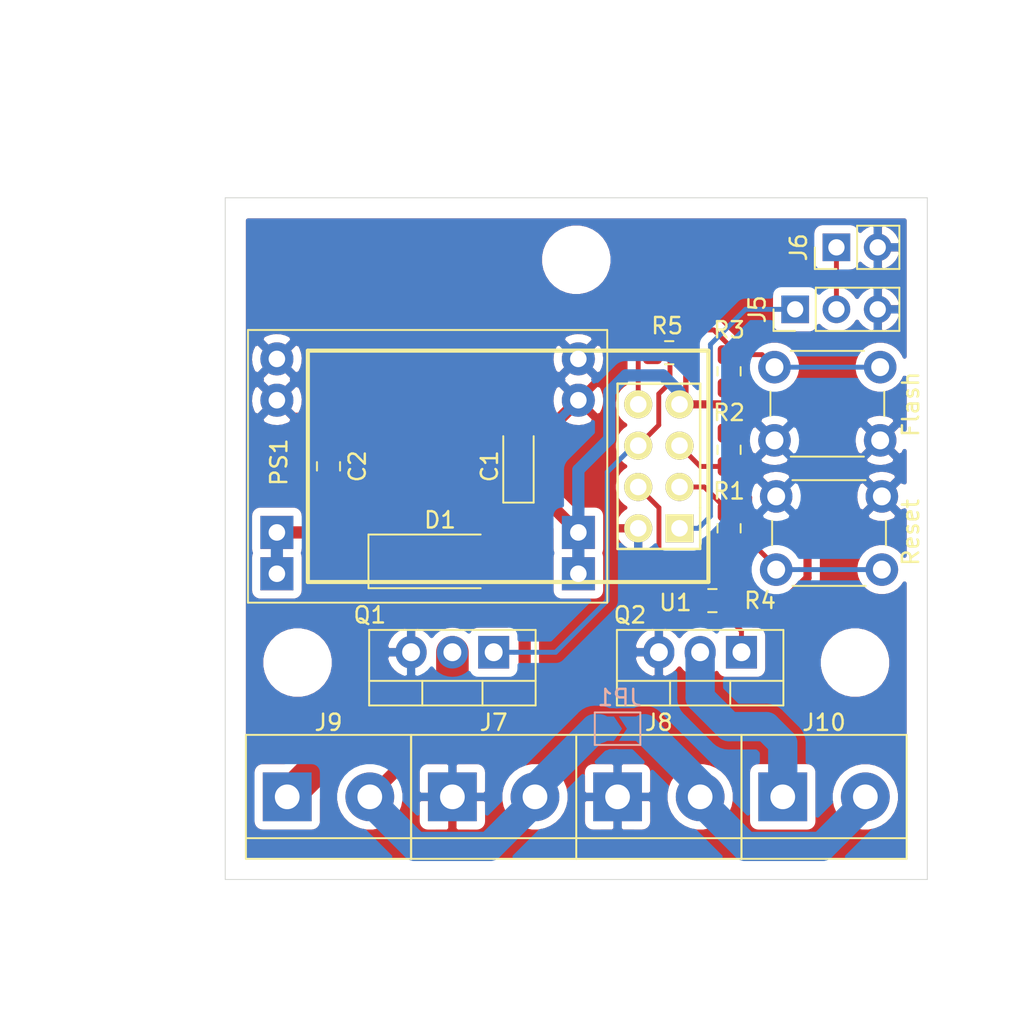
<source format=kicad_pcb>
(kicad_pcb (version 20171130) (host pcbnew 5.1.10-88a1d61d58~88~ubuntu20.04.1)

  (general
    (thickness 1.6)
    (drawings 13)
    (tracks 118)
    (zones 0)
    (modules 24)
    (nets 14)
  )

  (page A4)
  (layers
    (0 F.Cu signal)
    (31 B.Cu signal)
    (32 B.Adhes user)
    (33 F.Adhes user)
    (34 B.Paste user)
    (35 F.Paste user)
    (36 B.SilkS user)
    (37 F.SilkS user)
    (38 B.Mask user)
    (39 F.Mask user)
    (40 Dwgs.User user)
    (41 Cmts.User user)
    (42 Eco1.User user)
    (43 Eco2.User user)
    (44 Edge.Cuts user)
    (45 Margin user)
    (46 B.CrtYd user)
    (47 F.CrtYd user)
    (48 B.Fab user)
    (49 F.Fab user hide)
  )

  (setup
    (last_trace_width 0.3)
    (user_trace_width 0.33)
    (user_trace_width 0.5)
    (user_trace_width 0.75)
    (user_trace_width 1)
    (user_trace_width 1.5)
    (user_trace_width 2)
    (trace_clearance 0.25)
    (zone_clearance 0.508)
    (zone_45_only no)
    (trace_min 0.125)
    (via_size 0.8)
    (via_drill 0.4)
    (via_min_size 0.4)
    (via_min_drill 0.3)
    (uvia_size 0.3)
    (uvia_drill 0.1)
    (uvias_allowed no)
    (uvia_min_size 0.2)
    (uvia_min_drill 0.1)
    (edge_width 0.05)
    (segment_width 0.2)
    (pcb_text_width 0.3)
    (pcb_text_size 1.5 1.5)
    (mod_edge_width 0.12)
    (mod_text_size 1 1)
    (mod_text_width 0.15)
    (pad_size 1.524 1.524)
    (pad_drill 0.762)
    (pad_to_mask_clearance 0)
    (aux_axis_origin 0 0)
    (visible_elements FFFFFF7F)
    (pcbplotparams
      (layerselection 0x010fc_ffffffff)
      (usegerberextensions false)
      (usegerberattributes false)
      (usegerberadvancedattributes false)
      (creategerberjobfile false)
      (excludeedgelayer true)
      (linewidth 0.100000)
      (plotframeref false)
      (viasonmask false)
      (mode 1)
      (useauxorigin false)
      (hpglpennumber 1)
      (hpglpenspeed 20)
      (hpglpendiameter 15.000000)
      (psnegative false)
      (psa4output false)
      (plotreference true)
      (plotvalue true)
      (plotinvisibletext false)
      (padsonsilk false)
      (subtractmaskfromsilk false)
      (outputformat 1)
      (mirror false)
      (drillshape 0)
      (scaleselection 1)
      (outputdirectory "output/"))
  )

  (net 0 "")
  (net 1 GND)
  (net 2 +3V3)
  (net 3 "Net-(J5-Pad2)")
  (net 4 "Net-(J5-Pad1)")
  (net 5 "Net-(J9-Pad1)")
  (net 6 "Net-(J10-Pad1)")
  (net 7 "Net-(Q1-Pad1)")
  (net 8 "Net-(Q2-Pad1)")
  (net 9 "Net-(R1-Pad1)")
  (net 10 "Net-(R2-Pad1)")
  (net 11 /PWR1)
  (net 12 /PWR2)
  (net 13 "Net-(C2-Pad1)")

  (net_class Default "This is the default net class."
    (clearance 0.25)
    (trace_width 0.3)
    (via_dia 0.8)
    (via_drill 0.4)
    (uvia_dia 0.3)
    (uvia_drill 0.1)
    (diff_pair_width 0.3)
    (diff_pair_gap 0.25)
    (add_net "Net-(C2-Pad1)")
    (add_net "Net-(J5-Pad1)")
    (add_net "Net-(J5-Pad2)")
    (add_net "Net-(Q1-Pad1)")
    (add_net "Net-(Q2-Pad1)")
    (add_net "Net-(R1-Pad1)")
    (add_net "Net-(R2-Pad1)")
  )

  (net_class PWR ""
    (clearance 0.25)
    (trace_width 1.8)
    (via_dia 1.6)
    (via_drill 0.8)
    (uvia_dia 0.3)
    (uvia_drill 0.1)
    (diff_pair_width 0.3)
    (diff_pair_gap 0.25)
    (add_net /PWR1)
    (add_net /PWR2)
    (add_net "Net-(J10-Pad1)")
    (add_net "Net-(J9-Pad1)")
  )

  (net_class VCC ""
    (clearance 0.25)
    (trace_width 0.5)
    (via_dia 0.9)
    (via_drill 0.5)
    (uvia_dia 0.3)
    (uvia_drill 0.1)
    (diff_pair_width 0.3)
    (diff_pair_gap 0.25)
    (add_net +3V3)
    (add_net GND)
  )

  (module Jumper:SolderJumper-2_P1.3mm_Open_TrianglePad1.0x1.5mm (layer B.Cu) (tedit 5A64794F) (tstamp 60A07F6C)
    (at 167.64 153.289)
    (descr "SMD Solder Jumper, 1x1.5mm Triangular Pads, 0.3mm gap, open")
    (tags "solder jumper open")
    (path /60A05F3F)
    (attr virtual)
    (fp_text reference JP1 (at 0.127 -1.905) (layer B.SilkS)
      (effects (font (size 1 1) (thickness 0.15)) (justify mirror))
    )
    (fp_text value Jumper_2_Bridged (at 0 -1.9) (layer B.Fab) hide
      (effects (font (size 1 1) (thickness 0.15)) (justify mirror))
    )
    (fp_line (start 1.65 -1.25) (end -1.65 -1.25) (layer B.CrtYd) (width 0.05))
    (fp_line (start 1.65 -1.25) (end 1.65 1.25) (layer B.CrtYd) (width 0.05))
    (fp_line (start -1.65 1.25) (end -1.65 -1.25) (layer B.CrtYd) (width 0.05))
    (fp_line (start -1.65 1.25) (end 1.65 1.25) (layer B.CrtYd) (width 0.05))
    (fp_line (start -1.4 1) (end 1.4 1) (layer B.SilkS) (width 0.12))
    (fp_line (start 1.4 1) (end 1.4 -1) (layer B.SilkS) (width 0.12))
    (fp_line (start 1.4 -1) (end -1.4 -1) (layer B.SilkS) (width 0.12))
    (fp_line (start -1.4 -1) (end -1.4 1) (layer B.SilkS) (width 0.12))
    (pad 1 smd custom (at -0.725 0) (size 0.3 0.3) (layers B.Cu B.Mask)
      (net 11 /PWR1) (zone_connect 2)
      (options (clearance outline) (anchor rect))
      (primitives
        (gr_poly (pts
           (xy -0.5 0.75) (xy 0.5 0.75) (xy 1 0) (xy 0.5 -0.75) (xy -0.5 -0.75)
) (width 0))
      ))
    (pad 2 smd custom (at 0.725 0) (size 0.3 0.3) (layers B.Cu B.Mask)
      (net 12 /PWR2) (zone_connect 2)
      (options (clearance outline) (anchor rect))
      (primitives
        (gr_poly (pts
           (xy -0.65 0.75) (xy 0.5 0.75) (xy 0.5 -0.75) (xy -0.65 -0.75) (xy -0.15 0)
) (width 0))
      ))
  )

  (module MountingHole:MountingHole_3.2mm_M3 (layer F.Cu) (tedit 56D1B4CB) (tstamp 609D9DFB)
    (at 182.245 149.225)
    (descr "Mounting Hole 3.2mm, no annular, M3")
    (tags "mounting hole 3.2mm no annular m3")
    (attr virtual)
    (fp_text reference REF** (at 0 -4.2) (layer F.SilkS) hide
      (effects (font (size 1 1) (thickness 0.15)))
    )
    (fp_text value MountingHole_3.2mm_M3 (at 0 4.2) (layer F.Fab)
      (effects (font (size 1 1) (thickness 0.15)))
    )
    (fp_circle (center 0 0) (end 3.2 0) (layer Cmts.User) (width 0.15))
    (fp_circle (center 0 0) (end 3.45 0) (layer F.CrtYd) (width 0.05))
    (fp_text user %R (at 0.3 0) (layer F.Fab)
      (effects (font (size 1 1) (thickness 0.15)))
    )
    (pad 1 np_thru_hole circle (at 0 0) (size 3.2 3.2) (drill 3.2) (layers *.Cu *.Mask))
  )

  (module MountingHole:MountingHole_3.2mm_M3 (layer F.Cu) (tedit 56D1B4CB) (tstamp 609D9DDE)
    (at 147.955 149.225)
    (descr "Mounting Hole 3.2mm, no annular, M3")
    (tags "mounting hole 3.2mm no annular m3")
    (attr virtual)
    (fp_text reference REF** (at 0 -4.2) (layer F.SilkS) hide
      (effects (font (size 1 1) (thickness 0.15)))
    )
    (fp_text value MountingHole_3.2mm_M3 (at 0 4.2) (layer F.Fab)
      (effects (font (size 1 1) (thickness 0.15)))
    )
    (fp_circle (center 0 0) (end 3.2 0) (layer Cmts.User) (width 0.15))
    (fp_circle (center 0 0) (end 3.45 0) (layer F.CrtYd) (width 0.05))
    (fp_text user %R (at 0.3 0) (layer F.Fab)
      (effects (font (size 1 1) (thickness 0.15)))
    )
    (pad 1 np_thru_hole circle (at 0 0) (size 3.2 3.2) (drill 3.2) (layers *.Cu *.Mask))
  )

  (module MountingHole:MountingHole_3.2mm_M3 (layer F.Cu) (tedit 56D1B4CB) (tstamp 609D9DC1)
    (at 165.1 124.46)
    (descr "Mounting Hole 3.2mm, no annular, M3")
    (tags "mounting hole 3.2mm no annular m3")
    (attr virtual)
    (fp_text reference REF** (at 0 -4.2) (layer F.SilkS) hide
      (effects (font (size 1 1) (thickness 0.15)))
    )
    (fp_text value MountingHole_3.2mm_M3 (at 0 4.2) (layer F.Fab)
      (effects (font (size 1 1) (thickness 0.15)))
    )
    (fp_circle (center 0 0) (end 3.2 0) (layer Cmts.User) (width 0.15))
    (fp_circle (center 0 0) (end 3.45 0) (layer F.CrtYd) (width 0.05))
    (fp_text user %R (at 0.3 0) (layer F.Fab)
      (effects (font (size 1 1) (thickness 0.15)))
    )
    (pad 1 np_thru_hole circle (at 0 0) (size 3.2 3.2) (drill 3.2) (layers *.Cu *.Mask))
  )

  (module ESP8266:ESP-01 (layer F.Cu) (tedit 577EF889) (tstamp 609DAB67)
    (at 171.45 140.97 180)
    (descr "Module, ESP-8266, ESP-01, 8 pin")
    (tags "Module ESP-8266 ESP8266")
    (path /609D5C23)
    (fp_text reference U1 (at 0.254 -4.572) (layer F.SilkS)
      (effects (font (size 1 1) (thickness 0.15)))
    )
    (fp_text value ESP-01v090 (at 12.192 3.556) (layer F.Fab)
      (effects (font (size 1 1) (thickness 0.15)))
    )
    (fp_line (start 3.81 -1.27) (end 1.27 -1.27) (layer F.SilkS) (width 0.1524))
    (fp_line (start 3.81 8.89) (end 3.81 -1.27) (layer F.SilkS) (width 0.1524))
    (fp_line (start -1.27 8.89) (end 3.81 8.89) (layer F.SilkS) (width 0.1524))
    (fp_line (start -1.27 1.27) (end -1.27 8.89) (layer F.SilkS) (width 0.1524))
    (fp_line (start -1.75 9.4) (end 4.3 9.4) (layer F.CrtYd) (width 0.05))
    (fp_line (start -1.75 -1.75) (end 4.3 -1.75) (layer F.CrtYd) (width 0.05))
    (fp_line (start 4.3 -1.75) (end 4.3 9.4) (layer F.CrtYd) (width 0.05))
    (fp_line (start -1.75 -1.75) (end -1.75 9.4) (layer F.CrtYd) (width 0.05))
    (fp_line (start -1.27 -1.27) (end -1.27 1.27) (layer F.SilkS) (width 0.1524))
    (fp_line (start 1.27 -1.27) (end -1.27 -1.27) (layer F.SilkS) (width 0.1524))
    (fp_line (start -1.778 10.922) (end -1.778 -3.302) (layer F.Fab) (width 0.05))
    (fp_line (start 22.86 10.922) (end -1.778 10.922) (layer F.Fab) (width 0.05))
    (fp_line (start 22.86 -3.302) (end 22.86 10.922) (layer F.Fab) (width 0.05))
    (fp_line (start -1.778 -3.302) (end 22.86 -3.302) (layer F.Fab) (width 0.05))
    (fp_line (start -1.778 10.922) (end -1.778 -3.302) (layer F.SilkS) (width 0.254))
    (fp_line (start 22.86 10.922) (end -1.778 10.922) (layer F.SilkS) (width 0.254))
    (fp_line (start 22.86 -3.302) (end 22.86 10.922) (layer F.SilkS) (width 0.254))
    (fp_line (start -1.778 -3.302) (end 22.86 -3.302) (layer F.SilkS) (width 0.254))
    (pad 8 thru_hole oval (at 2.54 7.62 180) (size 1.7272 1.7272) (drill 1.016) (layers *.Cu *.Mask F.SilkS)
      (net 3 "Net-(J5-Pad2)"))
    (pad 7 thru_hole oval (at 0 7.62 180) (size 1.7272 1.7272) (drill 1.016) (layers *.Cu *.Mask F.SilkS)
      (net 2 +3V3))
    (pad 6 thru_hole oval (at 2.54 5.08 180) (size 1.7272 1.7272) (drill 1.016) (layers *.Cu *.Mask F.SilkS)
      (net 7 "Net-(Q1-Pad1)"))
    (pad 5 thru_hole oval (at 0 5.08 180) (size 1.7272 1.7272) (drill 1.016) (layers *.Cu *.Mask F.SilkS)
      (net 10 "Net-(R2-Pad1)"))
    (pad 4 thru_hole oval (at 2.54 2.54 180) (size 1.7272 1.7272) (drill 1.016) (layers *.Cu *.Mask F.SilkS)
      (net 8 "Net-(Q2-Pad1)"))
    (pad 3 thru_hole oval (at 0 2.54 180) (size 1.7272 1.7272) (drill 1.016) (layers *.Cu *.Mask F.SilkS)
      (net 9 "Net-(R1-Pad1)"))
    (pad 2 thru_hole oval (at 2.54 0 180) (size 1.7272 1.7272) (drill 1.016) (layers *.Cu *.Mask F.SilkS)
      (net 1 GND))
    (pad 1 thru_hole rect (at 0 0 180) (size 1.7272 1.7272) (drill 1.016) (layers *.Cu *.Mask F.SilkS)
      (net 4 "Net-(J5-Pad1)"))
  )

  (module Diode_SMD:D_SMA_Handsoldering (layer F.Cu) (tedit 58643398) (tstamp 600C3C61)
    (at 156.718 143.002)
    (descr "Diode SMA (DO-214AC) Handsoldering")
    (tags "Diode SMA (DO-214AC) Handsoldering")
    (path /600C3ECC)
    (attr smd)
    (fp_text reference D1 (at 0 -2.54) (layer F.SilkS)
      (effects (font (size 1 1) (thickness 0.15)))
    )
    (fp_text value SS14 (at 1.778 -2.54) (layer F.Fab)
      (effects (font (size 1 1) (thickness 0.15)))
    )
    (fp_line (start -4.4 -1.65) (end 2.5 -1.65) (layer F.SilkS) (width 0.12))
    (fp_line (start -4.4 1.65) (end 2.5 1.65) (layer F.SilkS) (width 0.12))
    (fp_line (start -0.64944 0.00102) (end 0.50118 -0.79908) (layer F.Fab) (width 0.1))
    (fp_line (start -0.64944 0.00102) (end 0.50118 0.75032) (layer F.Fab) (width 0.1))
    (fp_line (start 0.50118 0.75032) (end 0.50118 -0.79908) (layer F.Fab) (width 0.1))
    (fp_line (start -0.64944 -0.79908) (end -0.64944 0.80112) (layer F.Fab) (width 0.1))
    (fp_line (start 0.50118 0.00102) (end 1.4994 0.00102) (layer F.Fab) (width 0.1))
    (fp_line (start -0.64944 0.00102) (end -1.55114 0.00102) (layer F.Fab) (width 0.1))
    (fp_line (start -4.5 1.75) (end -4.5 -1.75) (layer F.CrtYd) (width 0.05))
    (fp_line (start 4.5 1.75) (end -4.5 1.75) (layer F.CrtYd) (width 0.05))
    (fp_line (start 4.5 -1.75) (end 4.5 1.75) (layer F.CrtYd) (width 0.05))
    (fp_line (start -4.5 -1.75) (end 4.5 -1.75) (layer F.CrtYd) (width 0.05))
    (fp_line (start 2.3 -1.5) (end -2.3 -1.5) (layer F.Fab) (width 0.1))
    (fp_line (start 2.3 -1.5) (end 2.3 1.5) (layer F.Fab) (width 0.1))
    (fp_line (start -2.3 1.5) (end -2.3 -1.5) (layer F.Fab) (width 0.1))
    (fp_line (start 2.3 1.5) (end -2.3 1.5) (layer F.Fab) (width 0.1))
    (fp_line (start -4.4 -1.65) (end -4.4 1.65) (layer F.SilkS) (width 0.12))
    (fp_text user %R (at -2.032 -2.54) (layer F.Fab)
      (effects (font (size 1 1) (thickness 0.15)))
    )
    (pad 2 smd rect (at 2.5 0) (size 3.5 1.8) (layers F.Cu F.Paste F.Mask)
      (net 11 /PWR1))
    (pad 1 smd rect (at -2.5 0) (size 3.5 1.8) (layers F.Cu F.Paste F.Mask)
      (net 13 "Net-(C2-Pad1)"))
    (model ${KISYS3DMOD}/Diode_SMD.3dshapes/D_SMA.wrl
      (at (xyz 0 0 0))
      (scale (xyz 1 1 1))
      (rotate (xyz 0 0 0))
    )
  )

  (module Capacitor_SMD:C_0805_2012Metric_Pad1.15x1.40mm_HandSolder (layer F.Cu) (tedit 5B36C52B) (tstamp 600C3C49)
    (at 149.86 137.16 90)
    (descr "Capacitor SMD 0805 (2012 Metric), square (rectangular) end terminal, IPC_7351 nominal with elongated pad for handsoldering. (Body size source: https://docs.google.com/spreadsheets/d/1BsfQQcO9C6DZCsRaXUlFlo91Tg2WpOkGARC1WS5S8t0/edit?usp=sharing), generated with kicad-footprint-generator")
    (tags "capacitor handsolder")
    (path /600E829E)
    (attr smd)
    (fp_text reference C2 (at 0 1.778 90) (layer F.SilkS)
      (effects (font (size 1 1) (thickness 0.15)))
    )
    (fp_text value "100nF 50V" (at 0 1.65 90) (layer F.Fab)
      (effects (font (size 1 1) (thickness 0.15)))
    )
    (fp_line (start 1.85 0.95) (end -1.85 0.95) (layer F.CrtYd) (width 0.05))
    (fp_line (start 1.85 -0.95) (end 1.85 0.95) (layer F.CrtYd) (width 0.05))
    (fp_line (start -1.85 -0.95) (end 1.85 -0.95) (layer F.CrtYd) (width 0.05))
    (fp_line (start -1.85 0.95) (end -1.85 -0.95) (layer F.CrtYd) (width 0.05))
    (fp_line (start -0.261252 0.71) (end 0.261252 0.71) (layer F.SilkS) (width 0.12))
    (fp_line (start -0.261252 -0.71) (end 0.261252 -0.71) (layer F.SilkS) (width 0.12))
    (fp_line (start 1 0.6) (end -1 0.6) (layer F.Fab) (width 0.1))
    (fp_line (start 1 -0.6) (end 1 0.6) (layer F.Fab) (width 0.1))
    (fp_line (start -1 -0.6) (end 1 -0.6) (layer F.Fab) (width 0.1))
    (fp_line (start -1 0.6) (end -1 -0.6) (layer F.Fab) (width 0.1))
    (fp_text user %R (at 0 0 90) (layer F.Fab)
      (effects (font (size 0.5 0.5) (thickness 0.08)))
    )
    (pad 2 smd roundrect (at 1.025 0 90) (size 1.15 1.4) (layers F.Cu F.Paste F.Mask) (roundrect_rratio 0.2173904347826087)
      (net 1 GND))
    (pad 1 smd roundrect (at -1.025 0 90) (size 1.15 1.4) (layers F.Cu F.Paste F.Mask) (roundrect_rratio 0.2173904347826087)
      (net 13 "Net-(C2-Pad1)"))
    (model ${KISYS3DMOD}/Capacitor_SMD.3dshapes/C_0805_2012Metric.wrl
      (at (xyz 0 0 0))
      (scale (xyz 1 1 1))
      (rotate (xyz 0 0 0))
    )
  )

  (module Buck:XM1584_buck_mod_4p (layer F.Cu) (tedit 60057D24) (tstamp 600B5DC0)
    (at 146.685 130.556)
    (path /6006370D)
    (fp_text reference PS1 (at 0.127 6.35 90) (layer F.SilkS)
      (effects (font (size 1 1) (thickness 0.15)))
    )
    (fp_text value BUCK_4P (at 9.144 5.588) (layer F.Fab) hide
      (effects (font (size 1 1) (thickness 0.15)))
    )
    (fp_line (start -1.778 -1.778) (end 20.32 -1.778) (layer F.SilkS) (width 0.12))
    (fp_line (start 20.32 -1.778) (end 20.32 14.986) (layer F.SilkS) (width 0.12))
    (fp_line (start 20.32 14.986) (end -1.778 14.986) (layer F.SilkS) (width 0.12))
    (fp_line (start -1.778 14.986) (end -1.778 -1.778) (layer F.SilkS) (width 0.12))
    (pad 1 thru_hole circle (at 0 0) (size 2.032 2.032) (drill 1.016) (layers *.Cu *.Mask)
      (net 1 GND))
    (pad 1 thru_hole circle (at 0 2.54) (size 2.032 2.032) (drill 1.016) (layers *.Cu *.Mask)
      (net 1 GND))
    (pad 2 thru_hole rect (at 0 10.668) (size 2.032 2.032) (drill 1.016) (layers *.Cu *.Mask)
      (net 13 "Net-(C2-Pad1)"))
    (pad 2 thru_hole rect (at 0 13.208) (size 2.032 2.032) (drill 1.016) (layers *.Cu *.Mask)
      (net 13 "Net-(C2-Pad1)"))
    (pad 3 thru_hole circle (at 18.542 0) (size 2.032 2.032) (drill 1.016) (layers *.Cu *.Mask)
      (net 1 GND))
    (pad 3 thru_hole circle (at 18.542 2.54) (size 2.032 2.032) (drill 1.016) (layers *.Cu *.Mask)
      (net 1 GND))
    (pad 4 thru_hole rect (at 18.542 10.668) (size 2.032 2.032) (drill 1.016) (layers *.Cu *.Mask)
      (net 2 +3V3))
    (pad 4 thru_hole rect (at 18.542 13.208) (size 2.032 2.032) (drill 1.016) (layers *.Cu *.Mask)
      (net 2 +3V3))
  )

  (module Resistor_SMD:R_0805_2012Metric_Pad1.15x1.40mm_HandSolder (layer F.Cu) (tedit 5B36C52B) (tstamp 600B5EDB)
    (at 170.815 130.175 180)
    (descr "Resistor SMD 0805 (2012 Metric), square (rectangular) end terminal, IPC_7351 nominal with elongated pad for handsoldering. (Body size source: https://docs.google.com/spreadsheets/d/1BsfQQcO9C6DZCsRaXUlFlo91Tg2WpOkGARC1WS5S8t0/edit?usp=sharing), generated with kicad-footprint-generator")
    (tags "resistor handsolder")
    (path /600883F6)
    (attr smd)
    (fp_text reference R5 (at 0.127 1.651) (layer F.SilkS)
      (effects (font (size 1 1) (thickness 0.15)))
    )
    (fp_text value 4.7k (at 0 1.65) (layer F.Fab) hide
      (effects (font (size 1 1) (thickness 0.15)))
    )
    (fp_line (start 1.85 0.95) (end -1.85 0.95) (layer F.CrtYd) (width 0.05))
    (fp_line (start 1.85 -0.95) (end 1.85 0.95) (layer F.CrtYd) (width 0.05))
    (fp_line (start -1.85 -0.95) (end 1.85 -0.95) (layer F.CrtYd) (width 0.05))
    (fp_line (start -1.85 0.95) (end -1.85 -0.95) (layer F.CrtYd) (width 0.05))
    (fp_line (start -0.261252 0.71) (end 0.261252 0.71) (layer F.SilkS) (width 0.12))
    (fp_line (start -0.261252 -0.71) (end 0.261252 -0.71) (layer F.SilkS) (width 0.12))
    (fp_line (start 1 0.6) (end -1 0.6) (layer F.Fab) (width 0.1))
    (fp_line (start 1 -0.6) (end 1 0.6) (layer F.Fab) (width 0.1))
    (fp_line (start -1 -0.6) (end 1 -0.6) (layer F.Fab) (width 0.1))
    (fp_line (start -1 0.6) (end -1 -0.6) (layer F.Fab) (width 0.1))
    (fp_text user %R (at 0 0) (layer F.Fab)
      (effects (font (size 0.5 0.5) (thickness 0.08)))
    )
    (pad 2 smd roundrect (at 1.025 0 180) (size 1.15 1.4) (layers F.Cu F.Paste F.Mask) (roundrect_rratio 0.2173904347826087)
      (net 3 "Net-(J5-Pad2)"))
    (pad 1 smd roundrect (at -1.025 0 180) (size 1.15 1.4) (layers F.Cu F.Paste F.Mask) (roundrect_rratio 0.2173904347826087)
      (net 2 +3V3))
    (model ${KISYS3DMOD}/Resistor_SMD.3dshapes/R_0805_2012Metric.wrl
      (at (xyz 0 0 0))
      (scale (xyz 1 1 1))
      (rotate (xyz 0 0 0))
    )
  )

  (module Package_TO_SOT_THT:TO-220-3_Vertical (layer F.Cu) (tedit 5AC8BA0D) (tstamp 600B48B2)
    (at 175.26 148.59 180)
    (descr "TO-220-3, Vertical, RM 2.54mm, see https://www.vishay.com/docs/66542/to-220-1.pdf")
    (tags "TO-220-3 Vertical RM 2.54mm")
    (path /5FDE7E59)
    (fp_text reference Q2 (at 6.858 2.286) (layer F.SilkS)
      (effects (font (size 1 1) (thickness 0.15)))
    )
    (fp_text value IRLB3034 (at 2.54 2.5) (layer F.Fab)
      (effects (font (size 1 1) (thickness 0.15)))
    )
    (fp_line (start 7.79 -3.4) (end -2.71 -3.4) (layer F.CrtYd) (width 0.05))
    (fp_line (start 7.79 1.51) (end 7.79 -3.4) (layer F.CrtYd) (width 0.05))
    (fp_line (start -2.71 1.51) (end 7.79 1.51) (layer F.CrtYd) (width 0.05))
    (fp_line (start -2.71 -3.4) (end -2.71 1.51) (layer F.CrtYd) (width 0.05))
    (fp_line (start 4.391 -3.27) (end 4.391 -1.76) (layer F.SilkS) (width 0.12))
    (fp_line (start 0.69 -3.27) (end 0.69 -1.76) (layer F.SilkS) (width 0.12))
    (fp_line (start -2.58 -1.76) (end 7.66 -1.76) (layer F.SilkS) (width 0.12))
    (fp_line (start 7.66 -3.27) (end 7.66 1.371) (layer F.SilkS) (width 0.12))
    (fp_line (start -2.58 -3.27) (end -2.58 1.371) (layer F.SilkS) (width 0.12))
    (fp_line (start -2.58 1.371) (end 7.66 1.371) (layer F.SilkS) (width 0.12))
    (fp_line (start -2.58 -3.27) (end 7.66 -3.27) (layer F.SilkS) (width 0.12))
    (fp_line (start 4.39 -3.15) (end 4.39 -1.88) (layer F.Fab) (width 0.1))
    (fp_line (start 0.69 -3.15) (end 0.69 -1.88) (layer F.Fab) (width 0.1))
    (fp_line (start -2.46 -1.88) (end 7.54 -1.88) (layer F.Fab) (width 0.1))
    (fp_line (start 7.54 -3.15) (end -2.46 -3.15) (layer F.Fab) (width 0.1))
    (fp_line (start 7.54 1.25) (end 7.54 -3.15) (layer F.Fab) (width 0.1))
    (fp_line (start -2.46 1.25) (end 7.54 1.25) (layer F.Fab) (width 0.1))
    (fp_line (start -2.46 -3.15) (end -2.46 1.25) (layer F.Fab) (width 0.1))
    (fp_text user %R (at 2.54 -4.27) (layer F.Fab)
      (effects (font (size 1 1) (thickness 0.15)))
    )
    (pad 3 thru_hole oval (at 5.08 0 180) (size 1.905 2) (drill 1.1) (layers *.Cu *.Mask)
      (net 1 GND))
    (pad 2 thru_hole oval (at 2.54 0 180) (size 1.905 2) (drill 1.1) (layers *.Cu *.Mask)
      (net 6 "Net-(J10-Pad1)"))
    (pad 1 thru_hole rect (at 0 0 180) (size 1.905 2) (drill 1.1) (layers *.Cu *.Mask)
      (net 8 "Net-(Q2-Pad1)"))
    (model ${KISYS3DMOD}/Package_TO_SOT_THT.3dshapes/TO-220-3_Vertical.wrl
      (at (xyz 0 0 0))
      (scale (xyz 1 1 1))
      (rotate (xyz 0 0 0))
    )
  )

  (module Connector_PinHeader_2.54mm:PinHeader_1x03_P2.54mm_Vertical (layer F.Cu) (tedit 59FED5CC) (tstamp 600B4C39)
    (at 178.562 127.508 90)
    (descr "Through hole straight pin header, 1x03, 2.54mm pitch, single row")
    (tags "Through hole pin header THT 1x03 2.54mm single row")
    (path /5FE252C1)
    (fp_text reference J5 (at 0 -2.33 90) (layer F.SilkS)
      (effects (font (size 1 1) (thickness 0.15)))
    )
    (fp_text value UART (at -2.54 3.175 180) (layer F.Fab)
      (effects (font (size 1 1) (thickness 0.15)))
    )
    (fp_line (start 1.8 -1.8) (end -1.8 -1.8) (layer F.CrtYd) (width 0.05))
    (fp_line (start 1.8 6.85) (end 1.8 -1.8) (layer F.CrtYd) (width 0.05))
    (fp_line (start -1.8 6.85) (end 1.8 6.85) (layer F.CrtYd) (width 0.05))
    (fp_line (start -1.8 -1.8) (end -1.8 6.85) (layer F.CrtYd) (width 0.05))
    (fp_line (start -1.33 -1.33) (end 0 -1.33) (layer F.SilkS) (width 0.12))
    (fp_line (start -1.33 0) (end -1.33 -1.33) (layer F.SilkS) (width 0.12))
    (fp_line (start -1.33 1.27) (end 1.33 1.27) (layer F.SilkS) (width 0.12))
    (fp_line (start 1.33 1.27) (end 1.33 6.41) (layer F.SilkS) (width 0.12))
    (fp_line (start -1.33 1.27) (end -1.33 6.41) (layer F.SilkS) (width 0.12))
    (fp_line (start -1.33 6.41) (end 1.33 6.41) (layer F.SilkS) (width 0.12))
    (fp_line (start -1.27 -0.635) (end -0.635 -1.27) (layer F.Fab) (width 0.1))
    (fp_line (start -1.27 6.35) (end -1.27 -0.635) (layer F.Fab) (width 0.1))
    (fp_line (start 1.27 6.35) (end -1.27 6.35) (layer F.Fab) (width 0.1))
    (fp_line (start 1.27 -1.27) (end 1.27 6.35) (layer F.Fab) (width 0.1))
    (fp_line (start -0.635 -1.27) (end 1.27 -1.27) (layer F.Fab) (width 0.1))
    (fp_text user %R (at 0 2.54) (layer F.Fab)
      (effects (font (size 1 1) (thickness 0.15)))
    )
    (pad 3 thru_hole oval (at 0 5.08 90) (size 1.7 1.7) (drill 1) (layers *.Cu *.Mask)
      (net 1 GND))
    (pad 2 thru_hole oval (at 0 2.54 90) (size 1.7 1.7) (drill 1) (layers *.Cu *.Mask)
      (net 3 "Net-(J5-Pad2)"))
    (pad 1 thru_hole rect (at 0 0 90) (size 1.7 1.7) (drill 1) (layers *.Cu *.Mask)
      (net 4 "Net-(J5-Pad1)"))
    (model ${KISYS3DMOD}/Connector_PinHeader_2.54mm.3dshapes/PinHeader_1x03_P2.54mm_Vertical.wrl
      (at (xyz 0 0 0))
      (scale (xyz 1 1 1))
      (rotate (xyz 0 0 0))
    )
  )

  (module Button_Switch_THT:SW_PUSH_6mm (layer F.Cu) (tedit 5A02FE31) (tstamp 5FFA9E3E)
    (at 177.292 131.064)
    (descr https://www.omron.com/ecb/products/pdf/en-b3f.pdf)
    (tags "tact sw push 6mm")
    (path /5FE56D3B)
    (fp_text reference SW2 (at 3.25 -2) (layer F.SilkS) hide
      (effects (font (size 1 1) (thickness 0.15)))
    )
    (fp_text value Flash (at 8.382 2.286 90) (layer F.SilkS)
      (effects (font (size 1 1) (thickness 0.15)))
    )
    (fp_circle (center 3.25 2.25) (end 1.25 2.5) (layer F.Fab) (width 0.1))
    (fp_line (start 6.75 3) (end 6.75 1.5) (layer F.SilkS) (width 0.12))
    (fp_line (start 5.5 -1) (end 1 -1) (layer F.SilkS) (width 0.12))
    (fp_line (start -0.25 1.5) (end -0.25 3) (layer F.SilkS) (width 0.12))
    (fp_line (start 1 5.5) (end 5.5 5.5) (layer F.SilkS) (width 0.12))
    (fp_line (start 8 -1.25) (end 8 5.75) (layer F.CrtYd) (width 0.05))
    (fp_line (start 7.75 6) (end -1.25 6) (layer F.CrtYd) (width 0.05))
    (fp_line (start -1.5 5.75) (end -1.5 -1.25) (layer F.CrtYd) (width 0.05))
    (fp_line (start -1.25 -1.5) (end 7.75 -1.5) (layer F.CrtYd) (width 0.05))
    (fp_line (start -1.5 6) (end -1.25 6) (layer F.CrtYd) (width 0.05))
    (fp_line (start -1.5 5.75) (end -1.5 6) (layer F.CrtYd) (width 0.05))
    (fp_line (start -1.5 -1.5) (end -1.25 -1.5) (layer F.CrtYd) (width 0.05))
    (fp_line (start -1.5 -1.25) (end -1.5 -1.5) (layer F.CrtYd) (width 0.05))
    (fp_line (start 8 -1.5) (end 8 -1.25) (layer F.CrtYd) (width 0.05))
    (fp_line (start 7.75 -1.5) (end 8 -1.5) (layer F.CrtYd) (width 0.05))
    (fp_line (start 8 6) (end 8 5.75) (layer F.CrtYd) (width 0.05))
    (fp_line (start 7.75 6) (end 8 6) (layer F.CrtYd) (width 0.05))
    (fp_line (start 0.25 -0.75) (end 3.25 -0.75) (layer F.Fab) (width 0.1))
    (fp_line (start 0.25 5.25) (end 0.25 -0.75) (layer F.Fab) (width 0.1))
    (fp_line (start 6.25 5.25) (end 0.25 5.25) (layer F.Fab) (width 0.1))
    (fp_line (start 6.25 -0.75) (end 6.25 5.25) (layer F.Fab) (width 0.1))
    (fp_line (start 3.25 -0.75) (end 6.25 -0.75) (layer F.Fab) (width 0.1))
    (fp_text user %R (at 3.25 2.25) (layer F.Fab)
      (effects (font (size 1 1) (thickness 0.15)))
    )
    (pad 1 thru_hole circle (at 6.5 0 90) (size 2 2) (drill 1.1) (layers *.Cu *.Mask)
      (net 7 "Net-(Q1-Pad1)"))
    (pad 2 thru_hole circle (at 6.5 4.5 90) (size 2 2) (drill 1.1) (layers *.Cu *.Mask)
      (net 1 GND))
    (pad 1 thru_hole circle (at 0 0 90) (size 2 2) (drill 1.1) (layers *.Cu *.Mask)
      (net 7 "Net-(Q1-Pad1)"))
    (pad 2 thru_hole circle (at 0 4.5 90) (size 2 2) (drill 1.1) (layers *.Cu *.Mask)
      (net 1 GND))
    (model ${KISYS3DMOD}/Button_Switch_THT.3dshapes/SW_PUSH_6mm.wrl
      (at (xyz 0 0 0))
      (scale (xyz 1 1 1))
      (rotate (xyz 0 0 0))
    )
  )

  (module Button_Switch_THT:SW_PUSH_6mm (layer F.Cu) (tedit 5A02FE31) (tstamp 600B6FED)
    (at 183.896 143.51 180)
    (descr https://www.omron.com/ecb/products/pdf/en-b3f.pdf)
    (tags "tact sw push 6mm")
    (path /5FE594F5)
    (fp_text reference SW1 (at 3.25 -2) (layer F.SilkS) hide
      (effects (font (size 1 1) (thickness 0.15)))
    )
    (fp_text value Reset (at -1.778 2.286 90) (layer F.SilkS)
      (effects (font (size 1 1) (thickness 0.15)))
    )
    (fp_circle (center 3.25 2.25) (end 1.25 2.5) (layer F.Fab) (width 0.1))
    (fp_line (start 6.75 3) (end 6.75 1.5) (layer F.SilkS) (width 0.12))
    (fp_line (start 5.5 -1) (end 1 -1) (layer F.SilkS) (width 0.12))
    (fp_line (start -0.25 1.5) (end -0.25 3) (layer F.SilkS) (width 0.12))
    (fp_line (start 1 5.5) (end 5.5 5.5) (layer F.SilkS) (width 0.12))
    (fp_line (start 8 -1.25) (end 8 5.75) (layer F.CrtYd) (width 0.05))
    (fp_line (start 7.75 6) (end -1.25 6) (layer F.CrtYd) (width 0.05))
    (fp_line (start -1.5 5.75) (end -1.5 -1.25) (layer F.CrtYd) (width 0.05))
    (fp_line (start -1.25 -1.5) (end 7.75 -1.5) (layer F.CrtYd) (width 0.05))
    (fp_line (start -1.5 6) (end -1.25 6) (layer F.CrtYd) (width 0.05))
    (fp_line (start -1.5 5.75) (end -1.5 6) (layer F.CrtYd) (width 0.05))
    (fp_line (start -1.5 -1.5) (end -1.25 -1.5) (layer F.CrtYd) (width 0.05))
    (fp_line (start -1.5 -1.25) (end -1.5 -1.5) (layer F.CrtYd) (width 0.05))
    (fp_line (start 8 -1.5) (end 8 -1.25) (layer F.CrtYd) (width 0.05))
    (fp_line (start 7.75 -1.5) (end 8 -1.5) (layer F.CrtYd) (width 0.05))
    (fp_line (start 8 6) (end 8 5.75) (layer F.CrtYd) (width 0.05))
    (fp_line (start 7.75 6) (end 8 6) (layer F.CrtYd) (width 0.05))
    (fp_line (start 0.25 -0.75) (end 3.25 -0.75) (layer F.Fab) (width 0.1))
    (fp_line (start 0.25 5.25) (end 0.25 -0.75) (layer F.Fab) (width 0.1))
    (fp_line (start 6.25 5.25) (end 0.25 5.25) (layer F.Fab) (width 0.1))
    (fp_line (start 6.25 -0.75) (end 6.25 5.25) (layer F.Fab) (width 0.1))
    (fp_line (start 3.25 -0.75) (end 6.25 -0.75) (layer F.Fab) (width 0.1))
    (fp_text user %R (at 3.25 2.25) (layer F.Fab)
      (effects (font (size 1 1) (thickness 0.15)))
    )
    (pad 1 thru_hole circle (at 6.5 0 270) (size 2 2) (drill 1.1) (layers *.Cu *.Mask)
      (net 10 "Net-(R2-Pad1)"))
    (pad 2 thru_hole circle (at 6.5 4.5 270) (size 2 2) (drill 1.1) (layers *.Cu *.Mask)
      (net 1 GND))
    (pad 1 thru_hole circle (at 0 0 270) (size 2 2) (drill 1.1) (layers *.Cu *.Mask)
      (net 10 "Net-(R2-Pad1)"))
    (pad 2 thru_hole circle (at 0 4.5 270) (size 2 2) (drill 1.1) (layers *.Cu *.Mask)
      (net 1 GND))
    (model ${KISYS3DMOD}/Button_Switch_THT.3dshapes/SW_PUSH_6mm.wrl
      (at (xyz 0 0 0))
      (scale (xyz 1 1 1))
      (rotate (xyz 0 0 0))
    )
  )

  (module Resistor_SMD:R_0805_2012Metric_Pad1.15x1.40mm_HandSolder (layer F.Cu) (tedit 5B36C52B) (tstamp 600B5EAB)
    (at 173.473 145.415 180)
    (descr "Resistor SMD 0805 (2012 Metric), square (rectangular) end terminal, IPC_7351 nominal with elongated pad for handsoldering. (Body size source: https://docs.google.com/spreadsheets/d/1BsfQQcO9C6DZCsRaXUlFlo91Tg2WpOkGARC1WS5S8t0/edit?usp=sharing), generated with kicad-footprint-generator")
    (tags "resistor handsolder")
    (path /5FDF3850)
    (attr smd)
    (fp_text reference R4 (at -2.93 0) (layer F.SilkS)
      (effects (font (size 1 1) (thickness 0.15)))
    )
    (fp_text value 4.7k (at 0 1.65) (layer F.Fab)
      (effects (font (size 1 1) (thickness 0.15)))
    )
    (fp_line (start 1.85 0.95) (end -1.85 0.95) (layer F.CrtYd) (width 0.05))
    (fp_line (start 1.85 -0.95) (end 1.85 0.95) (layer F.CrtYd) (width 0.05))
    (fp_line (start -1.85 -0.95) (end 1.85 -0.95) (layer F.CrtYd) (width 0.05))
    (fp_line (start -1.85 0.95) (end -1.85 -0.95) (layer F.CrtYd) (width 0.05))
    (fp_line (start -0.261252 0.71) (end 0.261252 0.71) (layer F.SilkS) (width 0.12))
    (fp_line (start -0.261252 -0.71) (end 0.261252 -0.71) (layer F.SilkS) (width 0.12))
    (fp_line (start 1 0.6) (end -1 0.6) (layer F.Fab) (width 0.1))
    (fp_line (start 1 -0.6) (end 1 0.6) (layer F.Fab) (width 0.1))
    (fp_line (start -1 -0.6) (end 1 -0.6) (layer F.Fab) (width 0.1))
    (fp_line (start -1 0.6) (end -1 -0.6) (layer F.Fab) (width 0.1))
    (fp_text user %R (at 0 1.397) (layer F.Fab)
      (effects (font (size 0.5 0.5) (thickness 0.08)))
    )
    (pad 2 smd roundrect (at 1.025 0 180) (size 1.15 1.4) (layers F.Cu F.Paste F.Mask) (roundrect_rratio 0.2173904347826087)
      (net 8 "Net-(Q2-Pad1)"))
    (pad 1 smd roundrect (at -1.025 0 180) (size 1.15 1.4) (layers F.Cu F.Paste F.Mask) (roundrect_rratio 0.2173904347826087)
      (net 2 +3V3))
    (model ${KISYS3DMOD}/Resistor_SMD.3dshapes/R_0805_2012Metric.wrl
      (at (xyz 0 0 0))
      (scale (xyz 1 1 1))
      (rotate (xyz 0 0 0))
    )
  )

  (module Resistor_SMD:R_0805_2012Metric_Pad1.15x1.40mm_HandSolder (layer F.Cu) (tedit 5B36C52B) (tstamp 600B5797)
    (at 174.498 131.318 90)
    (descr "Resistor SMD 0805 (2012 Metric), square (rectangular) end terminal, IPC_7351 nominal with elongated pad for handsoldering. (Body size source: https://docs.google.com/spreadsheets/d/1BsfQQcO9C6DZCsRaXUlFlo91Tg2WpOkGARC1WS5S8t0/edit?usp=sharing), generated with kicad-footprint-generator")
    (tags "resistor handsolder")
    (path /5FDEBB81)
    (attr smd)
    (fp_text reference R3 (at 2.54 0 180) (layer F.SilkS)
      (effects (font (size 1 1) (thickness 0.15)))
    )
    (fp_text value 4.7k (at 0 1.65 90) (layer F.Fab)
      (effects (font (size 1 1) (thickness 0.15)))
    )
    (fp_line (start 1.85 0.95) (end -1.85 0.95) (layer F.CrtYd) (width 0.05))
    (fp_line (start 1.85 -0.95) (end 1.85 0.95) (layer F.CrtYd) (width 0.05))
    (fp_line (start -1.85 -0.95) (end 1.85 -0.95) (layer F.CrtYd) (width 0.05))
    (fp_line (start -1.85 0.95) (end -1.85 -0.95) (layer F.CrtYd) (width 0.05))
    (fp_line (start -0.261252 0.71) (end 0.261252 0.71) (layer F.SilkS) (width 0.12))
    (fp_line (start -0.261252 -0.71) (end 0.261252 -0.71) (layer F.SilkS) (width 0.12))
    (fp_line (start 1 0.6) (end -1 0.6) (layer F.Fab) (width 0.1))
    (fp_line (start 1 -0.6) (end 1 0.6) (layer F.Fab) (width 0.1))
    (fp_line (start -1 -0.6) (end 1 -0.6) (layer F.Fab) (width 0.1))
    (fp_line (start -1 0.6) (end -1 -0.6) (layer F.Fab) (width 0.1))
    (fp_text user %R (at 2.286 0 180) (layer F.Fab)
      (effects (font (size 0.5 0.5) (thickness 0.08)))
    )
    (pad 2 smd roundrect (at 1.025 0 90) (size 1.15 1.4) (layers F.Cu F.Paste F.Mask) (roundrect_rratio 0.2173904347826087)
      (net 7 "Net-(Q1-Pad1)"))
    (pad 1 smd roundrect (at -1.025 0 90) (size 1.15 1.4) (layers F.Cu F.Paste F.Mask) (roundrect_rratio 0.2173904347826087)
      (net 2 +3V3))
    (model ${KISYS3DMOD}/Resistor_SMD.3dshapes/R_0805_2012Metric.wrl
      (at (xyz 0 0 0))
      (scale (xyz 1 1 1))
      (rotate (xyz 0 0 0))
    )
  )

  (module Resistor_SMD:R_0805_2012Metric_Pad1.15x1.40mm_HandSolder (layer F.Cu) (tedit 5B36C52B) (tstamp 600B56E0)
    (at 174.498 136.144 90)
    (descr "Resistor SMD 0805 (2012 Metric), square (rectangular) end terminal, IPC_7351 nominal with elongated pad for handsoldering. (Body size source: https://docs.google.com/spreadsheets/d/1BsfQQcO9C6DZCsRaXUlFlo91Tg2WpOkGARC1WS5S8t0/edit?usp=sharing), generated with kicad-footprint-generator")
    (tags "resistor handsolder")
    (path /5FE52DB4)
    (attr smd)
    (fp_text reference R2 (at 2.286 0 180) (layer F.SilkS)
      (effects (font (size 1 1) (thickness 0.15)))
    )
    (fp_text value 10k (at 0 1.65 90) (layer F.Fab)
      (effects (font (size 1 1) (thickness 0.15)))
    )
    (fp_line (start 1.85 0.95) (end -1.85 0.95) (layer F.CrtYd) (width 0.05))
    (fp_line (start 1.85 -0.95) (end 1.85 0.95) (layer F.CrtYd) (width 0.05))
    (fp_line (start -1.85 -0.95) (end 1.85 -0.95) (layer F.CrtYd) (width 0.05))
    (fp_line (start -1.85 0.95) (end -1.85 -0.95) (layer F.CrtYd) (width 0.05))
    (fp_line (start -0.261252 0.71) (end 0.261252 0.71) (layer F.SilkS) (width 0.12))
    (fp_line (start -0.261252 -0.71) (end 0.261252 -0.71) (layer F.SilkS) (width 0.12))
    (fp_line (start 1 0.6) (end -1 0.6) (layer F.Fab) (width 0.1))
    (fp_line (start 1 -0.6) (end 1 0.6) (layer F.Fab) (width 0.1))
    (fp_line (start -1 -0.6) (end 1 -0.6) (layer F.Fab) (width 0.1))
    (fp_line (start -1 0.6) (end -1 -0.6) (layer F.Fab) (width 0.1))
    (fp_text user %R (at 2.286 0 180) (layer F.Fab)
      (effects (font (size 0.5 0.5) (thickness 0.08)))
    )
    (pad 2 smd roundrect (at 1.025 0 90) (size 1.15 1.4) (layers F.Cu F.Paste F.Mask) (roundrect_rratio 0.2173904347826087)
      (net 2 +3V3))
    (pad 1 smd roundrect (at -1.025 0 90) (size 1.15 1.4) (layers F.Cu F.Paste F.Mask) (roundrect_rratio 0.2173904347826087)
      (net 10 "Net-(R2-Pad1)"))
    (model ${KISYS3DMOD}/Resistor_SMD.3dshapes/R_0805_2012Metric.wrl
      (at (xyz 0 0 0))
      (scale (xyz 1 1 1))
      (rotate (xyz 0 0 0))
    )
  )

  (module Resistor_SMD:R_0805_2012Metric_Pad1.15x1.40mm_HandSolder (layer F.Cu) (tedit 5B36C52B) (tstamp 600B5E45)
    (at 174.498 140.97 270)
    (descr "Resistor SMD 0805 (2012 Metric), square (rectangular) end terminal, IPC_7351 nominal with elongated pad for handsoldering. (Body size source: https://docs.google.com/spreadsheets/d/1BsfQQcO9C6DZCsRaXUlFlo91Tg2WpOkGARC1WS5S8t0/edit?usp=sharing), generated with kicad-footprint-generator")
    (tags "resistor handsolder")
    (path /5FE52888)
    (attr smd)
    (fp_text reference R1 (at -2.286 0 180) (layer F.SilkS)
      (effects (font (size 1 1) (thickness 0.15)))
    )
    (fp_text value 10k (at 0 1.65 90) (layer F.Fab)
      (effects (font (size 1 1) (thickness 0.15)))
    )
    (fp_line (start 1.85 0.95) (end -1.85 0.95) (layer F.CrtYd) (width 0.05))
    (fp_line (start 1.85 -0.95) (end 1.85 0.95) (layer F.CrtYd) (width 0.05))
    (fp_line (start -1.85 -0.95) (end 1.85 -0.95) (layer F.CrtYd) (width 0.05))
    (fp_line (start -1.85 0.95) (end -1.85 -0.95) (layer F.CrtYd) (width 0.05))
    (fp_line (start -0.261252 0.71) (end 0.261252 0.71) (layer F.SilkS) (width 0.12))
    (fp_line (start -0.261252 -0.71) (end 0.261252 -0.71) (layer F.SilkS) (width 0.12))
    (fp_line (start 1 0.6) (end -1 0.6) (layer F.Fab) (width 0.1))
    (fp_line (start 1 -0.6) (end 1 0.6) (layer F.Fab) (width 0.1))
    (fp_line (start -1 -0.6) (end 1 -0.6) (layer F.Fab) (width 0.1))
    (fp_line (start -1 0.6) (end -1 -0.6) (layer F.Fab) (width 0.1))
    (fp_text user %R (at -2.286 0 180) (layer F.Fab)
      (effects (font (size 0.5 0.5) (thickness 0.08)))
    )
    (pad 2 smd roundrect (at 1.025 0 270) (size 1.15 1.4) (layers F.Cu F.Paste F.Mask) (roundrect_rratio 0.2173904347826087)
      (net 2 +3V3))
    (pad 1 smd roundrect (at -1.025 0 270) (size 1.15 1.4) (layers F.Cu F.Paste F.Mask) (roundrect_rratio 0.2173904347826087)
      (net 9 "Net-(R1-Pad1)"))
    (model ${KISYS3DMOD}/Resistor_SMD.3dshapes/R_0805_2012Metric.wrl
      (at (xyz 0 0 0))
      (scale (xyz 1 1 1))
      (rotate (xyz 0 0 0))
    )
  )

  (module Package_TO_SOT_THT:TO-220-3_Vertical (layer F.Cu) (tedit 5AC8BA0D) (tstamp 600B5BDE)
    (at 160.02 148.59 180)
    (descr "TO-220-3, Vertical, RM 2.54mm, see https://www.vishay.com/docs/66542/to-220-1.pdf")
    (tags "TO-220-3 Vertical RM 2.54mm")
    (path /5FDE6355)
    (fp_text reference Q1 (at 7.62 2.286) (layer F.SilkS)
      (effects (font (size 1 1) (thickness 0.15)))
    )
    (fp_text value IRLB3034 (at 2.54 2.5) (layer F.Fab)
      (effects (font (size 1 1) (thickness 0.15)))
    )
    (fp_line (start 7.79 -3.4) (end -2.71 -3.4) (layer F.CrtYd) (width 0.05))
    (fp_line (start 7.79 1.51) (end 7.79 -3.4) (layer F.CrtYd) (width 0.05))
    (fp_line (start -2.71 1.51) (end 7.79 1.51) (layer F.CrtYd) (width 0.05))
    (fp_line (start -2.71 -3.4) (end -2.71 1.51) (layer F.CrtYd) (width 0.05))
    (fp_line (start 4.391 -3.27) (end 4.391 -1.76) (layer F.SilkS) (width 0.12))
    (fp_line (start 0.69 -3.27) (end 0.69 -1.76) (layer F.SilkS) (width 0.12))
    (fp_line (start -2.58 -1.76) (end 7.66 -1.76) (layer F.SilkS) (width 0.12))
    (fp_line (start 7.66 -3.27) (end 7.66 1.371) (layer F.SilkS) (width 0.12))
    (fp_line (start -2.58 -3.27) (end -2.58 1.371) (layer F.SilkS) (width 0.12))
    (fp_line (start -2.58 1.371) (end 7.66 1.371) (layer F.SilkS) (width 0.12))
    (fp_line (start -2.58 -3.27) (end 7.66 -3.27) (layer F.SilkS) (width 0.12))
    (fp_line (start 4.39 -3.15) (end 4.39 -1.88) (layer F.Fab) (width 0.1))
    (fp_line (start 0.69 -3.15) (end 0.69 -1.88) (layer F.Fab) (width 0.1))
    (fp_line (start -2.46 -1.88) (end 7.54 -1.88) (layer F.Fab) (width 0.1))
    (fp_line (start 7.54 -3.15) (end -2.46 -3.15) (layer F.Fab) (width 0.1))
    (fp_line (start 7.54 1.25) (end 7.54 -3.15) (layer F.Fab) (width 0.1))
    (fp_line (start -2.46 1.25) (end 7.54 1.25) (layer F.Fab) (width 0.1))
    (fp_line (start -2.46 -3.15) (end -2.46 1.25) (layer F.Fab) (width 0.1))
    (fp_text user %R (at 2.54 -4.27) (layer F.Fab)
      (effects (font (size 1 1) (thickness 0.15)))
    )
    (pad 3 thru_hole oval (at 5.08 0 180) (size 1.905 2) (drill 1.1) (layers *.Cu *.Mask)
      (net 1 GND))
    (pad 2 thru_hole oval (at 2.54 0 180) (size 1.905 2) (drill 1.1) (layers *.Cu *.Mask)
      (net 5 "Net-(J9-Pad1)"))
    (pad 1 thru_hole rect (at 0 0 180) (size 1.905 2) (drill 1.1) (layers *.Cu *.Mask)
      (net 7 "Net-(Q1-Pad1)"))
    (model ${KISYS3DMOD}/Package_TO_SOT_THT.3dshapes/TO-220-3_Vertical.wrl
      (at (xyz 0 0 0))
      (scale (xyz 1 1 1))
      (rotate (xyz 0 0 0))
    )
  )

  (module TerminalBlock:TerminalBlock_bornier-2_P5.08mm (layer F.Cu) (tedit 59FF03AB) (tstamp 5FFA94A2)
    (at 177.8 157.48)
    (descr "simple 2-pin terminal block, pitch 5.08mm, revamped version of bornier2")
    (tags "terminal block bornier2")
    (path /5FE62049)
    (fp_text reference J10 (at 2.54 -4.572) (layer F.SilkS)
      (effects (font (size 1 1) (thickness 0.15)))
    )
    (fp_text value LED2 (at 2.54 5.08) (layer F.Fab)
      (effects (font (size 1 1) (thickness 0.15)))
    )
    (fp_line (start 7.79 4) (end -2.71 4) (layer F.CrtYd) (width 0.05))
    (fp_line (start 7.79 4) (end 7.79 -4) (layer F.CrtYd) (width 0.05))
    (fp_line (start -2.71 -4) (end -2.71 4) (layer F.CrtYd) (width 0.05))
    (fp_line (start -2.71 -4) (end 7.79 -4) (layer F.CrtYd) (width 0.05))
    (fp_line (start -2.54 3.81) (end 7.62 3.81) (layer F.SilkS) (width 0.12))
    (fp_line (start -2.54 -3.81) (end -2.54 3.81) (layer F.SilkS) (width 0.12))
    (fp_line (start 7.62 -3.81) (end -2.54 -3.81) (layer F.SilkS) (width 0.12))
    (fp_line (start 7.62 3.81) (end 7.62 -3.81) (layer F.SilkS) (width 0.12))
    (fp_line (start 7.62 2.54) (end -2.54 2.54) (layer F.SilkS) (width 0.12))
    (fp_line (start 7.54 -3.75) (end -2.46 -3.75) (layer F.Fab) (width 0.1))
    (fp_line (start 7.54 3.75) (end 7.54 -3.75) (layer F.Fab) (width 0.1))
    (fp_line (start -2.46 3.75) (end 7.54 3.75) (layer F.Fab) (width 0.1))
    (fp_line (start -2.46 -3.75) (end -2.46 3.75) (layer F.Fab) (width 0.1))
    (fp_line (start -2.41 2.55) (end 7.49 2.55) (layer F.Fab) (width 0.1))
    (fp_text user %R (at 2.54 0) (layer F.Fab)
      (effects (font (size 1 1) (thickness 0.15)))
    )
    (pad 2 thru_hole circle (at 5.08 0) (size 3 3) (drill 1.52) (layers *.Cu *.Mask)
      (net 12 /PWR2))
    (pad 1 thru_hole rect (at 0 0) (size 3 3) (drill 1.52) (layers *.Cu *.Mask)
      (net 6 "Net-(J10-Pad1)"))
    (model ${KISYS3DMOD}/TerminalBlock.3dshapes/TerminalBlock_bornier-2_P5.08mm.wrl
      (offset (xyz 2.539999961853027 0 0))
      (scale (xyz 1 1 1))
      (rotate (xyz 0 0 0))
    )
  )

  (module TerminalBlock:TerminalBlock_bornier-2_P5.08mm (layer F.Cu) (tedit 59FF03AB) (tstamp 5FFAA172)
    (at 147.32 157.48)
    (descr "simple 2-pin terminal block, pitch 5.08mm, revamped version of bornier2")
    (tags "terminal block bornier2")
    (path /5FE61684)
    (fp_text reference J9 (at 2.54 -4.572) (layer F.SilkS)
      (effects (font (size 1 1) (thickness 0.15)))
    )
    (fp_text value LED1 (at 2.54 5.08) (layer F.Fab)
      (effects (font (size 1 1) (thickness 0.15)))
    )
    (fp_line (start 7.79 4) (end -2.71 4) (layer F.CrtYd) (width 0.05))
    (fp_line (start 7.79 4) (end 7.79 -4) (layer F.CrtYd) (width 0.05))
    (fp_line (start -2.71 -4) (end -2.71 4) (layer F.CrtYd) (width 0.05))
    (fp_line (start -2.71 -4) (end 7.79 -4) (layer F.CrtYd) (width 0.05))
    (fp_line (start -2.54 3.81) (end 7.62 3.81) (layer F.SilkS) (width 0.12))
    (fp_line (start -2.54 -3.81) (end -2.54 3.81) (layer F.SilkS) (width 0.12))
    (fp_line (start 7.62 -3.81) (end -2.54 -3.81) (layer F.SilkS) (width 0.12))
    (fp_line (start 7.62 3.81) (end 7.62 -3.81) (layer F.SilkS) (width 0.12))
    (fp_line (start 7.62 2.54) (end -2.54 2.54) (layer F.SilkS) (width 0.12))
    (fp_line (start 7.54 -3.75) (end -2.46 -3.75) (layer F.Fab) (width 0.1))
    (fp_line (start 7.54 3.75) (end 7.54 -3.75) (layer F.Fab) (width 0.1))
    (fp_line (start -2.46 3.75) (end 7.54 3.75) (layer F.Fab) (width 0.1))
    (fp_line (start -2.46 -3.75) (end -2.46 3.75) (layer F.Fab) (width 0.1))
    (fp_line (start -2.41 2.55) (end 7.49 2.55) (layer F.Fab) (width 0.1))
    (fp_text user %R (at 2.54 0) (layer F.Fab)
      (effects (font (size 1 1) (thickness 0.15)))
    )
    (pad 2 thru_hole circle (at 5.08 0) (size 3 3) (drill 1.52) (layers *.Cu *.Mask)
      (net 11 /PWR1))
    (pad 1 thru_hole rect (at 0 0) (size 3 3) (drill 1.52) (layers *.Cu *.Mask)
      (net 5 "Net-(J9-Pad1)"))
    (model ${KISYS3DMOD}/TerminalBlock.3dshapes/TerminalBlock_bornier-2_P5.08mm.wrl
      (offset (xyz 2.539999961853027 0 0))
      (scale (xyz 1 1 1))
      (rotate (xyz 0 0 0))
    )
  )

  (module TerminalBlock:TerminalBlock_bornier-2_P5.08mm (layer F.Cu) (tedit 59FF03AB) (tstamp 5FFA964F)
    (at 167.64 157.48)
    (descr "simple 2-pin terminal block, pitch 5.08mm, revamped version of bornier2")
    (tags "terminal block bornier2")
    (path /5FE24A4C)
    (fp_text reference J8 (at 2.54 -4.572) (layer F.SilkS)
      (effects (font (size 1 1) (thickness 0.15)))
    )
    (fp_text value PWR2 (at 2.54 5.08) (layer F.Fab)
      (effects (font (size 1 1) (thickness 0.15)))
    )
    (fp_line (start 7.79 4) (end -2.71 4) (layer F.CrtYd) (width 0.05))
    (fp_line (start 7.79 4) (end 7.79 -4) (layer F.CrtYd) (width 0.05))
    (fp_line (start -2.71 -4) (end -2.71 4) (layer F.CrtYd) (width 0.05))
    (fp_line (start -2.71 -4) (end 7.79 -4) (layer F.CrtYd) (width 0.05))
    (fp_line (start -2.54 3.81) (end 7.62 3.81) (layer F.SilkS) (width 0.12))
    (fp_line (start -2.54 -3.81) (end -2.54 3.81) (layer F.SilkS) (width 0.12))
    (fp_line (start 7.62 -3.81) (end -2.54 -3.81) (layer F.SilkS) (width 0.12))
    (fp_line (start 7.62 3.81) (end 7.62 -3.81) (layer F.SilkS) (width 0.12))
    (fp_line (start 7.62 2.54) (end -2.54 2.54) (layer F.SilkS) (width 0.12))
    (fp_line (start 7.54 -3.75) (end -2.46 -3.75) (layer F.Fab) (width 0.1))
    (fp_line (start 7.54 3.75) (end 7.54 -3.75) (layer F.Fab) (width 0.1))
    (fp_line (start -2.46 3.75) (end 7.54 3.75) (layer F.Fab) (width 0.1))
    (fp_line (start -2.46 -3.75) (end -2.46 3.75) (layer F.Fab) (width 0.1))
    (fp_line (start -2.41 2.55) (end 7.49 2.55) (layer F.Fab) (width 0.1))
    (fp_text user %R (at 2.54 0) (layer F.Fab)
      (effects (font (size 1 1) (thickness 0.15)))
    )
    (pad 2 thru_hole circle (at 5.08 0) (size 3 3) (drill 1.52) (layers *.Cu *.Mask)
      (net 12 /PWR2))
    (pad 1 thru_hole rect (at 0 0) (size 3 3) (drill 1.52) (layers *.Cu *.Mask)
      (net 1 GND))
    (model ${KISYS3DMOD}/TerminalBlock.3dshapes/TerminalBlock_bornier-2_P5.08mm.wrl
      (offset (xyz 2.539999961853027 0 0))
      (scale (xyz 1 1 1))
      (rotate (xyz 0 0 0))
    )
  )

  (module TerminalBlock:TerminalBlock_bornier-2_P5.08mm (layer F.Cu) (tedit 59FF03AB) (tstamp 5FFA9B1F)
    (at 157.48 157.48)
    (descr "simple 2-pin terminal block, pitch 5.08mm, revamped version of bornier2")
    (tags "terminal block bornier2")
    (path /5FF5CAAF)
    (fp_text reference J7 (at 2.54 -4.572) (layer F.SilkS)
      (effects (font (size 1 1) (thickness 0.15)))
    )
    (fp_text value PWR1 (at 2.54 5.08) (layer F.Fab)
      (effects (font (size 1 1) (thickness 0.15)))
    )
    (fp_line (start 7.79 4) (end -2.71 4) (layer F.CrtYd) (width 0.05))
    (fp_line (start 7.79 4) (end 7.79 -4) (layer F.CrtYd) (width 0.05))
    (fp_line (start -2.71 -4) (end -2.71 4) (layer F.CrtYd) (width 0.05))
    (fp_line (start -2.71 -4) (end 7.79 -4) (layer F.CrtYd) (width 0.05))
    (fp_line (start -2.54 3.81) (end 7.62 3.81) (layer F.SilkS) (width 0.12))
    (fp_line (start -2.54 -3.81) (end -2.54 3.81) (layer F.SilkS) (width 0.12))
    (fp_line (start 7.62 -3.81) (end -2.54 -3.81) (layer F.SilkS) (width 0.12))
    (fp_line (start 7.62 3.81) (end 7.62 -3.81) (layer F.SilkS) (width 0.12))
    (fp_line (start 7.62 2.54) (end -2.54 2.54) (layer F.SilkS) (width 0.12))
    (fp_line (start 7.54 -3.75) (end -2.46 -3.75) (layer F.Fab) (width 0.1))
    (fp_line (start 7.54 3.75) (end 7.54 -3.75) (layer F.Fab) (width 0.1))
    (fp_line (start -2.46 3.75) (end 7.54 3.75) (layer F.Fab) (width 0.1))
    (fp_line (start -2.46 -3.75) (end -2.46 3.75) (layer F.Fab) (width 0.1))
    (fp_line (start -2.41 2.55) (end 7.49 2.55) (layer F.Fab) (width 0.1))
    (fp_text user %R (at 2.54 0) (layer F.Fab)
      (effects (font (size 1 1) (thickness 0.15)))
    )
    (pad 2 thru_hole circle (at 5.08 0) (size 3 3) (drill 1.52) (layers *.Cu *.Mask)
      (net 11 /PWR1))
    (pad 1 thru_hole rect (at 0 0) (size 3 3) (drill 1.52) (layers *.Cu *.Mask)
      (net 1 GND))
    (model ${KISYS3DMOD}/TerminalBlock.3dshapes/TerminalBlock_bornier-2_P5.08mm.wrl
      (offset (xyz 2.539999961853027 0 0))
      (scale (xyz 1 1 1))
      (rotate (xyz 0 0 0))
    )
  )

  (module Connector_PinHeader_2.54mm:PinHeader_1x02_P2.54mm_Vertical (layer F.Cu) (tedit 59FED5CC) (tstamp 600DF691)
    (at 181.102 123.698 90)
    (descr "Through hole straight pin header, 1x02, 2.54mm pitch, single row")
    (tags "Through hole pin header THT 1x02 2.54mm single row")
    (path /5FEBA2DD)
    (fp_text reference J6 (at 0 -2.33 90) (layer F.SilkS)
      (effects (font (size 1 1) (thickness 0.15)))
    )
    (fp_text value Motion (at 2.54 1.143 180) (layer F.Fab)
      (effects (font (size 1 1) (thickness 0.15)))
    )
    (fp_line (start 1.8 -1.8) (end -1.8 -1.8) (layer F.CrtYd) (width 0.05))
    (fp_line (start 1.8 4.35) (end 1.8 -1.8) (layer F.CrtYd) (width 0.05))
    (fp_line (start -1.8 4.35) (end 1.8 4.35) (layer F.CrtYd) (width 0.05))
    (fp_line (start -1.8 -1.8) (end -1.8 4.35) (layer F.CrtYd) (width 0.05))
    (fp_line (start -1.33 -1.33) (end 0 -1.33) (layer F.SilkS) (width 0.12))
    (fp_line (start -1.33 0) (end -1.33 -1.33) (layer F.SilkS) (width 0.12))
    (fp_line (start -1.33 1.27) (end 1.33 1.27) (layer F.SilkS) (width 0.12))
    (fp_line (start 1.33 1.27) (end 1.33 3.87) (layer F.SilkS) (width 0.12))
    (fp_line (start -1.33 1.27) (end -1.33 3.87) (layer F.SilkS) (width 0.12))
    (fp_line (start -1.33 3.87) (end 1.33 3.87) (layer F.SilkS) (width 0.12))
    (fp_line (start -1.27 -0.635) (end -0.635 -1.27) (layer F.Fab) (width 0.1))
    (fp_line (start -1.27 3.81) (end -1.27 -0.635) (layer F.Fab) (width 0.1))
    (fp_line (start 1.27 3.81) (end -1.27 3.81) (layer F.Fab) (width 0.1))
    (fp_line (start 1.27 -1.27) (end 1.27 3.81) (layer F.Fab) (width 0.1))
    (fp_line (start -0.635 -1.27) (end 1.27 -1.27) (layer F.Fab) (width 0.1))
    (fp_text user %R (at 0 1.27) (layer F.Fab)
      (effects (font (size 1 1) (thickness 0.15)))
    )
    (pad 2 thru_hole oval (at 0 2.54 90) (size 1.7 1.7) (drill 1) (layers *.Cu *.Mask)
      (net 1 GND))
    (pad 1 thru_hole rect (at 0 0 90) (size 1.7 1.7) (drill 1) (layers *.Cu *.Mask)
      (net 3 "Net-(J5-Pad2)"))
    (model ${KISYS3DMOD}/Connector_PinHeader_2.54mm.3dshapes/PinHeader_1x02_P2.54mm_Vertical.wrl
      (at (xyz 0 0 0))
      (scale (xyz 1 1 1))
      (rotate (xyz 0 0 0))
    )
  )

  (module Capacitor_Tantalum_SMD:CP_EIA-3216-10_Kemet-I_Pad1.58x1.35mm_HandSolder (layer F.Cu) (tedit 5B301BBE) (tstamp 600B5E77)
    (at 161.544 136.906 90)
    (descr "Tantalum Capacitor SMD Kemet-I (3216-10 Metric), IPC_7351 nominal, (Body size from: http://www.kemet.com/Lists/ProductCatalog/Attachments/253/KEM_TC101_STD.pdf), generated with kicad-footprint-generator")
    (tags "capacitor tantalum")
    (path /5FFA4758)
    (attr smd)
    (fp_text reference C1 (at -0.254 -1.778 90) (layer F.SilkS)
      (effects (font (size 1 1) (thickness 0.15)))
    )
    (fp_text value "10uF 10V" (at 0 1.75 90) (layer F.Fab)
      (effects (font (size 1 1) (thickness 0.15)))
    )
    (fp_line (start 2.48 1.05) (end -2.48 1.05) (layer F.CrtYd) (width 0.05))
    (fp_line (start 2.48 -1.05) (end 2.48 1.05) (layer F.CrtYd) (width 0.05))
    (fp_line (start -2.48 -1.05) (end 2.48 -1.05) (layer F.CrtYd) (width 0.05))
    (fp_line (start -2.48 1.05) (end -2.48 -1.05) (layer F.CrtYd) (width 0.05))
    (fp_line (start -2.485 0.935) (end 1.6 0.935) (layer F.SilkS) (width 0.12))
    (fp_line (start -2.485 -0.935) (end -2.485 0.935) (layer F.SilkS) (width 0.12))
    (fp_line (start 1.6 -0.935) (end -2.485 -0.935) (layer F.SilkS) (width 0.12))
    (fp_line (start 1.6 0.8) (end 1.6 -0.8) (layer F.Fab) (width 0.1))
    (fp_line (start -1.6 0.8) (end 1.6 0.8) (layer F.Fab) (width 0.1))
    (fp_line (start -1.6 -0.4) (end -1.6 0.8) (layer F.Fab) (width 0.1))
    (fp_line (start -1.2 -0.8) (end -1.6 -0.4) (layer F.Fab) (width 0.1))
    (fp_line (start 1.6 -0.8) (end -1.2 -0.8) (layer F.Fab) (width 0.1))
    (fp_text user %R (at -0.254 -1.778 90) (layer F.Fab)
      (effects (font (size 0.8 0.8) (thickness 0.12)))
    )
    (pad 2 smd roundrect (at 1.4375 0 90) (size 1.575 1.35) (layers F.Cu F.Paste F.Mask) (roundrect_rratio 0.1851844444444445)
      (net 1 GND))
    (pad 1 smd roundrect (at -1.4375 0 90) (size 1.575 1.35) (layers F.Cu F.Paste F.Mask) (roundrect_rratio 0.1851844444444445)
      (net 2 +3V3))
    (model ${KISYS3DMOD}/Capacitor_Tantalum_SMD.3dshapes/CP_EIA-3216-10_Kemet-I.wrl
      (at (xyz 0 0 0))
      (scale (xyz 1 1 1))
      (rotate (xyz 0 0 0))
    )
  )

  (dimension 3.81 (width 0.15) (layer Dwgs.User) (tstamp 60860F9E)
    (gr_text "3.810 mm" (at 138.908 122.555 270) (layer Dwgs.User) (tstamp 60860F9E)
      (effects (font (size 1 1) (thickness 0.15)))
    )
    (feature1 (pts (xy 143.51 124.46) (xy 139.621579 124.46)))
    (feature2 (pts (xy 143.51 120.65) (xy 139.621579 120.65)))
    (crossbar (pts (xy 140.208 120.65) (xy 140.208 124.46)))
    (arrow1a (pts (xy 140.208 124.46) (xy 139.621579 123.333496)))
    (arrow1b (pts (xy 140.208 124.46) (xy 140.794421 123.333496)))
    (arrow2a (pts (xy 140.208 120.65) (xy 139.621579 121.776504)))
    (arrow2b (pts (xy 140.208 120.65) (xy 140.794421 121.776504)))
  )
  (gr_line (start 165.1 124.46) (end 143.51 124.46) (layer Dwgs.User) (width 0.15))
  (dimension 13.335 (width 0.15) (layer Dwgs.User)
    (gr_text "13.335 mm" (at 191.038 155.8925 90) (layer Dwgs.User)
      (effects (font (size 1 1) (thickness 0.15)))
    )
    (feature1 (pts (xy 186.69 149.225) (xy 190.324421 149.225)))
    (feature2 (pts (xy 186.69 162.56) (xy 190.324421 162.56)))
    (crossbar (pts (xy 189.738 162.56) (xy 189.738 149.225)))
    (arrow1a (pts (xy 189.738 149.225) (xy 190.324421 150.351504)))
    (arrow1b (pts (xy 189.738 149.225) (xy 189.151579 150.351504)))
    (arrow2a (pts (xy 189.738 162.56) (xy 190.324421 161.433496)))
    (arrow2b (pts (xy 189.738 162.56) (xy 189.151579 161.433496)))
  )
  (gr_line (start 182.245 149.225) (end 186.69 149.225) (layer Dwgs.User) (width 0.15))
  (dimension 17.145 (width 0.15) (layer Dwgs.User)
    (gr_text "17.145 mm" (at 173.6725 114.905) (layer Dwgs.User)
      (effects (font (size 1 1) (thickness 0.15)))
    )
    (feature1 (pts (xy 182.245 124.46) (xy 182.245 115.618579)))
    (feature2 (pts (xy 165.1 124.46) (xy 165.1 115.618579)))
    (crossbar (pts (xy 165.1 116.205) (xy 182.245 116.205)))
    (arrow1a (pts (xy 182.245 116.205) (xy 181.118496 116.791421)))
    (arrow1b (pts (xy 182.245 116.205) (xy 181.118496 115.618579)))
    (arrow2a (pts (xy 165.1 116.205) (xy 166.226504 116.791421)))
    (arrow2b (pts (xy 165.1 116.205) (xy 166.226504 115.618579)))
  )
  (dimension 17.145 (width 0.15) (layer Dwgs.User)
    (gr_text "17.145 mm" (at 156.5275 114.905) (layer Dwgs.User)
      (effects (font (size 1 1) (thickness 0.15)))
    )
    (feature1 (pts (xy 147.955 124.46) (xy 147.955 115.618579)))
    (feature2 (pts (xy 165.1 124.46) (xy 165.1 115.618579)))
    (crossbar (pts (xy 165.1 116.205) (xy 147.955 116.205)))
    (arrow1a (pts (xy 147.955 116.205) (xy 149.081504 115.618579)))
    (arrow1b (pts (xy 147.955 116.205) (xy 149.081504 116.791421)))
    (arrow2a (pts (xy 165.1 116.205) (xy 163.973496 115.618579)))
    (arrow2b (pts (xy 165.1 116.205) (xy 163.973496 116.791421)))
  )
  (dimension 34.29 (width 0.15) (layer Dwgs.User)
    (gr_text "34.290 mm" (at 165.1 172.115) (layer Dwgs.User)
      (effects (font (size 1 1) (thickness 0.15)))
    )
    (feature1 (pts (xy 182.245 149.225) (xy 182.245 171.401421)))
    (feature2 (pts (xy 147.955 149.225) (xy 147.955 171.401421)))
    (crossbar (pts (xy 147.955 170.815) (xy 182.245 170.815)))
    (arrow1a (pts (xy 182.245 170.815) (xy 181.118496 171.401421)))
    (arrow1b (pts (xy 182.245 170.815) (xy 181.118496 170.228579)))
    (arrow2a (pts (xy 147.955 170.815) (xy 149.081504 171.401421)))
    (arrow2b (pts (xy 147.955 170.815) (xy 149.081504 170.228579)))
  )
  (dimension 41.91 (width 0.15) (layer Dwgs.User)
    (gr_text "41.910 mm" (at 133.32 141.605 270) (layer Dwgs.User)
      (effects (font (size 1 1) (thickness 0.15)))
    )
    (feature1 (pts (xy 143.51 162.56) (xy 134.033579 162.56)))
    (feature2 (pts (xy 143.51 120.65) (xy 134.033579 120.65)))
    (crossbar (pts (xy 134.62 120.65) (xy 134.62 162.56)))
    (arrow1a (pts (xy 134.62 162.56) (xy 134.033579 161.433496)))
    (arrow1b (pts (xy 134.62 162.56) (xy 135.206421 161.433496)))
    (arrow2a (pts (xy 134.62 120.65) (xy 134.033579 121.776504)))
    (arrow2b (pts (xy 134.62 120.65) (xy 135.206421 121.776504)))
  )
  (dimension 43.18 (width 0.15) (layer Dwgs.User)
    (gr_text "43.180 mm" (at 165.1 109.19) (layer Dwgs.User)
      (effects (font (size 1 1) (thickness 0.15)))
    )
    (feature1 (pts (xy 186.69 120.65) (xy 186.69 109.903579)))
    (feature2 (pts (xy 143.51 120.65) (xy 143.51 109.903579)))
    (crossbar (pts (xy 143.51 110.49) (xy 186.69 110.49)))
    (arrow1a (pts (xy 186.69 110.49) (xy 185.563496 111.076421)))
    (arrow1b (pts (xy 186.69 110.49) (xy 185.563496 109.903579)))
    (arrow2a (pts (xy 143.51 110.49) (xy 144.636504 111.076421)))
    (arrow2b (pts (xy 143.51 110.49) (xy 144.636504 109.903579)))
  )
  (gr_line (start 143.51 162.56) (end 143.51 120.65) (layer Edge.Cuts) (width 0.05) (tstamp 600B6E37))
  (gr_line (start 186.69 162.56) (end 143.51 162.56) (layer Edge.Cuts) (width 0.05))
  (gr_line (start 186.69 120.65) (end 186.69 162.56) (layer Edge.Cuts) (width 0.05))
  (gr_line (start 143.51 120.65) (end 186.69 120.65) (layer Edge.Cuts) (width 0.05))

  (segment (start 162.8545 135.4685) (end 165.227 133.096) (width 0.75) (layer F.Cu) (net 1))
  (segment (start 161.544 135.4685) (end 162.8545 135.4685) (width 0.75) (layer F.Cu) (net 1))
  (segment (start 149.86 134.62) (end 149.86 136.135) (width 0.5) (layer F.Cu) (net 1))
  (segment (start 149.352 134.112) (end 149.86 134.62) (width 0.5) (layer F.Cu) (net 1))
  (segment (start 147.701 134.112) (end 149.352 134.112) (width 0.5) (layer F.Cu) (net 1))
  (segment (start 146.685 133.096) (end 147.701 134.112) (width 0.5) (layer F.Cu) (net 1))
  (segment (start 171.45 133.35) (end 174.498 133.35) (width 0.5) (layer F.Cu) (net 2))
  (segment (start 174.498 133.35) (end 174.498 132.343) (width 0.33) (layer F.Cu) (net 2))
  (segment (start 174.498 135.119) (end 174.498 133.35) (width 0.33) (layer F.Cu) (net 2))
  (segment (start 171.84 132.96) (end 171.45 133.35) (width 0.5) (layer F.Cu) (net 2))
  (segment (start 171.84 130.175) (end 171.84 132.96) (width 0.33) (layer F.Cu) (net 2))
  (segment (start 178.054 133.35) (end 174.498 133.35) (width 0.5) (layer F.Cu) (net 2))
  (segment (start 179.324 134.62) (end 178.054 133.35) (width 0.5) (layer F.Cu) (net 2))
  (segment (start 179.324 144.018) (end 179.324 134.62) (width 0.5) (layer F.Cu) (net 2))
  (segment (start 177.927 145.415) (end 179.324 144.018) (width 0.5) (layer F.Cu) (net 2))
  (segment (start 174.498 145.415) (end 177.927 145.415) (width 0.5) (layer F.Cu) (net 2))
  (segment (start 174.498 141.995) (end 174.498 145.415) (width 0.33) (layer F.Cu) (net 2))
  (segment (start 167.132 135.478748) (end 165.227 137.383748) (width 0.75) (layer B.Cu) (net 2))
  (segment (start 165.227 137.383748) (end 165.227 139.708) (width 0.75) (layer B.Cu) (net 2))
  (segment (start 171.45 133.35) (end 171.45 132.588) (width 0.75) (layer B.Cu) (net 2))
  (segment (start 168.148 131.572) (end 167.132 132.588) (width 0.75) (layer B.Cu) (net 2))
  (segment (start 167.132 132.588) (end 167.132 135.478748) (width 0.75) (layer B.Cu) (net 2))
  (segment (start 165.227 139.708) (end 165.227 141.224) (width 0.75) (layer B.Cu) (net 2))
  (segment (start 170.434 131.572) (end 168.148 131.572) (width 0.75) (layer B.Cu) (net 2))
  (segment (start 171.45 132.588) (end 170.434 131.572) (width 0.75) (layer B.Cu) (net 2))
  (segment (start 162.3465 138.3435) (end 165.227 141.224) (width 0.75) (layer F.Cu) (net 2))
  (segment (start 161.544 138.3435) (end 162.3465 138.3435) (width 0.75) (layer F.Cu) (net 2))
  (segment (start 165.227 141.224) (end 165.227 143.764) (width 0.75) (layer B.Cu) (net 2))
  (segment (start 169.215 130.175) (end 169.79 130.175) (width 0.3) (layer F.Cu) (net 3))
  (segment (start 168.91 130.48) (end 169.215 130.175) (width 0.3) (layer F.Cu) (net 3))
  (segment (start 168.91 133.35) (end 168.91 130.48) (width 0.3) (layer F.Cu) (net 3))
  (segment (start 172.712084 125.73) (end 181.102 125.73) (width 0.3) (layer F.Cu) (net 3))
  (segment (start 169.79 128.652084) (end 172.712084 125.73) (width 0.3) (layer F.Cu) (net 3))
  (segment (start 169.79 130.175) (end 169.79 128.652084) (width 0.3) (layer F.Cu) (net 3))
  (segment (start 181.102 123.698) (end 181.102 125.73) (width 0.3) (layer F.Cu) (net 3))
  (segment (start 181.102 127.508) (end 181.102 125.73) (width 0.3) (layer F.Cu) (net 3))
  (segment (start 175.514 127.508) (end 178.562 127.508) (width 0.3) (layer B.Cu) (net 4))
  (segment (start 173.355 140.2286) (end 173.355 129.667) (width 0.3) (layer B.Cu) (net 4))
  (segment (start 173.355 129.667) (end 175.514 127.508) (width 0.3) (layer B.Cu) (net 4))
  (segment (start 172.6136 140.97) (end 173.355 140.2286) (width 0.3) (layer B.Cu) (net 4))
  (segment (start 171.45 140.97) (end 172.6136 140.97) (width 0.3) (layer B.Cu) (net 4))
  (segment (start 157.48 150.495) (end 157.48 148.59) (width 2) (layer F.Cu) (net 5))
  (segment (start 147.32 157.48) (end 153.035 151.765) (width 2) (layer F.Cu) (net 5))
  (segment (start 156.21 151.765) (end 157.48 150.495) (width 2) (layer F.Cu) (net 5))
  (segment (start 153.035 151.765) (end 156.21 151.765) (width 2) (layer F.Cu) (net 5))
  (segment (start 172.72 151.39) (end 174.492 153.162) (width 1.8) (layer B.Cu) (net 6))
  (segment (start 172.72 148.59) (end 172.72 151.39) (width 1.8) (layer B.Cu) (net 6))
  (segment (start 177.8 154.18) (end 177.8 157.48) (width 1.8) (layer B.Cu) (net 6))
  (segment (start 176.782 153.162) (end 177.8 154.18) (width 1.8) (layer B.Cu) (net 6))
  (segment (start 174.492 153.162) (end 176.782 153.162) (width 1.8) (layer B.Cu) (net 6))
  (segment (start 177.292 131.064) (end 183.792 131.064) (width 0.3) (layer B.Cu) (net 7))
  (segment (start 161.2725 148.59) (end 160.02 148.59) (width 0.3) (layer B.Cu) (net 7))
  (segment (start 163.83 148.59) (end 161.2725 148.59) (width 0.3) (layer B.Cu) (net 7))
  (segment (start 167.005 145.415) (end 163.83 148.59) (width 0.3) (layer B.Cu) (net 7))
  (segment (start 167.005 137.50925) (end 167.005 145.415) (width 0.3) (layer B.Cu) (net 7))
  (segment (start 168.62425 135.89) (end 167.005 137.50925) (width 0.3) (layer B.Cu) (net 7))
  (segment (start 168.91 135.89) (end 168.62425 135.89) (width 0.3) (layer B.Cu) (net 7))
  (segment (start 171.196 128.778) (end 173.558 128.778) (width 0.3) (layer F.Cu) (net 7))
  (segment (start 170.86499 129.10901) (end 171.196 128.778) (width 0.3) (layer F.Cu) (net 7))
  (segment (start 170.86499 132.017212) (end 170.86499 129.10901) (width 0.3) (layer F.Cu) (net 7))
  (segment (start 170.173601 132.708601) (end 170.86499 132.017212) (width 0.3) (layer F.Cu) (net 7))
  (segment (start 170.173601 134.626399) (end 170.173601 132.708601) (width 0.3) (layer F.Cu) (net 7))
  (segment (start 168.91 135.89) (end 170.173601 134.626399) (width 0.3) (layer F.Cu) (net 7))
  (segment (start 174.498 129.718) (end 174.498 130.293) (width 0.3) (layer F.Cu) (net 7))
  (segment (start 173.558 128.778) (end 174.498 129.718) (width 0.3) (layer F.Cu) (net 7))
  (segment (start 176.521 130.293) (end 177.292 131.064) (width 0.3) (layer F.Cu) (net 7))
  (segment (start 174.498 130.293) (end 176.521 130.293) (width 0.3) (layer F.Cu) (net 7))
  (segment (start 175.26 147.29) (end 175.26 148.59) (width 0.3) (layer F.Cu) (net 8))
  (segment (start 174.782 146.812) (end 175.26 147.29) (width 0.3) (layer F.Cu) (net 8))
  (segment (start 173.027 146.812) (end 174.782 146.812) (width 0.3) (layer F.Cu) (net 8))
  (segment (start 170.186399 144.316399) (end 171.285 145.415) (width 0.3) (layer F.Cu) (net 8))
  (segment (start 170.186399 139.706399) (end 170.186399 144.316399) (width 0.3) (layer F.Cu) (net 8))
  (segment (start 168.91 138.43) (end 170.186399 139.706399) (width 0.3) (layer F.Cu) (net 8))
  (segment (start 171.285 145.415) (end 172.448 145.415) (width 0.3) (layer F.Cu) (net 8))
  (segment (start 172.448 146.233) (end 172.448 145.415) (width 0.3) (layer F.Cu) (net 8))
  (segment (start 173.027 146.812) (end 172.448 146.233) (width 0.3) (layer F.Cu) (net 8))
  (segment (start 174.489 139.945) (end 174.498 139.945) (width 0.3) (layer F.Cu) (net 9))
  (segment (start 172.974 138.43) (end 174.489 139.945) (width 0.3) (layer F.Cu) (net 9))
  (segment (start 171.45 138.43) (end 172.974 138.43) (width 0.3) (layer F.Cu) (net 9))
  (segment (start 172.729 137.169) (end 174.498 137.169) (width 0.3) (layer F.Cu) (net 10))
  (segment (start 171.45 135.89) (end 172.729 137.169) (width 0.3) (layer F.Cu) (net 10))
  (segment (start 177.396 143.36) (end 177.396 143.51) (width 0.3) (layer F.Cu) (net 10))
  (segment (start 175.768 141.732) (end 177.396 143.36) (width 0.3) (layer F.Cu) (net 10))
  (segment (start 175.768 139.069001) (end 175.768 141.732) (width 0.3) (layer F.Cu) (net 10))
  (segment (start 174.498 137.799001) (end 175.768 139.069001) (width 0.3) (layer F.Cu) (net 10))
  (segment (start 174.498 137.169) (end 174.498 137.799001) (width 0.3) (layer F.Cu) (net 10))
  (segment (start 178.810213 143.51) (end 183.896 143.51) (width 0.3) (layer B.Cu) (net 10))
  (segment (start 177.396 143.51) (end 178.810213 143.51) (width 0.3) (layer B.Cu) (net 10))
  (segment (start 152.4 157.734) (end 152.4 157.48) (width 1.8) (layer B.Cu) (net 11))
  (segment (start 159.766 160.528) (end 155.194 160.528) (width 1.8) (layer B.Cu) (net 11))
  (segment (start 155.194 160.528) (end 152.4 157.734) (width 1.8) (layer B.Cu) (net 11))
  (segment (start 162.56 157.734) (end 159.766 160.528) (width 1.8) (layer B.Cu) (net 11) (tstamp 60A081A7))
  (segment (start 162.56 157.48) (end 162.56 157.734) (width 1.8) (layer B.Cu) (net 11))
  (segment (start 152.4 157.48) (end 155.575 154.305) (width 0.75) (layer F.Cu) (net 11))
  (segment (start 159.418 144.09175) (end 159.418 143.002) (width 0.75) (layer F.Cu) (net 11))
  (segment (start 155.575 154.305) (end 158.115 154.305) (width 0.75) (layer F.Cu) (net 11))
  (segment (start 158.115 154.305) (end 161.925 150.495) (width 0.75) (layer F.Cu) (net 11))
  (segment (start 161.925 150.495) (end 161.925 146.59875) (width 0.75) (layer F.Cu) (net 11))
  (segment (start 161.925 146.59875) (end 159.418 144.09175) (width 0.75) (layer F.Cu) (net 11))
  (segment (start 162.56 156.972) (end 166.243 153.289) (width 1.8) (layer B.Cu) (net 11))
  (segment (start 166.243 153.289) (end 166.497 153.289) (width 1.8) (layer B.Cu) (net 11))
  (segment (start 162.56 157.48) (end 162.56 156.972) (width 1.8) (layer B.Cu) (net 11))
  (segment (start 172.72 157.734) (end 172.72 157.48) (width 1.8) (layer B.Cu) (net 12))
  (segment (start 175.514 160.528) (end 172.72 157.734) (width 1.8) (layer B.Cu) (net 12))
  (segment (start 180.213 160.528) (end 175.514 160.528) (width 1.8) (layer B.Cu) (net 12))
  (segment (start 182.88 157.861) (end 180.213 160.528) (width 1.8) (layer B.Cu) (net 12))
  (segment (start 182.88 157.48) (end 182.88 157.861) (width 1.8) (layer B.Cu) (net 12))
  (segment (start 169.291 153.289) (end 168.365 153.289) (width 0.125) (layer B.Cu) (net 12))
  (segment (start 172.72 156.718) (end 169.291 153.289) (width 1.8) (layer B.Cu) (net 12))
  (segment (start 172.72 157.48) (end 172.72 156.718) (width 1.8) (layer B.Cu) (net 12))
  (segment (start 149.86 138.76) (end 149.86 138.185) (width 0.75) (layer F.Cu) (net 13))
  (segment (start 151.518 143.002) (end 149.86 141.344) (width 0.75) (layer F.Cu) (net 13))
  (segment (start 154.018 143.002) (end 151.518 143.002) (width 0.75) (layer F.Cu) (net 13))
  (segment (start 148.451 141.224) (end 149.86 141.224) (width 0.75) (layer F.Cu) (net 13))
  (segment (start 146.685 141.224) (end 148.451 141.224) (width 0.75) (layer F.Cu) (net 13))
  (segment (start 149.86 141.224) (end 149.86 138.76) (width 0.75) (layer F.Cu) (net 13))
  (segment (start 149.86 141.344) (end 149.86 141.224) (width 0.75) (layer F.Cu) (net 13))
  (segment (start 146.685 143.764) (end 146.685 141.224) (width 0.75) (layer B.Cu) (net 13))

  (zone (net 1) (net_name GND) (layer B.Cu) (tstamp 60847462) (hatch edge 0.508)
    (connect_pads (clearance 0.508))
    (min_thickness 0.254)
    (fill yes (arc_segments 32) (thermal_gap 0.508) (thermal_bridge_width 0.508))
    (polygon
      (pts
        (xy 185.42 161.29) (xy 144.78 161.29) (xy 144.78 121.92) (xy 185.42 121.92)
      )
    )
    (filled_polygon
      (pts
        (xy 185.293 130.415274) (xy 185.240918 130.289537) (xy 185.061987 130.021748) (xy 184.834252 129.794013) (xy 184.566463 129.615082)
        (xy 184.268912 129.491832) (xy 183.953033 129.429) (xy 183.630967 129.429) (xy 183.315088 129.491832) (xy 183.017537 129.615082)
        (xy 182.749748 129.794013) (xy 182.522013 130.021748) (xy 182.350123 130.279) (xy 178.733877 130.279) (xy 178.561987 130.021748)
        (xy 178.334252 129.794013) (xy 178.066463 129.615082) (xy 177.768912 129.491832) (xy 177.453033 129.429) (xy 177.130967 129.429)
        (xy 176.815088 129.491832) (xy 176.517537 129.615082) (xy 176.249748 129.794013) (xy 176.022013 130.021748) (xy 175.843082 130.289537)
        (xy 175.719832 130.587088) (xy 175.657 130.902967) (xy 175.657 131.225033) (xy 175.719832 131.540912) (xy 175.843082 131.838463)
        (xy 176.022013 132.106252) (xy 176.249748 132.333987) (xy 176.517537 132.512918) (xy 176.815088 132.636168) (xy 177.130967 132.699)
        (xy 177.453033 132.699) (xy 177.768912 132.636168) (xy 178.066463 132.512918) (xy 178.334252 132.333987) (xy 178.561987 132.106252)
        (xy 178.733877 131.849) (xy 182.350123 131.849) (xy 182.522013 132.106252) (xy 182.749748 132.333987) (xy 183.017537 132.512918)
        (xy 183.315088 132.636168) (xy 183.630967 132.699) (xy 183.953033 132.699) (xy 184.268912 132.636168) (xy 184.566463 132.512918)
        (xy 184.834252 132.333987) (xy 185.061987 132.106252) (xy 185.240918 131.838463) (xy 185.293 131.712726) (xy 185.293 134.901662)
        (xy 185.284795 134.877912) (xy 185.191814 134.703956) (xy 184.927413 134.608192) (xy 183.971605 135.564) (xy 184.927413 136.519808)
        (xy 185.191814 136.424044) (xy 185.293 136.216045) (xy 185.293 138.148937) (xy 185.031413 138.054192) (xy 184.075605 139.01)
        (xy 185.031413 139.965808) (xy 185.293 139.871063) (xy 185.293 142.657836) (xy 185.165987 142.467748) (xy 184.938252 142.240013)
        (xy 184.670463 142.061082) (xy 184.372912 141.937832) (xy 184.057033 141.875) (xy 183.734967 141.875) (xy 183.419088 141.937832)
        (xy 183.121537 142.061082) (xy 182.853748 142.240013) (xy 182.626013 142.467748) (xy 182.454123 142.725) (xy 178.837877 142.725)
        (xy 178.665987 142.467748) (xy 178.438252 142.240013) (xy 178.170463 142.061082) (xy 177.872912 141.937832) (xy 177.557033 141.875)
        (xy 177.234967 141.875) (xy 176.919088 141.937832) (xy 176.621537 142.061082) (xy 176.353748 142.240013) (xy 176.126013 142.467748)
        (xy 175.947082 142.735537) (xy 175.823832 143.033088) (xy 175.761 143.348967) (xy 175.761 143.671033) (xy 175.823832 143.986912)
        (xy 175.947082 144.284463) (xy 176.126013 144.552252) (xy 176.353748 144.779987) (xy 176.621537 144.958918) (xy 176.919088 145.082168)
        (xy 177.234967 145.145) (xy 177.557033 145.145) (xy 177.872912 145.082168) (xy 178.170463 144.958918) (xy 178.438252 144.779987)
        (xy 178.665987 144.552252) (xy 178.837877 144.295) (xy 182.454123 144.295) (xy 182.626013 144.552252) (xy 182.853748 144.779987)
        (xy 183.121537 144.958918) (xy 183.419088 145.082168) (xy 183.734967 145.145) (xy 184.057033 145.145) (xy 184.372912 145.082168)
        (xy 184.670463 144.958918) (xy 184.938252 144.779987) (xy 185.165987 144.552252) (xy 185.293 144.362164) (xy 185.293 161.163)
        (xy 181.748817 161.163) (xy 183.348102 159.563716) (xy 183.502756 159.532953) (xy 183.891302 159.372012) (xy 184.240983 159.138363)
        (xy 184.538363 158.840983) (xy 184.772012 158.491302) (xy 184.932953 158.102756) (xy 185.015 157.690279) (xy 185.015 157.269721)
        (xy 184.932953 156.857244) (xy 184.772012 156.468698) (xy 184.538363 156.119017) (xy 184.240983 155.821637) (xy 183.891302 155.587988)
        (xy 183.502756 155.427047) (xy 183.090279 155.345) (xy 182.669721 155.345) (xy 182.257244 155.427047) (xy 181.868698 155.587988)
        (xy 181.519017 155.821637) (xy 181.221637 156.119017) (xy 180.987988 156.468698) (xy 180.827047 156.857244) (xy 180.745 157.269721)
        (xy 180.745 157.690279) (xy 180.767382 157.8028) (xy 179.938072 158.632111) (xy 179.938072 155.98) (xy 179.925812 155.855518)
        (xy 179.889502 155.73582) (xy 179.830537 155.625506) (xy 179.751185 155.528815) (xy 179.654494 155.449463) (xy 179.54418 155.390498)
        (xy 179.424482 155.354188) (xy 179.335 155.345375) (xy 179.335 154.255405) (xy 179.342427 154.179999) (xy 179.335 154.104592)
        (xy 179.31279 153.879087) (xy 179.225017 153.589739) (xy 179.082481 153.323073) (xy 178.890661 153.089339) (xy 178.832081 153.041264)
        (xy 177.920737 152.12992) (xy 177.872661 152.071339) (xy 177.638927 151.879519) (xy 177.372261 151.736983) (xy 177.082913 151.64921)
        (xy 176.857408 151.627) (xy 176.857406 151.627) (xy 176.782 151.619573) (xy 176.706594 151.627) (xy 175.127818 151.627)
        (xy 174.255 150.754183) (xy 174.255 150.222901) (xy 174.3075 150.228072) (xy 176.2125 150.228072) (xy 176.336982 150.215812)
        (xy 176.45668 150.179502) (xy 176.566994 150.120537) (xy 176.663685 150.041185) (xy 176.743037 149.944494) (xy 176.802002 149.83418)
        (xy 176.838312 149.714482) (xy 176.850572 149.59) (xy 176.850572 149.004872) (xy 180.01 149.004872) (xy 180.01 149.445128)
        (xy 180.09589 149.876925) (xy 180.264369 150.283669) (xy 180.508962 150.649729) (xy 180.820271 150.961038) (xy 181.186331 151.205631)
        (xy 181.593075 151.37411) (xy 182.024872 151.46) (xy 182.465128 151.46) (xy 182.896925 151.37411) (xy 183.303669 151.205631)
        (xy 183.669729 150.961038) (xy 183.981038 150.649729) (xy 184.225631 150.283669) (xy 184.39411 149.876925) (xy 184.48 149.445128)
        (xy 184.48 149.004872) (xy 184.39411 148.573075) (xy 184.225631 148.166331) (xy 183.981038 147.800271) (xy 183.669729 147.488962)
        (xy 183.303669 147.244369) (xy 182.896925 147.07589) (xy 182.465128 146.99) (xy 182.024872 146.99) (xy 181.593075 147.07589)
        (xy 181.186331 147.244369) (xy 180.820271 147.488962) (xy 180.508962 147.800271) (xy 180.264369 148.166331) (xy 180.09589 148.573075)
        (xy 180.01 149.004872) (xy 176.850572 149.004872) (xy 176.850572 147.59) (xy 176.838312 147.465518) (xy 176.802002 147.34582)
        (xy 176.743037 147.235506) (xy 176.663685 147.138815) (xy 176.566994 147.059463) (xy 176.45668 147.000498) (xy 176.336982 146.964188)
        (xy 176.2125 146.951928) (xy 174.3075 146.951928) (xy 174.183018 146.964188) (xy 174.06332 147.000498) (xy 173.953006 147.059463)
        (xy 173.856315 147.138815) (xy 173.776963 147.235506) (xy 173.732095 147.319446) (xy 173.606235 147.216155) (xy 173.330449 147.068745)
        (xy 173.031204 146.97797) (xy 172.72 146.947319) (xy 172.408797 146.97797) (xy 172.109552 147.068745) (xy 171.833766 147.216155)
        (xy 171.592037 147.414537) (xy 171.444837 147.593899) (xy 171.289437 147.408685) (xy 171.046923 147.214031) (xy 170.771094 147.070429)
        (xy 170.55298 146.999437) (xy 170.307 147.119406) (xy 170.307 148.463) (xy 170.327 148.463) (xy 170.327 148.717)
        (xy 170.307 148.717) (xy 170.307 150.060594) (xy 170.55298 150.180563) (xy 170.771094 150.109571) (xy 171.046923 149.965969)
        (xy 171.185 149.855141) (xy 171.185001 151.314585) (xy 171.177573 151.39) (xy 171.200185 151.619573) (xy 171.207211 151.690913)
        (xy 171.274638 151.913188) (xy 171.294984 151.980261) (xy 171.41155 152.19834) (xy 171.43752 152.246927) (xy 171.62934 152.480661)
        (xy 171.687915 152.528732) (xy 173.353267 154.194085) (xy 173.401339 154.252661) (xy 173.635073 154.444481) (xy 173.901739 154.587017)
        (xy 174.191087 154.67479) (xy 174.416592 154.697) (xy 174.416593 154.697) (xy 174.491999 154.704427) (xy 174.567405 154.697)
        (xy 176.146183 154.697) (xy 176.265 154.815817) (xy 176.265 155.345375) (xy 176.175518 155.354188) (xy 176.05582 155.390498)
        (xy 175.945506 155.449463) (xy 175.848815 155.528815) (xy 175.769463 155.625506) (xy 175.710498 155.73582) (xy 175.674188 155.855518)
        (xy 175.661928 155.98) (xy 175.661928 158.50511) (xy 174.853689 157.696871) (xy 174.855 157.690279) (xy 174.855 157.269721)
        (xy 174.772953 156.857244) (xy 174.612012 156.468698) (xy 174.378363 156.119017) (xy 174.080983 155.821637) (xy 173.83551 155.657617)
        (xy 173.810661 155.627339) (xy 173.752085 155.579267) (xy 170.323087 152.15027) (xy 170.147926 152.006519) (xy 169.881261 151.863984)
        (xy 169.591912 151.776211) (xy 169.291 151.746573) (xy 168.990088 151.776211) (xy 168.700739 151.863984) (xy 168.631621 151.900928)
        (xy 167.715 151.900928) (xy 167.591173 151.913059) (xy 167.565065 151.920949) (xy 167.539482 151.913188) (xy 167.415 151.900928)
        (xy 167.15638 151.900928) (xy 167.087261 151.863983) (xy 166.797913 151.77621) (xy 166.572408 151.754) (xy 166.318408 151.754)
        (xy 166.243 151.746573) (xy 166.167592 151.754) (xy 165.942087 151.77621) (xy 165.797413 151.820097) (xy 165.652738 151.863983)
        (xy 165.386073 152.006518) (xy 165.307089 152.071339) (xy 165.152339 152.198339) (xy 165.104267 152.256915) (xy 161.931938 155.429245)
        (xy 161.548698 155.587988) (xy 161.199017 155.821637) (xy 160.901637 156.119017) (xy 160.667988 156.468698) (xy 160.507047 156.857244)
        (xy 160.425 157.269721) (xy 160.425 157.690279) (xy 160.426311 157.696871) (xy 159.616874 158.506309) (xy 159.615 157.76575)
        (xy 159.45625 157.607) (xy 157.607 157.607) (xy 157.607 157.627) (xy 157.353 157.627) (xy 157.353 157.607)
        (xy 155.50375 157.607) (xy 155.345 157.76575) (xy 155.343126 158.506309) (xy 154.533689 157.696871) (xy 154.535 157.690279)
        (xy 154.535 157.269721) (xy 154.452953 156.857244) (xy 154.292012 156.468698) (xy 154.058363 156.119017) (xy 153.919346 155.98)
        (xy 155.341928 155.98) (xy 155.345 157.19425) (xy 155.50375 157.353) (xy 157.353 157.353) (xy 157.353 155.50375)
        (xy 157.607 155.50375) (xy 157.607 157.353) (xy 159.45625 157.353) (xy 159.615 157.19425) (xy 159.618072 155.98)
        (xy 159.605812 155.855518) (xy 159.569502 155.73582) (xy 159.510537 155.625506) (xy 159.431185 155.528815) (xy 159.334494 155.449463)
        (xy 159.22418 155.390498) (xy 159.104482 155.354188) (xy 158.98 155.341928) (xy 157.76575 155.345) (xy 157.607 155.50375)
        (xy 157.353 155.50375) (xy 157.19425 155.345) (xy 155.98 155.341928) (xy 155.855518 155.354188) (xy 155.73582 155.390498)
        (xy 155.625506 155.449463) (xy 155.528815 155.528815) (xy 155.449463 155.625506) (xy 155.390498 155.73582) (xy 155.354188 155.855518)
        (xy 155.341928 155.98) (xy 153.919346 155.98) (xy 153.760983 155.821637) (xy 153.411302 155.587988) (xy 153.022756 155.427047)
        (xy 152.610279 155.345) (xy 152.189721 155.345) (xy 151.777244 155.427047) (xy 151.388698 155.587988) (xy 151.039017 155.821637)
        (xy 150.741637 156.119017) (xy 150.507988 156.468698) (xy 150.347047 156.857244) (xy 150.265 157.269721) (xy 150.265 157.690279)
        (xy 150.347047 158.102756) (xy 150.507988 158.491302) (xy 150.741637 158.840983) (xy 151.039017 159.138363) (xy 151.388698 159.372012)
        (xy 151.777244 159.532953) (xy 152.090433 159.59525) (xy 153.658182 161.163) (xy 144.907 161.163) (xy 144.907 155.98)
        (xy 145.181928 155.98) (xy 145.181928 158.98) (xy 145.194188 159.104482) (xy 145.230498 159.22418) (xy 145.289463 159.334494)
        (xy 145.368815 159.431185) (xy 145.465506 159.510537) (xy 145.57582 159.569502) (xy 145.695518 159.605812) (xy 145.82 159.618072)
        (xy 148.82 159.618072) (xy 148.944482 159.605812) (xy 149.06418 159.569502) (xy 149.174494 159.510537) (xy 149.271185 159.431185)
        (xy 149.350537 159.334494) (xy 149.409502 159.22418) (xy 149.445812 159.104482) (xy 149.458072 158.98) (xy 149.458072 155.98)
        (xy 149.445812 155.855518) (xy 149.409502 155.73582) (xy 149.350537 155.625506) (xy 149.271185 155.528815) (xy 149.174494 155.449463)
        (xy 149.06418 155.390498) (xy 148.944482 155.354188) (xy 148.82 155.341928) (xy 145.82 155.341928) (xy 145.695518 155.354188)
        (xy 145.57582 155.390498) (xy 145.465506 155.449463) (xy 145.368815 155.528815) (xy 145.289463 155.625506) (xy 145.230498 155.73582)
        (xy 145.194188 155.855518) (xy 145.181928 155.98) (xy 144.907 155.98) (xy 144.907 149.004872) (xy 145.72 149.004872)
        (xy 145.72 149.445128) (xy 145.80589 149.876925) (xy 145.974369 150.283669) (xy 146.218962 150.649729) (xy 146.530271 150.961038)
        (xy 146.896331 151.205631) (xy 147.303075 151.37411) (xy 147.734872 151.46) (xy 148.175128 151.46) (xy 148.606925 151.37411)
        (xy 149.013669 151.205631) (xy 149.379729 150.961038) (xy 149.691038 150.649729) (xy 149.935631 150.283669) (xy 150.10411 149.876925)
        (xy 150.19 149.445128) (xy 150.19 149.004872) (xy 150.181843 148.963863) (xy 153.387622 148.963863) (xy 153.481121 149.260446)
        (xy 153.630684 149.533089) (xy 153.830563 149.771315) (xy 154.073077 149.965969) (xy 154.348906 150.109571) (xy 154.56702 150.180563)
        (xy 154.813 150.060594) (xy 154.813 148.717) (xy 153.51443 148.717) (xy 153.387622 148.963863) (xy 150.181843 148.963863)
        (xy 150.10411 148.573075) (xy 149.956262 148.216137) (xy 153.387622 148.216137) (xy 153.51443 148.463) (xy 154.813 148.463)
        (xy 154.813 147.119406) (xy 155.067 147.119406) (xy 155.067 148.463) (xy 155.087 148.463) (xy 155.087 148.717)
        (xy 155.067 148.717) (xy 155.067 150.060594) (xy 155.31298 150.180563) (xy 155.531094 150.109571) (xy 155.806923 149.965969)
        (xy 156.049437 149.771315) (xy 156.204838 149.5861) (xy 156.352037 149.765463) (xy 156.593765 149.963845) (xy 156.869551 150.111255)
        (xy 157.168796 150.20203) (xy 157.48 150.232681) (xy 157.791203 150.20203) (xy 158.090448 150.111255) (xy 158.366234 149.963845)
        (xy 158.492095 149.860553) (xy 158.536963 149.944494) (xy 158.616315 150.041185) (xy 158.713006 150.120537) (xy 158.82332 150.179502)
        (xy 158.943018 150.215812) (xy 159.0675 150.228072) (xy 160.9725 150.228072) (xy 161.096982 150.215812) (xy 161.21668 150.179502)
        (xy 161.326994 150.120537) (xy 161.423685 150.041185) (xy 161.503037 149.944494) (xy 161.562002 149.83418) (xy 161.598312 149.714482)
        (xy 161.610572 149.59) (xy 161.610572 149.375) (xy 163.791447 149.375) (xy 163.83 149.378797) (xy 163.868553 149.375)
        (xy 163.868561 149.375) (xy 163.983887 149.363641) (xy 164.13186 149.318754) (xy 164.268233 149.245862) (xy 164.387764 149.147764)
        (xy 164.412347 149.11781) (xy 164.566294 148.963863) (xy 168.627622 148.963863) (xy 168.721121 149.260446) (xy 168.870684 149.533089)
        (xy 169.070563 149.771315) (xy 169.313077 149.965969) (xy 169.588906 150.109571) (xy 169.80702 150.180563) (xy 170.053 150.060594)
        (xy 170.053 148.717) (xy 168.75443 148.717) (xy 168.627622 148.963863) (xy 164.566294 148.963863) (xy 165.31402 148.216137)
        (xy 168.627622 148.216137) (xy 168.75443 148.463) (xy 170.053 148.463) (xy 170.053 147.119406) (xy 169.80702 146.999437)
        (xy 169.588906 147.070429) (xy 169.313077 147.214031) (xy 169.070563 147.408685) (xy 168.870684 147.646911) (xy 168.721121 147.919554)
        (xy 168.627622 148.216137) (xy 165.31402 148.216137) (xy 167.532816 145.997342) (xy 167.562764 145.972764) (xy 167.660862 145.853233)
        (xy 167.733754 145.71686) (xy 167.778641 145.568887) (xy 167.79 145.453561) (xy 167.79 145.453554) (xy 167.793797 145.415001)
        (xy 167.79 145.376448) (xy 167.79 141.962697) (xy 167.803146 141.980293) (xy 168.021512 142.176817) (xy 168.274022 142.326964)
        (xy 168.550973 142.424963) (xy 168.783 142.304464) (xy 168.783 141.097) (xy 168.763 141.097) (xy 168.763 140.843)
        (xy 168.783 140.843) (xy 168.783 140.823) (xy 169.037 140.823) (xy 169.037 140.843) (xy 169.057 140.843)
        (xy 169.057 141.097) (xy 169.037 141.097) (xy 169.037 142.304464) (xy 169.269027 142.424963) (xy 169.545978 142.326964)
        (xy 169.798488 142.176817) (xy 169.977947 142.015308) (xy 169.996898 142.07778) (xy 170.055863 142.188094) (xy 170.135215 142.284785)
        (xy 170.231906 142.364137) (xy 170.34222 142.423102) (xy 170.461918 142.459412) (xy 170.5864 142.471672) (xy 172.3136 142.471672)
        (xy 172.438082 142.459412) (xy 172.55778 142.423102) (xy 172.668094 142.364137) (xy 172.764785 142.284785) (xy 172.844137 142.188094)
        (xy 172.903102 142.07778) (xy 172.939412 141.958082) (xy 172.951672 141.8336) (xy 172.951672 141.679399) (xy 173.051833 141.625862)
        (xy 173.171364 141.527764) (xy 173.195947 141.497811) (xy 173.882816 140.810941) (xy 173.912764 140.786364) (xy 174.010862 140.666833)
        (xy 174.083754 140.53046) (xy 174.092146 140.502795) (xy 174.128642 140.382487) (xy 174.139539 140.27184) (xy 174.14 140.267161)
        (xy 174.14 140.267156) (xy 174.143797 140.2286) (xy 174.14 140.190045) (xy 174.14 140.145413) (xy 176.440192 140.145413)
        (xy 176.535956 140.409814) (xy 176.825571 140.550704) (xy 177.137108 140.632384) (xy 177.458595 140.651718) (xy 177.777675 140.607961)
        (xy 178.082088 140.502795) (xy 178.256044 140.409814) (xy 178.351808 140.145413) (xy 182.940192 140.145413) (xy 183.035956 140.409814)
        (xy 183.325571 140.550704) (xy 183.637108 140.632384) (xy 183.958595 140.651718) (xy 184.277675 140.607961) (xy 184.582088 140.502795)
        (xy 184.756044 140.409814) (xy 184.851808 140.145413) (xy 183.896 139.189605) (xy 182.940192 140.145413) (xy 178.351808 140.145413)
        (xy 177.396 139.189605) (xy 176.440192 140.145413) (xy 174.14 140.145413) (xy 174.14 139.072595) (xy 175.754282 139.072595)
        (xy 175.798039 139.391675) (xy 175.903205 139.696088) (xy 175.996186 139.870044) (xy 176.260587 139.965808) (xy 177.216395 139.01)
        (xy 177.575605 139.01) (xy 178.531413 139.965808) (xy 178.795814 139.870044) (xy 178.936704 139.580429) (xy 179.018384 139.268892)
        (xy 179.030189 139.072595) (xy 182.254282 139.072595) (xy 182.298039 139.391675) (xy 182.403205 139.696088) (xy 182.496186 139.870044)
        (xy 182.760587 139.965808) (xy 183.716395 139.01) (xy 182.760587 138.054192) (xy 182.496186 138.149956) (xy 182.355296 138.439571)
        (xy 182.273616 138.751108) (xy 182.254282 139.072595) (xy 179.030189 139.072595) (xy 179.037718 138.947405) (xy 178.993961 138.628325)
        (xy 178.888795 138.323912) (xy 178.795814 138.149956) (xy 178.531413 138.054192) (xy 177.575605 139.01) (xy 177.216395 139.01)
        (xy 176.260587 138.054192) (xy 175.996186 138.149956) (xy 175.855296 138.439571) (xy 175.773616 138.751108) (xy 175.754282 139.072595)
        (xy 174.14 139.072595) (xy 174.14 137.874587) (xy 176.440192 137.874587) (xy 177.396 138.830395) (xy 178.351808 137.874587)
        (xy 182.940192 137.874587) (xy 183.896 138.830395) (xy 184.851808 137.874587) (xy 184.756044 137.610186) (xy 184.466429 137.469296)
        (xy 184.154892 137.387616) (xy 183.833405 137.368282) (xy 183.514325 137.412039) (xy 183.209912 137.517205) (xy 183.035956 137.610186)
        (xy 182.940192 137.874587) (xy 178.351808 137.874587) (xy 178.256044 137.610186) (xy 177.966429 137.469296) (xy 177.654892 137.387616)
        (xy 177.333405 137.368282) (xy 177.014325 137.412039) (xy 176.709912 137.517205) (xy 176.535956 137.610186) (xy 176.440192 137.874587)
        (xy 174.14 137.874587) (xy 174.14 136.699413) (xy 176.336192 136.699413) (xy 176.431956 136.963814) (xy 176.721571 137.104704)
        (xy 177.033108 137.186384) (xy 177.354595 137.205718) (xy 177.673675 137.161961) (xy 177.978088 137.056795) (xy 178.152044 136.963814)
        (xy 178.247808 136.699413) (xy 182.836192 136.699413) (xy 182.931956 136.963814) (xy 183.221571 137.104704) (xy 183.533108 137.186384)
        (xy 183.854595 137.205718) (xy 184.173675 137.161961) (xy 184.478088 137.056795) (xy 184.652044 136.963814) (xy 184.747808 136.699413)
        (xy 183.792 135.743605) (xy 182.836192 136.699413) (xy 178.247808 136.699413) (xy 177.292 135.743605) (xy 176.336192 136.699413)
        (xy 174.14 136.699413) (xy 174.14 135.626595) (xy 175.650282 135.626595) (xy 175.694039 135.945675) (xy 175.799205 136.250088)
        (xy 175.892186 136.424044) (xy 176.156587 136.519808) (xy 177.112395 135.564) (xy 177.471605 135.564) (xy 178.427413 136.519808)
        (xy 178.691814 136.424044) (xy 178.832704 136.134429) (xy 178.914384 135.822892) (xy 178.926189 135.626595) (xy 182.150282 135.626595)
        (xy 182.194039 135.945675) (xy 182.299205 136.250088) (xy 182.392186 136.424044) (xy 182.656587 136.519808) (xy 183.612395 135.564)
        (xy 182.656587 134.608192) (xy 182.392186 134.703956) (xy 182.251296 134.993571) (xy 182.169616 135.305108) (xy 182.150282 135.626595)
        (xy 178.926189 135.626595) (xy 178.933718 135.501405) (xy 178.889961 135.182325) (xy 178.784795 134.877912) (xy 178.691814 134.703956)
        (xy 178.427413 134.608192) (xy 177.471605 135.564) (xy 177.112395 135.564) (xy 176.156587 134.608192) (xy 175.892186 134.703956)
        (xy 175.751296 134.993571) (xy 175.669616 135.305108) (xy 175.650282 135.626595) (xy 174.14 135.626595) (xy 174.14 134.428587)
        (xy 176.336192 134.428587) (xy 177.292 135.384395) (xy 178.247808 134.428587) (xy 182.836192 134.428587) (xy 183.792 135.384395)
        (xy 184.747808 134.428587) (xy 184.652044 134.164186) (xy 184.362429 134.023296) (xy 184.050892 133.941616) (xy 183.729405 133.922282)
        (xy 183.410325 133.966039) (xy 183.105912 134.071205) (xy 182.931956 134.164186) (xy 182.836192 134.428587) (xy 178.247808 134.428587)
        (xy 178.152044 134.164186) (xy 177.862429 134.023296) (xy 177.550892 133.941616) (xy 177.229405 133.922282) (xy 176.910325 133.966039)
        (xy 176.605912 134.071205) (xy 176.431956 134.164186) (xy 176.336192 134.428587) (xy 174.14 134.428587) (xy 174.14 129.992157)
        (xy 175.839158 128.293) (xy 177.073928 128.293) (xy 177.073928 128.358) (xy 177.086188 128.482482) (xy 177.122498 128.60218)
        (xy 177.181463 128.712494) (xy 177.260815 128.809185) (xy 177.357506 128.888537) (xy 177.46782 128.947502) (xy 177.587518 128.983812)
        (xy 177.712 128.996072) (xy 179.412 128.996072) (xy 179.536482 128.983812) (xy 179.65618 128.947502) (xy 179.766494 128.888537)
        (xy 179.863185 128.809185) (xy 179.942537 128.712494) (xy 180.001502 128.60218) (xy 180.023513 128.52962) (xy 180.155368 128.661475)
        (xy 180.398589 128.82399) (xy 180.668842 128.935932) (xy 180.95574 128.993) (xy 181.24826 128.993) (xy 181.535158 128.935932)
        (xy 181.805411 128.82399) (xy 182.048632 128.661475) (xy 182.255475 128.454632) (xy 182.377195 128.272466) (xy 182.446822 128.389355)
        (xy 182.641731 128.605588) (xy 182.87508 128.779641) (xy 183.137901 128.904825) (xy 183.28511 128.949476) (xy 183.515 128.828155)
        (xy 183.515 127.635) (xy 183.769 127.635) (xy 183.769 128.828155) (xy 183.99889 128.949476) (xy 184.146099 128.904825)
        (xy 184.40892 128.779641) (xy 184.642269 128.605588) (xy 184.837178 128.389355) (xy 184.986157 128.139252) (xy 185.083481 127.864891)
        (xy 184.962814 127.635) (xy 183.769 127.635) (xy 183.515 127.635) (xy 183.495 127.635) (xy 183.495 127.381)
        (xy 183.515 127.381) (xy 183.515 126.187845) (xy 183.769 126.187845) (xy 183.769 127.381) (xy 184.962814 127.381)
        (xy 185.083481 127.151109) (xy 184.986157 126.876748) (xy 184.837178 126.626645) (xy 184.642269 126.410412) (xy 184.40892 126.236359)
        (xy 184.146099 126.111175) (xy 183.99889 126.066524) (xy 183.769 126.187845) (xy 183.515 126.187845) (xy 183.28511 126.066524)
        (xy 183.137901 126.111175) (xy 182.87508 126.236359) (xy 182.641731 126.410412) (xy 182.446822 126.626645) (xy 182.377195 126.743534)
        (xy 182.255475 126.561368) (xy 182.048632 126.354525) (xy 181.805411 126.19201) (xy 181.535158 126.080068) (xy 181.24826 126.023)
        (xy 180.95574 126.023) (xy 180.668842 126.080068) (xy 180.398589 126.19201) (xy 180.155368 126.354525) (xy 180.023513 126.48638)
        (xy 180.001502 126.41382) (xy 179.942537 126.303506) (xy 179.863185 126.206815) (xy 179.766494 126.127463) (xy 179.65618 126.068498)
        (xy 179.536482 126.032188) (xy 179.412 126.019928) (xy 177.712 126.019928) (xy 177.587518 126.032188) (xy 177.46782 126.068498)
        (xy 177.357506 126.127463) (xy 177.260815 126.206815) (xy 177.181463 126.303506) (xy 177.122498 126.41382) (xy 177.086188 126.533518)
        (xy 177.073928 126.658) (xy 177.073928 126.723) (xy 175.552552 126.723) (xy 175.513999 126.719203) (xy 175.475446 126.723)
        (xy 175.475439 126.723) (xy 175.360113 126.734359) (xy 175.21214 126.779246) (xy 175.075767 126.852138) (xy 175.015559 126.90155)
        (xy 174.986187 126.925655) (xy 174.986184 126.925658) (xy 174.956236 126.950236) (xy 174.931658 126.980184) (xy 172.827185 129.084658)
        (xy 172.797237 129.109236) (xy 172.772659 129.139184) (xy 172.772655 129.139188) (xy 172.769412 129.14314) (xy 172.699139 129.228767)
        (xy 172.660177 129.30166) (xy 172.626246 129.365141) (xy 172.581359 129.513114) (xy 172.566203 129.667) (xy 172.570001 129.705563)
        (xy 172.570001 132.35066) (xy 172.405302 132.185961) (xy 172.366458 132.160007) (xy 172.293847 132.02416) (xy 172.167633 131.870367)
        (xy 172.129099 131.838743) (xy 171.183261 130.892906) (xy 171.151633 130.854367) (xy 170.99784 130.728153) (xy 170.82238 130.634368)
        (xy 170.631994 130.576615) (xy 170.483608 130.562) (xy 170.434 130.557114) (xy 170.384392 130.562) (xy 168.197608 130.562)
        (xy 168.148 130.557114) (xy 167.950005 130.576615) (xy 167.813703 130.617962) (xy 167.75962 130.634368) (xy 167.58416 130.728153)
        (xy 167.430367 130.854367) (xy 167.398743 130.892901) (xy 166.452906 131.838739) (xy 166.414367 131.870367) (xy 166.383849 131.907554)
        (xy 166.309844 131.833549) (xy 166.194217 131.949175) (xy 166.148984 131.826) (xy 166.194218 131.702823) (xy 165.227 130.735605)
        (xy 164.259782 131.702823) (xy 164.305016 131.826) (xy 164.259782 131.949177) (xy 165.227 132.916395) (xy 165.241143 132.902253)
        (xy 165.420748 133.081858) (xy 165.406605 133.096) (xy 165.420748 133.110143) (xy 165.241143 133.289748) (xy 165.227 133.275605)
        (xy 164.259782 134.242823) (xy 164.357478 134.50886) (xy 164.649821 134.651348) (xy 164.964344 134.734064) (xy 165.288962 134.753831)
        (xy 165.611198 134.709888) (xy 165.91867 134.603924) (xy 166.096522 134.50886) (xy 166.122001 134.439479) (xy 166.122001 135.060391)
        (xy 164.547906 136.634487) (xy 164.509367 136.666115) (xy 164.383153 136.819908) (xy 164.296814 136.981438) (xy 164.289368 136.995369)
        (xy 164.231615 137.185754) (xy 164.212114 137.383748) (xy 164.217 137.433356) (xy 164.217001 139.569928) (xy 164.211 139.569928)
        (xy 164.086518 139.582188) (xy 163.96682 139.618498) (xy 163.856506 139.677463) (xy 163.759815 139.756815) (xy 163.680463 139.853506)
        (xy 163.621498 139.96382) (xy 163.585188 140.083518) (xy 163.572928 140.208) (xy 163.572928 142.24) (xy 163.585188 142.364482)
        (xy 163.621498 142.48418) (xy 163.626747 142.494) (xy 163.621498 142.50382) (xy 163.585188 142.623518) (xy 163.572928 142.748)
        (xy 163.572928 144.78) (xy 163.585188 144.904482) (xy 163.621498 145.02418) (xy 163.680463 145.134494) (xy 163.759815 145.231185)
        (xy 163.856506 145.310537) (xy 163.96682 145.369502) (xy 164.086518 145.405812) (xy 164.211 145.418072) (xy 165.89177 145.418072)
        (xy 163.504843 147.805) (xy 161.610572 147.805) (xy 161.610572 147.59) (xy 161.598312 147.465518) (xy 161.562002 147.34582)
        (xy 161.503037 147.235506) (xy 161.423685 147.138815) (xy 161.326994 147.059463) (xy 161.21668 147.000498) (xy 161.096982 146.964188)
        (xy 160.9725 146.951928) (xy 159.0675 146.951928) (xy 158.943018 146.964188) (xy 158.82332 147.000498) (xy 158.713006 147.059463)
        (xy 158.616315 147.138815) (xy 158.536963 147.235506) (xy 158.492095 147.319446) (xy 158.366235 147.216155) (xy 158.090449 147.068745)
        (xy 157.791204 146.97797) (xy 157.48 146.947319) (xy 157.168797 146.97797) (xy 156.869552 147.068745) (xy 156.593766 147.216155)
        (xy 156.352037 147.414537) (xy 156.204837 147.593899) (xy 156.049437 147.408685) (xy 155.806923 147.214031) (xy 155.531094 147.070429)
        (xy 155.31298 146.999437) (xy 155.067 147.119406) (xy 154.813 147.119406) (xy 154.56702 146.999437) (xy 154.348906 147.070429)
        (xy 154.073077 147.214031) (xy 153.830563 147.408685) (xy 153.630684 147.646911) (xy 153.481121 147.919554) (xy 153.387622 148.216137)
        (xy 149.956262 148.216137) (xy 149.935631 148.166331) (xy 149.691038 147.800271) (xy 149.379729 147.488962) (xy 149.013669 147.244369)
        (xy 148.606925 147.07589) (xy 148.175128 146.99) (xy 147.734872 146.99) (xy 147.303075 147.07589) (xy 146.896331 147.244369)
        (xy 146.530271 147.488962) (xy 146.218962 147.800271) (xy 145.974369 148.166331) (xy 145.80589 148.573075) (xy 145.72 149.004872)
        (xy 144.907 149.004872) (xy 144.907 140.208) (xy 145.030928 140.208) (xy 145.030928 142.24) (xy 145.043188 142.364482)
        (xy 145.079498 142.48418) (xy 145.084747 142.494) (xy 145.079498 142.50382) (xy 145.043188 142.623518) (xy 145.030928 142.748)
        (xy 145.030928 144.78) (xy 145.043188 144.904482) (xy 145.079498 145.02418) (xy 145.138463 145.134494) (xy 145.217815 145.231185)
        (xy 145.314506 145.310537) (xy 145.42482 145.369502) (xy 145.544518 145.405812) (xy 145.669 145.418072) (xy 147.701 145.418072)
        (xy 147.825482 145.405812) (xy 147.94518 145.369502) (xy 148.055494 145.310537) (xy 148.152185 145.231185) (xy 148.231537 145.134494)
        (xy 148.290502 145.02418) (xy 148.326812 144.904482) (xy 148.339072 144.78) (xy 148.339072 142.748) (xy 148.326812 142.623518)
        (xy 148.290502 142.50382) (xy 148.285253 142.494) (xy 148.290502 142.48418) (xy 148.326812 142.364482) (xy 148.339072 142.24)
        (xy 148.339072 140.208) (xy 148.326812 140.083518) (xy 148.290502 139.96382) (xy 148.231537 139.853506) (xy 148.152185 139.756815)
        (xy 148.055494 139.677463) (xy 147.94518 139.618498) (xy 147.825482 139.582188) (xy 147.701 139.569928) (xy 145.669 139.569928)
        (xy 145.544518 139.582188) (xy 145.42482 139.618498) (xy 145.314506 139.677463) (xy 145.217815 139.756815) (xy 145.138463 139.853506)
        (xy 145.079498 139.96382) (xy 145.043188 140.083518) (xy 145.030928 140.208) (xy 144.907 140.208) (xy 144.907 134.242823)
        (xy 145.717782 134.242823) (xy 145.815478 134.50886) (xy 146.107821 134.651348) (xy 146.422344 134.734064) (xy 146.746962 134.753831)
        (xy 147.069198 134.709888) (xy 147.37667 134.603924) (xy 147.554522 134.50886) (xy 147.652218 134.242823) (xy 146.685 133.275605)
        (xy 145.717782 134.242823) (xy 144.907 134.242823) (xy 144.907 133.157962) (xy 145.027169 133.157962) (xy 145.071112 133.480198)
        (xy 145.177076 133.78767) (xy 145.27214 133.965522) (xy 145.538177 134.063218) (xy 146.505395 133.096) (xy 146.864605 133.096)
        (xy 147.831823 134.063218) (xy 148.09786 133.965522) (xy 148.240348 133.673179) (xy 148.323064 133.358656) (xy 148.335284 133.157962)
        (xy 163.569169 133.157962) (xy 163.613112 133.480198) (xy 163.719076 133.78767) (xy 163.81414 133.965522) (xy 164.080177 134.063218)
        (xy 165.047395 133.096) (xy 164.080177 132.128782) (xy 163.81414 132.226478) (xy 163.671652 132.518821) (xy 163.588936 132.833344)
        (xy 163.569169 133.157962) (xy 148.335284 133.157962) (xy 148.342831 133.034038) (xy 148.298888 132.711802) (xy 148.192924 132.40433)
        (xy 148.09786 132.226478) (xy 147.831823 132.128782) (xy 146.864605 133.096) (xy 146.505395 133.096) (xy 145.538177 132.128782)
        (xy 145.27214 132.226478) (xy 145.129652 132.518821) (xy 145.046936 132.833344) (xy 145.027169 133.157962) (xy 144.907 133.157962)
        (xy 144.907 131.702823) (xy 145.717782 131.702823) (xy 145.763016 131.826) (xy 145.717782 131.949177) (xy 146.685 132.916395)
        (xy 147.652218 131.949177) (xy 147.606984 131.826) (xy 147.652218 131.702823) (xy 146.685 130.735605) (xy 145.717782 131.702823)
        (xy 144.907 131.702823) (xy 144.907 130.617962) (xy 145.027169 130.617962) (xy 145.071112 130.940198) (xy 145.177076 131.24767)
        (xy 145.27214 131.425522) (xy 145.538177 131.523218) (xy 146.505395 130.556) (xy 146.864605 130.556) (xy 147.831823 131.523218)
        (xy 148.09786 131.425522) (xy 148.240348 131.133179) (xy 148.323064 130.818656) (xy 148.335284 130.617962) (xy 163.569169 130.617962)
        (xy 163.613112 130.940198) (xy 163.719076 131.24767) (xy 163.81414 131.425522) (xy 164.080177 131.523218) (xy 165.047395 130.556)
        (xy 165.406605 130.556) (xy 166.373823 131.523218) (xy 166.63986 131.425522) (xy 166.782348 131.133179) (xy 166.865064 130.818656)
        (xy 166.884831 130.494038) (xy 166.840888 130.171802) (xy 166.734924 129.86433) (xy 166.63986 129.686478) (xy 166.373823 129.588782)
        (xy 165.406605 130.556) (xy 165.047395 130.556) (xy 164.080177 129.588782) (xy 163.81414 129.686478) (xy 163.671652 129.978821)
        (xy 163.588936 130.293344) (xy 163.569169 130.617962) (xy 148.335284 130.617962) (xy 148.342831 130.494038) (xy 148.298888 130.171802)
        (xy 148.192924 129.86433) (xy 148.09786 129.686478) (xy 147.831823 129.588782) (xy 146.864605 130.556) (xy 146.505395 130.556)
        (xy 145.538177 129.588782) (xy 145.27214 129.686478) (xy 145.129652 129.978821) (xy 145.046936 130.293344) (xy 145.027169 130.617962)
        (xy 144.907 130.617962) (xy 144.907 129.409177) (xy 145.717782 129.409177) (xy 146.685 130.376395) (xy 147.652218 129.409177)
        (xy 164.259782 129.409177) (xy 165.227 130.376395) (xy 166.194218 129.409177) (xy 166.096522 129.14314) (xy 165.804179 129.000652)
        (xy 165.489656 128.917936) (xy 165.165038 128.898169) (xy 164.842802 128.942112) (xy 164.53533 129.048076) (xy 164.357478 129.14314)
        (xy 164.259782 129.409177) (xy 147.652218 129.409177) (xy 147.554522 129.14314) (xy 147.262179 129.000652) (xy 146.947656 128.917936)
        (xy 146.623038 128.898169) (xy 146.300802 128.942112) (xy 145.99333 129.048076) (xy 145.815478 129.14314) (xy 145.717782 129.409177)
        (xy 144.907 129.409177) (xy 144.907 124.239872) (xy 162.865 124.239872) (xy 162.865 124.680128) (xy 162.95089 125.111925)
        (xy 163.119369 125.518669) (xy 163.363962 125.884729) (xy 163.675271 126.196038) (xy 164.041331 126.440631) (xy 164.448075 126.60911)
        (xy 164.879872 126.695) (xy 165.320128 126.695) (xy 165.751925 126.60911) (xy 166.158669 126.440631) (xy 166.524729 126.196038)
        (xy 166.836038 125.884729) (xy 167.080631 125.518669) (xy 167.24911 125.111925) (xy 167.335 124.680128) (xy 167.335 124.239872)
        (xy 167.24911 123.808075) (xy 167.080631 123.401331) (xy 166.836038 123.035271) (xy 166.648767 122.848) (xy 179.613928 122.848)
        (xy 179.613928 124.548) (xy 179.626188 124.672482) (xy 179.662498 124.79218) (xy 179.721463 124.902494) (xy 179.800815 124.999185)
        (xy 179.897506 125.078537) (xy 180.00782 125.137502) (xy 180.127518 125.173812) (xy 180.252 125.186072) (xy 181.952 125.186072)
        (xy 182.076482 125.173812) (xy 182.19618 125.137502) (xy 182.306494 125.078537) (xy 182.403185 124.999185) (xy 182.482537 124.902494)
        (xy 182.541502 124.79218) (xy 182.565966 124.711534) (xy 182.641731 124.795588) (xy 182.87508 124.969641) (xy 183.137901 125.094825)
        (xy 183.28511 125.139476) (xy 183.515 125.018155) (xy 183.515 123.825) (xy 183.769 123.825) (xy 183.769 125.018155)
        (xy 183.99889 125.139476) (xy 184.146099 125.094825) (xy 184.40892 124.969641) (xy 184.642269 124.795588) (xy 184.837178 124.579355)
        (xy 184.986157 124.329252) (xy 185.083481 124.054891) (xy 184.962814 123.825) (xy 183.769 123.825) (xy 183.515 123.825)
        (xy 183.495 123.825) (xy 183.495 123.571) (xy 183.515 123.571) (xy 183.515 122.377845) (xy 183.769 122.377845)
        (xy 183.769 123.571) (xy 184.962814 123.571) (xy 185.083481 123.341109) (xy 184.986157 123.066748) (xy 184.837178 122.816645)
        (xy 184.642269 122.600412) (xy 184.40892 122.426359) (xy 184.146099 122.301175) (xy 183.99889 122.256524) (xy 183.769 122.377845)
        (xy 183.515 122.377845) (xy 183.28511 122.256524) (xy 183.137901 122.301175) (xy 182.87508 122.426359) (xy 182.641731 122.600412)
        (xy 182.565966 122.684466) (xy 182.541502 122.60382) (xy 182.482537 122.493506) (xy 182.403185 122.396815) (xy 182.306494 122.317463)
        (xy 182.19618 122.258498) (xy 182.076482 122.222188) (xy 181.952 122.209928) (xy 180.252 122.209928) (xy 180.127518 122.222188)
        (xy 180.00782 122.258498) (xy 179.897506 122.317463) (xy 179.800815 122.396815) (xy 179.721463 122.493506) (xy 179.662498 122.60382)
        (xy 179.626188 122.723518) (xy 179.613928 122.848) (xy 166.648767 122.848) (xy 166.524729 122.723962) (xy 166.158669 122.479369)
        (xy 165.751925 122.31089) (xy 165.320128 122.225) (xy 164.879872 122.225) (xy 164.448075 122.31089) (xy 164.041331 122.479369)
        (xy 163.675271 122.723962) (xy 163.363962 123.035271) (xy 163.119369 123.401331) (xy 162.95089 123.808075) (xy 162.865 124.239872)
        (xy 144.907 124.239872) (xy 144.907 122.047) (xy 185.293 122.047)
      )
    )
    (filled_polygon
      (pts
        (xy 167.590518 154.664812) (xy 167.715 154.677072) (xy 168.508255 154.677072) (xy 169.176728 155.345545) (xy 169.14 155.341928)
        (xy 167.92575 155.345) (xy 167.767 155.50375) (xy 167.767 157.353) (xy 169.61625 157.353) (xy 169.775 157.19425)
        (xy 169.778072 155.98) (xy 169.774455 155.943272) (xy 170.673309 156.842127) (xy 170.667047 156.857244) (xy 170.585 157.269721)
        (xy 170.585 157.690279) (xy 170.667047 158.102756) (xy 170.827988 158.491302) (xy 171.061637 158.840983) (xy 171.359017 159.138363)
        (xy 171.708698 159.372012) (xy 172.097244 159.532953) (xy 172.410433 159.59525) (xy 173.978182 161.163) (xy 161.301817 161.163)
        (xy 162.869567 159.59525) (xy 163.182756 159.532953) (xy 163.571302 159.372012) (xy 163.920983 159.138363) (xy 164.079346 158.98)
        (xy 165.501928 158.98) (xy 165.514188 159.104482) (xy 165.550498 159.22418) (xy 165.609463 159.334494) (xy 165.688815 159.431185)
        (xy 165.785506 159.510537) (xy 165.89582 159.569502) (xy 166.015518 159.605812) (xy 166.14 159.618072) (xy 167.35425 159.615)
        (xy 167.513 159.45625) (xy 167.513 157.607) (xy 167.767 157.607) (xy 167.767 159.45625) (xy 167.92575 159.615)
        (xy 169.14 159.618072) (xy 169.264482 159.605812) (xy 169.38418 159.569502) (xy 169.494494 159.510537) (xy 169.591185 159.431185)
        (xy 169.670537 159.334494) (xy 169.729502 159.22418) (xy 169.765812 159.104482) (xy 169.778072 158.98) (xy 169.775 157.76575)
        (xy 169.61625 157.607) (xy 167.767 157.607) (xy 167.513 157.607) (xy 165.66375 157.607) (xy 165.505 157.76575)
        (xy 165.501928 158.98) (xy 164.079346 158.98) (xy 164.218363 158.840983) (xy 164.452012 158.491302) (xy 164.612953 158.102756)
        (xy 164.695 157.690279) (xy 164.695 157.269721) (xy 164.651547 157.05127) (xy 165.502485 156.200332) (xy 165.505 157.19425)
        (xy 165.66375 157.353) (xy 167.513 157.353) (xy 167.513 155.50375) (xy 167.35425 155.345) (xy 166.360332 155.342485)
        (xy 166.945928 154.75689) (xy 167.087261 154.714017) (xy 167.15638 154.677072) (xy 167.415 154.677072) (xy 167.540136 154.664681)
        (xy 167.565064 154.657091)
      )
    )
  )
  (zone (net 1) (net_name GND) (layer F.Cu) (tstamp 0) (hatch edge 0.508)
    (connect_pads (clearance 0.508))
    (min_thickness 0.254)
    (fill yes (arc_segments 32) (thermal_gap 0.508) (thermal_bridge_width 0.508))
    (polygon
      (pts
        (xy 185.42 161.29) (xy 144.78 161.29) (xy 144.78 121.92) (xy 185.42 121.92)
      )
    )
    (filled_polygon
      (pts
        (xy 185.293 130.415274) (xy 185.240918 130.289537) (xy 185.061987 130.021748) (xy 184.834252 129.794013) (xy 184.566463 129.615082)
        (xy 184.268912 129.491832) (xy 183.953033 129.429) (xy 183.630967 129.429) (xy 183.315088 129.491832) (xy 183.017537 129.615082)
        (xy 182.749748 129.794013) (xy 182.522013 130.021748) (xy 182.343082 130.289537) (xy 182.219832 130.587088) (xy 182.157 130.902967)
        (xy 182.157 131.225033) (xy 182.219832 131.540912) (xy 182.343082 131.838463) (xy 182.522013 132.106252) (xy 182.749748 132.333987)
        (xy 183.017537 132.512918) (xy 183.315088 132.636168) (xy 183.630967 132.699) (xy 183.953033 132.699) (xy 184.268912 132.636168)
        (xy 184.566463 132.512918) (xy 184.834252 132.333987) (xy 185.061987 132.106252) (xy 185.240918 131.838463) (xy 185.293 131.712726)
        (xy 185.293 134.901662) (xy 185.284795 134.877912) (xy 185.191814 134.703956) (xy 184.927413 134.608192) (xy 183.971605 135.564)
        (xy 184.927413 136.519808) (xy 185.191814 136.424044) (xy 185.293 136.216045) (xy 185.293 138.148937) (xy 185.031413 138.054192)
        (xy 184.075605 139.01) (xy 185.031413 139.965808) (xy 185.293 139.871063) (xy 185.293 142.657836) (xy 185.165987 142.467748)
        (xy 184.938252 142.240013) (xy 184.670463 142.061082) (xy 184.372912 141.937832) (xy 184.057033 141.875) (xy 183.734967 141.875)
        (xy 183.419088 141.937832) (xy 183.121537 142.061082) (xy 182.853748 142.240013) (xy 182.626013 142.467748) (xy 182.447082 142.735537)
        (xy 182.323832 143.033088) (xy 182.261 143.348967) (xy 182.261 143.671033) (xy 182.323832 143.986912) (xy 182.447082 144.284463)
        (xy 182.626013 144.552252) (xy 182.853748 144.779987) (xy 183.121537 144.958918) (xy 183.419088 145.082168) (xy 183.734967 145.145)
        (xy 184.057033 145.145) (xy 184.372912 145.082168) (xy 184.670463 144.958918) (xy 184.938252 144.779987) (xy 185.165987 144.552252)
        (xy 185.293 144.362164) (xy 185.293 161.163) (xy 144.907 161.163) (xy 144.907 155.98) (xy 145.181928 155.98)
        (xy 145.181928 158.98) (xy 145.194188 159.104482) (xy 145.230498 159.22418) (xy 145.289463 159.334494) (xy 145.368815 159.431185)
        (xy 145.465506 159.510537) (xy 145.57582 159.569502) (xy 145.695518 159.605812) (xy 145.82 159.618072) (xy 148.82 159.618072)
        (xy 148.944482 159.605812) (xy 149.06418 159.569502) (xy 149.174494 159.510537) (xy 149.271185 159.431185) (xy 149.350537 159.334494)
        (xy 149.409502 159.22418) (xy 149.445812 159.104482) (xy 149.458072 158.98) (xy 149.458072 157.654166) (xy 150.412138 156.700101)
        (xy 150.347047 156.857244) (xy 150.265 157.269721) (xy 150.265 157.690279) (xy 150.347047 158.102756) (xy 150.507988 158.491302)
        (xy 150.741637 158.840983) (xy 151.039017 159.138363) (xy 151.388698 159.372012) (xy 151.777244 159.532953) (xy 152.189721 159.615)
        (xy 152.610279 159.615) (xy 153.022756 159.532953) (xy 153.411302 159.372012) (xy 153.760983 159.138363) (xy 153.919346 158.98)
        (xy 155.341928 158.98) (xy 155.354188 159.104482) (xy 155.390498 159.22418) (xy 155.449463 159.334494) (xy 155.528815 159.431185)
        (xy 155.625506 159.510537) (xy 155.73582 159.569502) (xy 155.855518 159.605812) (xy 155.98 159.618072) (xy 157.19425 159.615)
        (xy 157.353 159.45625) (xy 157.353 157.607) (xy 157.607 157.607) (xy 157.607 159.45625) (xy 157.76575 159.615)
        (xy 158.98 159.618072) (xy 159.104482 159.605812) (xy 159.22418 159.569502) (xy 159.334494 159.510537) (xy 159.431185 159.431185)
        (xy 159.510537 159.334494) (xy 159.569502 159.22418) (xy 159.605812 159.104482) (xy 159.618072 158.98) (xy 159.615 157.76575)
        (xy 159.45625 157.607) (xy 157.607 157.607) (xy 157.353 157.607) (xy 155.50375 157.607) (xy 155.345 157.76575)
        (xy 155.341928 158.98) (xy 153.919346 158.98) (xy 154.058363 158.840983) (xy 154.292012 158.491302) (xy 154.452953 158.102756)
        (xy 154.535 157.690279) (xy 154.535 157.269721) (xy 154.452953 156.857244) (xy 154.452413 156.855942) (xy 155.343411 155.964944)
        (xy 155.341928 155.98) (xy 155.345 157.19425) (xy 155.50375 157.353) (xy 157.353 157.353) (xy 157.353 155.50375)
        (xy 157.607 155.50375) (xy 157.607 157.353) (xy 159.45625 157.353) (xy 159.539529 157.269721) (xy 160.425 157.269721)
        (xy 160.425 157.690279) (xy 160.507047 158.102756) (xy 160.667988 158.491302) (xy 160.901637 158.840983) (xy 161.199017 159.138363)
        (xy 161.548698 159.372012) (xy 161.937244 159.532953) (xy 162.349721 159.615) (xy 162.770279 159.615) (xy 163.182756 159.532953)
        (xy 163.571302 159.372012) (xy 163.920983 159.138363) (xy 164.079346 158.98) (xy 165.501928 158.98) (xy 165.514188 159.104482)
        (xy 165.550498 159.22418) (xy 165.609463 159.334494) (xy 165.688815 159.431185) (xy 165.785506 159.510537) (xy 165.89582 159.569502)
        (xy 166.015518 159.605812) (xy 166.14 159.618072) (xy 167.35425 159.615) (xy 167.513 159.45625) (xy 167.513 157.607)
        (xy 167.767 157.607) (xy 167.767 159.45625) (xy 167.92575 159.615) (xy 169.14 159.618072) (xy 169.264482 159.605812)
        (xy 169.38418 159.569502) (xy 169.494494 159.510537) (xy 169.591185 159.431185) (xy 169.670537 159.334494) (xy 169.729502 159.22418)
        (xy 169.765812 159.104482) (xy 169.778072 158.98) (xy 169.775 157.76575) (xy 169.61625 157.607) (xy 167.767 157.607)
        (xy 167.513 157.607) (xy 165.66375 157.607) (xy 165.505 157.76575) (xy 165.501928 158.98) (xy 164.079346 158.98)
        (xy 164.218363 158.840983) (xy 164.452012 158.491302) (xy 164.612953 158.102756) (xy 164.695 157.690279) (xy 164.695 157.269721)
        (xy 164.612953 156.857244) (xy 164.452012 156.468698) (xy 164.218363 156.119017) (xy 164.079346 155.98) (xy 165.501928 155.98)
        (xy 165.505 157.19425) (xy 165.66375 157.353) (xy 167.513 157.353) (xy 167.513 155.50375) (xy 167.767 155.50375)
        (xy 167.767 157.353) (xy 169.61625 157.353) (xy 169.699529 157.269721) (xy 170.585 157.269721) (xy 170.585 157.690279)
        (xy 170.667047 158.102756) (xy 170.827988 158.491302) (xy 171.061637 158.840983) (xy 171.359017 159.138363) (xy 171.708698 159.372012)
        (xy 172.097244 159.532953) (xy 172.509721 159.615) (xy 172.930279 159.615) (xy 173.342756 159.532953) (xy 173.731302 159.372012)
        (xy 174.080983 159.138363) (xy 174.378363 158.840983) (xy 174.612012 158.491302) (xy 174.772953 158.102756) (xy 174.855 157.690279)
        (xy 174.855 157.269721) (xy 174.772953 156.857244) (xy 174.612012 156.468698) (xy 174.378363 156.119017) (xy 174.239346 155.98)
        (xy 175.661928 155.98) (xy 175.661928 158.98) (xy 175.674188 159.104482) (xy 175.710498 159.22418) (xy 175.769463 159.334494)
        (xy 175.848815 159.431185) (xy 175.945506 159.510537) (xy 176.05582 159.569502) (xy 176.175518 159.605812) (xy 176.3 159.618072)
        (xy 179.3 159.618072) (xy 179.424482 159.605812) (xy 179.54418 159.569502) (xy 179.654494 159.510537) (xy 179.751185 159.431185)
        (xy 179.830537 159.334494) (xy 179.889502 159.22418) (xy 179.925812 159.104482) (xy 179.938072 158.98) (xy 179.938072 157.269721)
        (xy 180.745 157.269721) (xy 180.745 157.690279) (xy 180.827047 158.102756) (xy 180.987988 158.491302) (xy 181.221637 158.840983)
        (xy 181.519017 159.138363) (xy 181.868698 159.372012) (xy 182.257244 159.532953) (xy 182.669721 159.615) (xy 183.090279 159.615)
        (xy 183.502756 159.532953) (xy 183.891302 159.372012) (xy 184.240983 159.138363) (xy 184.538363 158.840983) (xy 184.772012 158.491302)
        (xy 184.932953 158.102756) (xy 185.015 157.690279) (xy 185.015 157.269721) (xy 184.932953 156.857244) (xy 184.772012 156.468698)
        (xy 184.538363 156.119017) (xy 184.240983 155.821637) (xy 183.891302 155.587988) (xy 183.502756 155.427047) (xy 183.090279 155.345)
        (xy 182.669721 155.345) (xy 182.257244 155.427047) (xy 181.868698 155.587988) (xy 181.519017 155.821637) (xy 181.221637 156.119017)
        (xy 180.987988 156.468698) (xy 180.827047 156.857244) (xy 180.745 157.269721) (xy 179.938072 157.269721) (xy 179.938072 155.98)
        (xy 179.925812 155.855518) (xy 179.889502 155.73582) (xy 179.830537 155.625506) (xy 179.751185 155.528815) (xy 179.654494 155.449463)
        (xy 179.54418 155.390498) (xy 179.424482 155.354188) (xy 179.3 155.341928) (xy 176.3 155.341928) (xy 176.175518 155.354188)
        (xy 176.05582 155.390498) (xy 175.945506 155.449463) (xy 175.848815 155.528815) (xy 175.769463 155.625506) (xy 175.710498 155.73582)
        (xy 175.674188 155.855518) (xy 175.661928 155.98) (xy 174.239346 155.98) (xy 174.080983 155.821637) (xy 173.731302 155.587988)
        (xy 173.342756 155.427047) (xy 172.930279 155.345) (xy 172.509721 155.345) (xy 172.097244 155.427047) (xy 171.708698 155.587988)
        (xy 171.359017 155.821637) (xy 171.061637 156.119017) (xy 170.827988 156.468698) (xy 170.667047 156.857244) (xy 170.585 157.269721)
        (xy 169.699529 157.269721) (xy 169.775 157.19425) (xy 169.778072 155.98) (xy 169.765812 155.855518) (xy 169.729502 155.73582)
        (xy 169.670537 155.625506) (xy 169.591185 155.528815) (xy 169.494494 155.449463) (xy 169.38418 155.390498) (xy 169.264482 155.354188)
        (xy 169.14 155.341928) (xy 167.92575 155.345) (xy 167.767 155.50375) (xy 167.513 155.50375) (xy 167.35425 155.345)
        (xy 166.14 155.341928) (xy 166.015518 155.354188) (xy 165.89582 155.390498) (xy 165.785506 155.449463) (xy 165.688815 155.528815)
        (xy 165.609463 155.625506) (xy 165.550498 155.73582) (xy 165.514188 155.855518) (xy 165.501928 155.98) (xy 164.079346 155.98)
        (xy 163.920983 155.821637) (xy 163.571302 155.587988) (xy 163.182756 155.427047) (xy 162.770279 155.345) (xy 162.349721 155.345)
        (xy 161.937244 155.427047) (xy 161.548698 155.587988) (xy 161.199017 155.821637) (xy 160.901637 156.119017) (xy 160.667988 156.468698)
        (xy 160.507047 156.857244) (xy 160.425 157.269721) (xy 159.539529 157.269721) (xy 159.615 157.19425) (xy 159.618072 155.98)
        (xy 159.605812 155.855518) (xy 159.569502 155.73582) (xy 159.510537 155.625506) (xy 159.431185 155.528815) (xy 159.334494 155.449463)
        (xy 159.22418 155.390498) (xy 159.104482 155.354188) (xy 158.98 155.341928) (xy 157.76575 155.345) (xy 157.607 155.50375)
        (xy 157.353 155.50375) (xy 157.19425 155.345) (xy 155.98 155.341928) (xy 155.964944 155.343411) (xy 155.993355 155.315)
        (xy 158.065392 155.315) (xy 158.115 155.319886) (xy 158.312994 155.300385) (xy 158.50338 155.242632) (xy 158.67884 155.148847)
        (xy 158.832633 155.022633) (xy 158.864261 154.984094) (xy 162.6041 151.244256) (xy 162.642633 151.212633) (xy 162.768847 151.05884)
        (xy 162.862632 150.88338) (xy 162.920385 150.692994) (xy 162.935 150.544608) (xy 162.935 150.544607) (xy 162.939886 150.495)
        (xy 162.935 150.445392) (xy 162.935 148.963863) (xy 168.627622 148.963863) (xy 168.721121 149.260446) (xy 168.870684 149.533089)
        (xy 169.070563 149.771315) (xy 169.313077 149.965969) (xy 169.588906 150.109571) (xy 169.80702 150.180563) (xy 170.053 150.060594)
        (xy 170.053 148.717) (xy 168.75443 148.717) (xy 168.627622 148.963863) (xy 162.935 148.963863) (xy 162.935 148.216137)
        (xy 168.627622 148.216137) (xy 168.75443 148.463) (xy 170.053 148.463) (xy 170.053 147.119406) (xy 169.80702 146.999437)
        (xy 169.588906 147.070429) (xy 169.313077 147.214031) (xy 169.070563 147.408685) (xy 168.870684 147.646911) (xy 168.721121 147.919554)
        (xy 168.627622 148.216137) (xy 162.935 148.216137) (xy 162.935 146.648354) (xy 162.939886 146.598749) (xy 162.931771 146.516359)
        (xy 162.920385 146.400756) (xy 162.862632 146.21037) (xy 162.768847 146.03491) (xy 162.642633 145.881117) (xy 162.604094 145.849489)
        (xy 161.234289 144.479684) (xy 161.322494 144.432537) (xy 161.419185 144.353185) (xy 161.498537 144.256494) (xy 161.557502 144.14618)
        (xy 161.593812 144.026482) (xy 161.606072 143.902) (xy 161.606072 142.102) (xy 161.593812 141.977518) (xy 161.557502 141.85782)
        (xy 161.498537 141.747506) (xy 161.419185 141.650815) (xy 161.322494 141.571463) (xy 161.21218 141.512498) (xy 161.092482 141.476188)
        (xy 160.968 141.463928) (xy 157.468 141.463928) (xy 157.343518 141.476188) (xy 157.22382 141.512498) (xy 157.113506 141.571463)
        (xy 157.016815 141.650815) (xy 156.937463 141.747506) (xy 156.878498 141.85782) (xy 156.842188 141.977518) (xy 156.829928 142.102)
        (xy 156.829928 143.902) (xy 156.842188 144.026482) (xy 156.878498 144.14618) (xy 156.937463 144.256494) (xy 157.016815 144.353185)
        (xy 157.113506 144.432537) (xy 157.22382 144.491502) (xy 157.343518 144.527812) (xy 157.468 144.540072) (xy 158.512408 144.540072)
        (xy 158.574153 144.65559) (xy 158.700367 144.809383) (xy 158.738906 144.841011) (xy 160.849823 146.951928) (xy 159.0675 146.951928)
        (xy 158.943018 146.964188) (xy 158.82332 147.000498) (xy 158.713006 147.059463) (xy 158.616315 147.138815) (xy 158.536963 147.235506)
        (xy 158.497278 147.309751) (xy 158.392752 147.223969) (xy 158.108715 147.072148) (xy 157.800516 146.978657) (xy 157.48 146.947089)
        (xy 157.159485 146.978657) (xy 156.851286 147.072148) (xy 156.567249 147.223969) (xy 156.318287 147.428286) (xy 156.193481 147.580364)
        (xy 156.049437 147.408685) (xy 155.806923 147.214031) (xy 155.531094 147.070429) (xy 155.31298 146.999437) (xy 155.067 147.119406)
        (xy 155.067 148.463) (xy 155.087 148.463) (xy 155.087 148.717) (xy 155.067 148.717) (xy 155.067 148.737)
        (xy 154.813 148.737) (xy 154.813 148.717) (xy 153.51443 148.717) (xy 153.387622 148.963863) (xy 153.481121 149.260446)
        (xy 153.630684 149.533089) (xy 153.830563 149.771315) (xy 154.073077 149.965969) (xy 154.348906 150.109571) (xy 154.411672 150.13)
        (xy 153.11533 150.13) (xy 153.035 150.122088) (xy 152.714483 150.153657) (xy 152.555019 150.20203) (xy 152.406285 150.247148)
        (xy 152.122248 150.398969) (xy 151.873286 150.603286) (xy 151.822084 150.665676) (xy 147.145834 155.341928) (xy 145.82 155.341928)
        (xy 145.695518 155.354188) (xy 145.57582 155.390498) (xy 145.465506 155.449463) (xy 145.368815 155.528815) (xy 145.289463 155.625506)
        (xy 145.230498 155.73582) (xy 145.194188 155.855518) (xy 145.181928 155.98) (xy 144.907 155.98) (xy 144.907 149.004872)
        (xy 145.72 149.004872) (xy 145.72 149.445128) (xy 145.80589 149.876925) (xy 145.974369 150.283669) (xy 146.218962 150.649729)
        (xy 146.530271 150.961038) (xy 146.896331 151.205631) (xy 147.303075 151.37411) (xy 147.734872 151.46) (xy 148.175128 151.46)
        (xy 148.606925 151.37411) (xy 149.013669 151.205631) (xy 149.379729 150.961038) (xy 149.691038 150.649729) (xy 149.935631 150.283669)
        (xy 150.10411 149.876925) (xy 150.19 149.445128) (xy 150.19 149.004872) (xy 150.10411 148.573075) (xy 149.956262 148.216137)
        (xy 153.387622 148.216137) (xy 153.51443 148.463) (xy 154.813 148.463) (xy 154.813 147.119406) (xy 154.56702 146.999437)
        (xy 154.348906 147.070429) (xy 154.073077 147.214031) (xy 153.830563 147.408685) (xy 153.630684 147.646911) (xy 153.481121 147.919554)
        (xy 153.387622 148.216137) (xy 149.956262 148.216137) (xy 149.935631 148.166331) (xy 149.691038 147.800271) (xy 149.379729 147.488962)
        (xy 149.013669 147.244369) (xy 148.606925 147.07589) (xy 148.175128 146.99) (xy 147.734872 146.99) (xy 147.303075 147.07589)
        (xy 146.896331 147.244369) (xy 146.530271 147.488962) (xy 146.218962 147.800271) (xy 145.974369 148.166331) (xy 145.80589 148.573075)
        (xy 145.72 149.004872) (xy 144.907 149.004872) (xy 144.907 140.208) (xy 145.030928 140.208) (xy 145.030928 142.24)
        (xy 145.043188 142.364482) (xy 145.079498 142.48418) (xy 145.084747 142.494) (xy 145.079498 142.50382) (xy 145.043188 142.623518)
        (xy 145.030928 142.748) (xy 145.030928 144.78) (xy 145.043188 144.904482) (xy 145.079498 145.02418) (xy 145.138463 145.134494)
        (xy 145.217815 145.231185) (xy 145.314506 145.310537) (xy 145.42482 145.369502) (xy 145.544518 145.405812) (xy 145.669 145.418072)
        (xy 147.701 145.418072) (xy 147.825482 145.405812) (xy 147.94518 145.369502) (xy 148.055494 145.310537) (xy 148.152185 145.231185)
        (xy 148.231537 145.134494) (xy 148.290502 145.02418) (xy 148.326812 144.904482) (xy 148.339072 144.78) (xy 148.339072 142.748)
        (xy 148.326812 142.623518) (xy 148.290502 142.50382) (xy 148.285253 142.494) (xy 148.290502 142.48418) (xy 148.326812 142.364482)
        (xy 148.339072 142.24) (xy 148.339072 142.234) (xy 149.321645 142.234) (xy 150.768739 143.681094) (xy 150.800367 143.719633)
        (xy 150.95416 143.845847) (xy 151.12962 143.939632) (xy 151.320006 143.997385) (xy 151.468392 144.012) (xy 151.468394 144.012)
        (xy 151.517999 144.016886) (xy 151.567604 144.012) (xy 151.840762 144.012) (xy 151.842188 144.026482) (xy 151.878498 144.14618)
        (xy 151.937463 144.256494) (xy 152.016815 144.353185) (xy 152.113506 144.432537) (xy 152.22382 144.491502) (xy 152.343518 144.527812)
        (xy 152.468 144.540072) (xy 155.968 144.540072) (xy 156.092482 144.527812) (xy 156.21218 144.491502) (xy 156.322494 144.432537)
        (xy 156.419185 144.353185) (xy 156.498537 144.256494) (xy 156.557502 144.14618) (xy 156.593812 144.026482) (xy 156.606072 143.902)
        (xy 156.606072 142.102) (xy 156.593812 141.977518) (xy 156.557502 141.85782) (xy 156.498537 141.747506) (xy 156.419185 141.650815)
        (xy 156.322494 141.571463) (xy 156.21218 141.512498) (xy 156.092482 141.476188) (xy 155.968 141.463928) (xy 152.468 141.463928)
        (xy 152.343518 141.476188) (xy 152.22382 141.512498) (xy 152.113506 141.571463) (xy 152.016815 141.650815) (xy 151.937463 141.747506)
        (xy 151.878498 141.85782) (xy 151.860734 141.916379) (xy 150.87 140.925645) (xy 150.87 139.193737) (xy 150.937962 139.137962)
        (xy 151.048405 139.003387) (xy 151.130472 138.849851) (xy 151.181008 138.683255) (xy 151.198072 138.510001) (xy 151.198072 137.859999)
        (xy 151.192754 137.805999) (xy 160.230928 137.805999) (xy 160.230928 138.881001) (xy 160.247992 139.054255) (xy 160.298528 139.220851)
        (xy 160.380595 139.374387) (xy 160.491038 139.508962) (xy 160.625613 139.619405) (xy 160.779149 139.701472) (xy 160.945745 139.752008)
        (xy 161.118999 139.769072) (xy 161.969001 139.769072) (xy 162.142255 139.752008) (xy 162.283736 139.709091) (xy 163.572928 140.998283)
        (xy 163.572928 142.24) (xy 163.585188 142.364482) (xy 163.621498 142.48418) (xy 163.626747 142.494) (xy 163.621498 142.50382)
        (xy 163.585188 142.623518) (xy 163.572928 142.748) (xy 163.572928 144.78) (xy 163.585188 144.904482) (xy 163.621498 145.02418)
        (xy 163.680463 145.134494) (xy 163.759815 145.231185) (xy 163.856506 145.310537) (xy 163.96682 145.369502) (xy 164.086518 145.405812)
        (xy 164.211 145.418072) (xy 166.243 145.418072) (xy 166.367482 145.405812) (xy 166.48718 145.369502) (xy 166.597494 145.310537)
        (xy 166.694185 145.231185) (xy 166.773537 145.134494) (xy 166.832502 145.02418) (xy 166.868812 144.904482) (xy 166.881072 144.78)
        (xy 166.881072 142.748) (xy 166.868812 142.623518) (xy 166.832502 142.50382) (xy 166.827253 142.494) (xy 166.832502 142.48418)
        (xy 166.868812 142.364482) (xy 166.881072 142.24) (xy 166.881072 141.329026) (xy 167.455042 141.329026) (xy 167.500778 141.479814)
        (xy 167.627316 141.744944) (xy 167.803146 141.980293) (xy 168.021512 142.176817) (xy 168.274022 142.326964) (xy 168.550973 142.424963)
        (xy 168.783 142.304464) (xy 168.783 141.097) (xy 167.576183 141.097) (xy 167.455042 141.329026) (xy 166.881072 141.329026)
        (xy 166.881072 140.208) (xy 166.868812 140.083518) (xy 166.832502 139.96382) (xy 166.773537 139.853506) (xy 166.694185 139.756815)
        (xy 166.597494 139.677463) (xy 166.48718 139.618498) (xy 166.367482 139.582188) (xy 166.243 139.569928) (xy 165.001283 139.569928)
        (xy 163.095761 137.664406) (xy 163.064133 137.625867) (xy 162.91034 137.499653) (xy 162.766199 137.422608) (xy 162.707405 137.312613)
        (xy 162.596962 137.178038) (xy 162.462387 137.067595) (xy 162.308851 136.985528) (xy 162.142255 136.934992) (xy 161.969001 136.917928)
        (xy 161.118999 136.917928) (xy 160.945745 136.934992) (xy 160.779149 136.985528) (xy 160.625613 137.067595) (xy 160.491038 137.178038)
        (xy 160.380595 137.312613) (xy 160.298528 137.466149) (xy 160.247992 137.632745) (xy 160.230928 137.805999) (xy 151.192754 137.805999)
        (xy 151.181008 137.686745) (xy 151.130472 137.520149) (xy 151.048405 137.366613) (xy 150.937962 137.232038) (xy 150.931406 137.226658)
        (xy 151.011185 137.161185) (xy 151.090537 137.064494) (xy 151.149502 136.95418) (xy 151.185812 136.834482) (xy 151.198072 136.71)
        (xy 151.195 136.42075) (xy 151.03625 136.262) (xy 149.987 136.262) (xy 149.987 136.282) (xy 149.733 136.282)
        (xy 149.733 136.262) (xy 148.68375 136.262) (xy 148.525 136.42075) (xy 148.521928 136.71) (xy 148.534188 136.834482)
        (xy 148.570498 136.95418) (xy 148.629463 137.064494) (xy 148.708815 137.161185) (xy 148.788594 137.226658) (xy 148.782038 137.232038)
        (xy 148.671595 137.366613) (xy 148.589528 137.520149) (xy 148.538992 137.686745) (xy 148.521928 137.859999) (xy 148.521928 138.510001)
        (xy 148.538992 138.683255) (xy 148.589528 138.849851) (xy 148.671595 139.003387) (xy 148.782038 139.137962) (xy 148.850001 139.193738)
        (xy 148.85 140.214) (xy 148.339072 140.214) (xy 148.339072 140.208) (xy 148.326812 140.083518) (xy 148.290502 139.96382)
        (xy 148.231537 139.853506) (xy 148.152185 139.756815) (xy 148.055494 139.677463) (xy 147.94518 139.618498) (xy 147.825482 139.582188)
        (xy 147.701 139.569928) (xy 145.669 139.569928) (xy 145.544518 139.582188) (xy 145.42482 139.618498) (xy 145.314506 139.677463)
        (xy 145.217815 139.756815) (xy 145.138463 139.853506) (xy 145.079498 139.96382) (xy 145.043188 140.083518) (xy 145.030928 140.208)
        (xy 144.907 140.208) (xy 144.907 136.256) (xy 160.230928 136.256) (xy 160.243188 136.380482) (xy 160.279498 136.50018)
        (xy 160.338463 136.610494) (xy 160.417815 136.707185) (xy 160.514506 136.786537) (xy 160.62482 136.845502) (xy 160.744518 136.881812)
        (xy 160.869 136.894072) (xy 161.25825 136.891) (xy 161.417 136.73225) (xy 161.417 135.5955) (xy 161.671 135.5955)
        (xy 161.671 136.73225) (xy 161.82975 136.891) (xy 162.219 136.894072) (xy 162.343482 136.881812) (xy 162.46318 136.845502)
        (xy 162.573494 136.786537) (xy 162.670185 136.707185) (xy 162.749537 136.610494) (xy 162.808502 136.50018) (xy 162.844812 136.380482)
        (xy 162.857072 136.256) (xy 162.854 135.75425) (xy 162.69525 135.5955) (xy 161.671 135.5955) (xy 161.417 135.5955)
        (xy 160.39275 135.5955) (xy 160.234 135.75425) (xy 160.230928 136.256) (xy 144.907 136.256) (xy 144.907 135.56)
        (xy 148.521928 135.56) (xy 148.525 135.84925) (xy 148.68375 136.008) (xy 149.733 136.008) (xy 149.733 135.08375)
        (xy 149.987 135.08375) (xy 149.987 136.008) (xy 151.03625 136.008) (xy 151.195 135.84925) (xy 151.198072 135.56)
        (xy 151.185812 135.435518) (xy 151.149502 135.31582) (xy 151.090537 135.205506) (xy 151.011185 135.108815) (xy 150.914494 135.029463)
        (xy 150.80418 134.970498) (xy 150.684482 134.934188) (xy 150.56 134.921928) (xy 150.14575 134.925) (xy 149.987 135.08375)
        (xy 149.733 135.08375) (xy 149.57425 134.925) (xy 149.16 134.921928) (xy 149.035518 134.934188) (xy 148.91582 134.970498)
        (xy 148.805506 135.029463) (xy 148.708815 135.108815) (xy 148.629463 135.205506) (xy 148.570498 135.31582) (xy 148.534188 135.435518)
        (xy 148.521928 135.56) (xy 144.907 135.56) (xy 144.907 134.242823) (xy 145.717782 134.242823) (xy 145.815478 134.50886)
        (xy 146.107821 134.651348) (xy 146.422344 134.734064) (xy 146.746962 134.753831) (xy 147.069198 134.709888) (xy 147.153021 134.681)
        (xy 160.230928 134.681) (xy 160.234 135.18275) (xy 160.39275 135.3415) (xy 161.417 135.3415) (xy 161.417 134.20475)
        (xy 161.671 134.20475) (xy 161.671 135.3415) (xy 162.69525 135.3415) (xy 162.854 135.18275) (xy 162.857072 134.681)
        (xy 162.844812 134.556518) (xy 162.808502 134.43682) (xy 162.749537 134.326506) (xy 162.680861 134.242823) (xy 164.259782 134.242823)
        (xy 164.357478 134.50886) (xy 164.649821 134.651348) (xy 164.964344 134.734064) (xy 165.288962 134.753831) (xy 165.611198 134.709888)
        (xy 165.91867 134.603924) (xy 166.096522 134.50886) (xy 166.194218 134.242823) (xy 165.227 133.275605) (xy 164.259782 134.242823)
        (xy 162.680861 134.242823) (xy 162.670185 134.229815) (xy 162.573494 134.150463) (xy 162.46318 134.091498) (xy 162.343482 134.055188)
        (xy 162.219 134.042928) (xy 161.82975 134.046) (xy 161.671 134.20475) (xy 161.417 134.20475) (xy 161.25825 134.046)
        (xy 160.869 134.042928) (xy 160.744518 134.055188) (xy 160.62482 134.091498) (xy 160.514506 134.150463) (xy 160.417815 134.229815)
        (xy 160.338463 134.326506) (xy 160.279498 134.43682) (xy 160.243188 134.556518) (xy 160.230928 134.681) (xy 147.153021 134.681)
        (xy 147.37667 134.603924) (xy 147.554522 134.50886) (xy 147.652218 134.242823) (xy 146.685 133.275605) (xy 145.717782 134.242823)
        (xy 144.907 134.242823) (xy 144.907 133.157962) (xy 145.027169 133.157962) (xy 145.071112 133.480198) (xy 145.177076 133.78767)
        (xy 145.27214 133.965522) (xy 145.538177 134.063218) (xy 146.505395 133.096) (xy 146.864605 133.096) (xy 147.831823 134.063218)
        (xy 148.09786 133.965522) (xy 148.240348 133.673179) (xy 148.323064 133.358656) (xy 148.335284 133.157962) (xy 163.569169 133.157962)
        (xy 163.613112 133.480198) (xy 163.719076 133.78767) (xy 163.81414 133.965522) (xy 164.080177 134.063218) (xy 165.047395 133.096)
        (xy 165.406605 133.096) (xy 166.373823 134.063218) (xy 166.63986 133.965522) (xy 166.782348 133.673179) (xy 166.865064 133.358656)
        (xy 166.874578 133.202401) (xy 167.4114 133.202401) (xy 167.4114 133.497599) (xy 167.46899 133.787125) (xy 167.581958 134.059853)
        (xy 167.745961 134.305302) (xy 167.954698 134.514039) (xy 168.113281 134.62) (xy 167.954698 134.725961) (xy 167.745961 134.934698)
        (xy 167.581958 135.180147) (xy 167.46899 135.452875) (xy 167.4114 135.742401) (xy 167.4114 136.037599) (xy 167.46899 136.327125)
        (xy 167.581958 136.599853) (xy 167.745961 136.845302) (xy 167.954698 137.054039) (xy 168.113281 137.16) (xy 167.954698 137.265961)
        (xy 167.745961 137.474698) (xy 167.581958 137.720147) (xy 167.46899 137.992875) (xy 167.4114 138.282401) (xy 167.4114 138.577599)
        (xy 167.46899 138.867125) (xy 167.581958 139.139853) (xy 167.745961 139.385302) (xy 167.954698 139.594039) (xy 168.120103 139.704559)
        (xy 168.021512 139.763183) (xy 167.803146 139.959707) (xy 167.627316 140.195056) (xy 167.500778 140.460186) (xy 167.455042 140.610974)
        (xy 167.576183 140.843) (xy 168.783 140.843) (xy 168.783 140.823) (xy 169.037 140.823) (xy 169.037 140.843)
        (xy 169.057 140.843) (xy 169.057 141.097) (xy 169.037 141.097) (xy 169.037 142.304464) (xy 169.269027 142.424963)
        (xy 169.4014 142.378123) (xy 169.4014 144.277836) (xy 169.397602 144.316399) (xy 169.412758 144.470285) (xy 169.457645 144.618258)
        (xy 169.488289 144.675589) (xy 169.530538 144.754632) (xy 169.571089 144.804043) (xy 169.604054 144.844211) (xy 169.604058 144.844215)
        (xy 169.628636 144.874163) (xy 169.658584 144.898741) (xy 170.702658 145.942815) (xy 170.727236 145.972764) (xy 170.757184 145.997342)
        (xy 170.757187 145.997345) (xy 170.786559 146.02145) (xy 170.846767 146.070862) (xy 170.98314 146.143754) (xy 171.096672 146.178194)
        (xy 171.131112 146.188641) (xy 171.14549 146.190057) (xy 171.246439 146.2) (xy 171.246446 146.2) (xy 171.284999 146.203797)
        (xy 171.301709 146.202151) (xy 171.302528 146.204851) (xy 171.384595 146.358387) (xy 171.495038 146.492962) (xy 171.629613 146.603405)
        (xy 171.783149 146.685472) (xy 171.810678 146.693823) (xy 171.890236 146.790764) (xy 171.92019 146.815347) (xy 172.158684 147.053841)
        (xy 172.109552 147.068745) (xy 171.833766 147.216155) (xy 171.592037 147.414537) (xy 171.444837 147.593899) (xy 171.289437 147.408685)
        (xy 171.046923 147.214031) (xy 170.771094 147.070429) (xy 170.55298 146.999437) (xy 170.307 147.119406) (xy 170.307 148.463)
        (xy 170.327 148.463) (xy 170.327 148.717) (xy 170.307 148.717) (xy 170.307 150.060594) (xy 170.55298 150.180563)
        (xy 170.771094 150.109571) (xy 171.046923 149.965969) (xy 171.289437 149.771315) (xy 171.444838 149.5861) (xy 171.592037 149.765463)
        (xy 171.833765 149.963845) (xy 172.109551 150.111255) (xy 172.408796 150.20203) (xy 172.72 150.232681) (xy 173.031203 150.20203)
        (xy 173.330448 150.111255) (xy 173.606234 149.963845) (xy 173.732095 149.860553) (xy 173.776963 149.944494) (xy 173.856315 150.041185)
        (xy 173.953006 150.120537) (xy 174.06332 150.179502) (xy 174.183018 150.215812) (xy 174.3075 150.228072) (xy 176.2125 150.228072)
        (xy 176.336982 150.215812) (xy 176.45668 150.179502) (xy 176.566994 150.120537) (xy 176.663685 150.041185) (xy 176.743037 149.944494)
        (xy 176.802002 149.83418) (xy 176.838312 149.714482) (xy 176.850572 149.59) (xy 176.850572 149.004872) (xy 180.01 149.004872)
        (xy 180.01 149.445128) (xy 180.09589 149.876925) (xy 180.264369 150.283669) (xy 180.508962 150.649729) (xy 180.820271 150.961038)
        (xy 181.186331 151.205631) (xy 181.593075 151.37411) (xy 182.024872 151.46) (xy 182.465128 151.46) (xy 182.896925 151.37411)
        (xy 183.303669 151.205631) (xy 183.669729 150.961038) (xy 183.981038 150.649729) (xy 184.225631 150.283669) (xy 184.39411 149.876925)
        (xy 184.48 149.445128) (xy 184.48 149.004872) (xy 184.39411 148.573075) (xy 184.225631 148.166331) (xy 183.981038 147.800271)
        (xy 183.669729 147.488962) (xy 183.303669 147.244369) (xy 182.896925 147.07589) (xy 182.465128 146.99) (xy 182.024872 146.99)
        (xy 181.593075 147.07589) (xy 181.186331 147.244369) (xy 180.820271 147.488962) (xy 180.508962 147.800271) (xy 180.264369 148.166331)
        (xy 180.09589 148.573075) (xy 180.01 149.004872) (xy 176.850572 149.004872) (xy 176.850572 147.59) (xy 176.838312 147.465518)
        (xy 176.802002 147.34582) (xy 176.743037 147.235506) (xy 176.663685 147.138815) (xy 176.566994 147.059463) (xy 176.45668 147.000498)
        (xy 176.336982 146.964188) (xy 176.2125 146.951928) (xy 175.969399 146.951928) (xy 175.915862 146.851767) (xy 175.817764 146.732236)
        (xy 175.787811 146.707654) (xy 175.506025 146.425868) (xy 175.561405 146.358387) (xy 175.592614 146.3) (xy 177.883531 146.3)
        (xy 177.927 146.304281) (xy 177.970469 146.3) (xy 177.970477 146.3) (xy 178.10049 146.287195) (xy 178.267313 146.236589)
        (xy 178.421059 146.154411) (xy 178.555817 146.043817) (xy 178.583534 146.010044) (xy 179.91905 144.674529) (xy 179.952817 144.646817)
        (xy 180.063411 144.512059) (xy 180.145589 144.358313) (xy 180.196195 144.19149) (xy 180.209 144.061477) (xy 180.209 144.061467)
        (xy 180.213281 144.018001) (xy 180.209 143.974535) (xy 180.209 140.145413) (xy 182.940192 140.145413) (xy 183.035956 140.409814)
        (xy 183.325571 140.550704) (xy 183.637108 140.632384) (xy 183.958595 140.651718) (xy 184.277675 140.607961) (xy 184.582088 140.502795)
        (xy 184.756044 140.409814) (xy 184.851808 140.145413) (xy 183.896 139.189605) (xy 182.940192 140.145413) (xy 180.209 140.145413)
        (xy 180.209 139.072595) (xy 182.254282 139.072595) (xy 182.298039 139.391675) (xy 182.403205 139.696088) (xy 182.496186 139.870044)
        (xy 182.760587 139.965808) (xy 183.716395 139.01) (xy 182.760587 138.054192) (xy 182.496186 138.149956) (xy 182.355296 138.439571)
        (xy 182.273616 138.751108) (xy 182.254282 139.072595) (xy 180.209 139.072595) (xy 180.209 137.874587) (xy 182.940192 137.874587)
        (xy 183.896 138.830395) (xy 184.851808 137.874587) (xy 184.756044 137.610186) (xy 184.466429 137.469296) (xy 184.154892 137.387616)
        (xy 183.833405 137.368282) (xy 183.514325 137.412039) (xy 183.209912 137.517205) (xy 183.035956 137.610186) (xy 182.940192 137.874587)
        (xy 180.209 137.874587) (xy 180.209 136.699413) (xy 182.836192 136.699413) (xy 182.931956 136.963814) (xy 183.221571 137.104704)
        (xy 183.533108 137.186384) (xy 183.854595 137.205718) (xy 184.173675 137.161961) (xy 184.478088 137.056795) (xy 184.652044 136.963814)
        (xy 184.747808 136.699413) (xy 183.792 135.743605) (xy 182.836192 136.699413) (xy 180.209 136.699413) (xy 180.209 135.626595)
        (xy 182.150282 135.626595) (xy 182.194039 135.945675) (xy 182.299205 136.250088) (xy 182.392186 136.424044) (xy 182.656587 136.519808)
        (xy 183.612395 135.564) (xy 182.656587 134.608192) (xy 182.392186 134.703956) (xy 182.251296 134.993571) (xy 182.169616 135.305108)
        (xy 182.150282 135.626595) (xy 180.209 135.626595) (xy 180.209 134.663465) (xy 180.213281 134.619999) (xy 180.209 134.576533)
        (xy 180.209 134.576523) (xy 180.196195 134.44651) (xy 180.190759 134.428587) (xy 182.836192 134.428587) (xy 183.792 135.384395)
        (xy 184.747808 134.428587) (xy 184.652044 134.164186) (xy 184.362429 134.023296) (xy 184.050892 133.941616) (xy 183.729405 133.922282)
        (xy 183.410325 133.966039) (xy 183.105912 134.071205) (xy 182.931956 134.164186) (xy 182.836192 134.428587) (xy 180.190759 134.428587)
        (xy 180.145589 134.279687) (xy 180.063411 134.125941) (xy 179.997805 134.046) (xy 179.980532 134.024953) (xy 179.98053 134.024951)
        (xy 179.952817 133.991183) (xy 179.919049 133.96347) (xy 178.710532 132.754954) (xy 178.682817 132.721183) (xy 178.548059 132.610589)
        (xy 178.394313 132.528411) (xy 178.22749 132.477805) (xy 178.132949 132.468494) (xy 178.334252 132.333987) (xy 178.561987 132.106252)
        (xy 178.740918 131.838463) (xy 178.864168 131.540912) (xy 178.927 131.225033) (xy 178.927 130.902967) (xy 178.864168 130.587088)
        (xy 178.740918 130.289537) (xy 178.561987 130.021748) (xy 178.334252 129.794013) (xy 178.066463 129.615082) (xy 177.768912 129.491832)
        (xy 177.453033 129.429) (xy 177.130967 129.429) (xy 176.815088 129.491832) (xy 176.717457 129.532272) (xy 176.674887 129.519359)
        (xy 176.559561 129.508) (xy 176.559553 129.508) (xy 176.521 129.504203) (xy 176.482447 129.508) (xy 175.704251 129.508)
        (xy 175.686405 129.474613) (xy 175.575962 129.340038) (xy 175.441387 129.229595) (xy 175.287851 129.147528) (xy 175.121255 129.096992)
        (xy 174.972498 129.082341) (xy 174.140347 128.25019) (xy 174.115764 128.220236) (xy 173.996233 128.122138) (xy 173.85986 128.049246)
        (xy 173.711887 128.004359) (xy 173.596561 127.993) (xy 173.596553 127.993) (xy 173.558 127.989203) (xy 173.519447 127.993)
        (xy 171.559241 127.993) (xy 173.037241 126.515) (xy 177.091805 126.515) (xy 177.086188 126.533518) (xy 177.073928 126.658)
        (xy 177.073928 128.358) (xy 177.086188 128.482482) (xy 177.122498 128.60218) (xy 177.181463 128.712494) (xy 177.260815 128.809185)
        (xy 177.357506 128.888537) (xy 177.46782 128.947502) (xy 177.587518 128.983812) (xy 177.712 128.996072) (xy 179.412 128.996072)
        (xy 179.536482 128.983812) (xy 179.65618 128.947502) (xy 179.766494 128.888537) (xy 179.863185 128.809185) (xy 179.942537 128.712494)
        (xy 180.001502 128.60218) (xy 180.023513 128.52962) (xy 180.155368 128.661475) (xy 180.398589 128.82399) (xy 180.668842 128.935932)
        (xy 180.95574 128.993) (xy 181.24826 128.993) (xy 181.535158 128.935932) (xy 181.805411 128.82399) (xy 182.048632 128.661475)
        (xy 182.255475 128.454632) (xy 182.377195 128.272466) (xy 182.446822 128.389355) (xy 182.641731 128.605588) (xy 182.87508 128.779641)
        (xy 183.137901 128.904825) (xy 183.28511 128.949476) (xy 183.515 128.828155) (xy 183.515 127.635) (xy 183.769 127.635)
        (xy 183.769 128.828155) (xy 183.99889 128.949476) (xy 184.146099 128.904825) (xy 184.40892 128.779641) (xy 184.642269 128.605588)
        (xy 184.837178 128.389355) (xy 184.986157 128.139252) (xy 185.083481 127.864891) (xy 184.962814 127.635) (xy 183.769 127.635)
        (xy 183.515 127.635) (xy 183.495 127.635) (xy 183.495 127.381) (xy 183.515 127.381) (xy 183.515 126.187845)
        (xy 183.769 126.187845) (xy 183.769 127.381) (xy 184.962814 127.381) (xy 185.083481 127.151109) (xy 184.986157 126.876748)
        (xy 184.837178 126.626645) (xy 184.642269 126.410412) (xy 184.40892 126.236359) (xy 184.146099 126.111175) (xy 183.99889 126.066524)
        (xy 183.769 126.187845) (xy 183.515 126.187845) (xy 183.28511 126.066524) (xy 183.137901 126.111175) (xy 182.87508 126.236359)
        (xy 182.641731 126.410412) (xy 182.446822 126.626645) (xy 182.377195 126.743534) (xy 182.255475 126.561368) (xy 182.048632 126.354525)
        (xy 181.887 126.246526) (xy 181.887 125.768561) (xy 181.890798 125.73) (xy 181.887 125.691439) (xy 181.887 125.186072)
        (xy 181.952 125.186072) (xy 182.076482 125.173812) (xy 182.19618 125.137502) (xy 182.306494 125.078537) (xy 182.403185 124.999185)
        (xy 182.482537 124.902494) (xy 182.541502 124.79218) (xy 182.565966 124.711534) (xy 182.641731 124.795588) (xy 182.87508 124.969641)
        (xy 183.137901 125.094825) (xy 183.28511 125.139476) (xy 183.515 125.018155) (xy 183.515 123.825) (xy 183.769 123.825)
        (xy 183.769 125.018155) (xy 183.99889 125.139476) (xy 184.146099 125.094825) (xy 184.40892 124.969641) (xy 184.642269 124.795588)
        (xy 184.837178 124.579355) (xy 184.986157 124.329252) (xy 185.083481 124.054891) (xy 184.962814 123.825) (xy 183.769 123.825)
        (xy 183.515 123.825) (xy 183.495 123.825) (xy 183.495 123.571) (xy 183.515 123.571) (xy 183.515 122.377845)
        (xy 183.769 122.377845) (xy 183.769 123.571) (xy 184.962814 123.571) (xy 185.083481 123.341109) (xy 184.986157 123.066748)
        (xy 184.837178 122.816645) (xy 184.642269 122.600412) (xy 184.40892 122.426359) (xy 184.146099 122.301175) (xy 183.99889 122.256524)
        (xy 183.769 122.377845) (xy 183.515 122.377845) (xy 183.28511 122.256524) (xy 183.137901 122.301175) (xy 182.87508 122.426359)
        (xy 182.641731 122.600412) (xy 182.565966 122.684466) (xy 182.541502 122.60382) (xy 182.482537 122.493506) (xy 182.403185 122.396815)
        (xy 182.306494 122.317463) (xy 182.19618 122.258498) (xy 182.076482 122.222188) (xy 181.952 122.209928) (xy 180.252 122.209928)
        (xy 180.127518 122.222188) (xy 180.00782 122.258498) (xy 179.897506 122.317463) (xy 179.800815 122.396815) (xy 179.721463 122.493506)
        (xy 179.662498 122.60382) (xy 179.626188 122.723518) (xy 179.613928 122.848) (xy 179.613928 124.548) (xy 179.626188 124.672482)
        (xy 179.662498 124.79218) (xy 179.721463 124.902494) (xy 179.756347 124.945) (xy 172.75064 124.945) (xy 172.712084 124.941203)
        (xy 172.673528 124.945) (xy 172.673523 124.945) (xy 172.63311 124.94898) (xy 172.558197 124.956358) (xy 172.417018 124.999185)
        (xy 172.410224 125.001246) (xy 172.273851 125.074138) (xy 172.15432 125.172236) (xy 172.129737 125.20219) (xy 169.262185 128.069742)
        (xy 169.232237 128.09432) (xy 169.207659 128.124268) (xy 169.207655 128.124272) (xy 169.175165 128.163862) (xy 169.134139 128.213851)
        (xy 169.097905 128.281641) (xy 169.061246 128.350225) (xy 169.016359 128.498198) (xy 169.001203 128.652084) (xy 169.005001 128.690646)
        (xy 169.005001 128.968749) (xy 168.971613 128.986595) (xy 168.837038 129.097038) (xy 168.726595 129.231613) (xy 168.644528 129.385149)
        (xy 168.593992 129.551745) (xy 168.579341 129.700502) (xy 168.382185 129.897658) (xy 168.352237 129.922236) (xy 168.327659 129.952184)
        (xy 168.327655 129.952188) (xy 168.305798 129.978821) (xy 168.254139 130.041767) (xy 168.215177 130.11466) (xy 168.181246 130.178141)
        (xy 168.136359 130.326114) (xy 168.121203 130.48) (xy 168.125001 130.518563) (xy 168.125 132.072169) (xy 167.954698 132.185961)
        (xy 167.745961 132.394698) (xy 167.581958 132.640147) (xy 167.46899 132.912875) (xy 167.4114 133.202401) (xy 166.874578 133.202401)
        (xy 166.884831 133.034038) (xy 166.840888 132.711802) (xy 166.734924 132.40433) (xy 166.63986 132.226478) (xy 166.373823 132.128782)
        (xy 165.406605 133.096) (xy 165.047395 133.096) (xy 164.080177 132.128782) (xy 163.81414 132.226478) (xy 163.671652 132.518821)
        (xy 163.588936 132.833344) (xy 163.569169 133.157962) (xy 148.335284 133.157962) (xy 148.342831 133.034038) (xy 148.298888 132.711802)
        (xy 148.192924 132.40433) (xy 148.09786 132.226478) (xy 147.831823 132.128782) (xy 146.864605 133.096) (xy 146.505395 133.096)
        (xy 145.538177 132.128782) (xy 145.27214 132.226478) (xy 145.129652 132.518821) (xy 145.046936 132.833344) (xy 145.027169 133.157962)
        (xy 144.907 133.157962) (xy 144.907 131.702823) (xy 145.717782 131.702823) (xy 145.763016 131.826) (xy 145.717782 131.949177)
        (xy 146.685 132.916395) (xy 147.652218 131.949177) (xy 147.606984 131.826) (xy 147.652218 131.702823) (xy 164.259782 131.702823)
        (xy 164.305016 131.826) (xy 164.259782 131.949177) (xy 165.227 132.916395) (xy 166.194218 131.949177) (xy 166.148984 131.826)
        (xy 166.194218 131.702823) (xy 165.227 130.735605) (xy 164.259782 131.702823) (xy 147.652218 131.702823) (xy 146.685 130.735605)
        (xy 145.717782 131.702823) (xy 144.907 131.702823) (xy 144.907 130.617962) (xy 145.027169 130.617962) (xy 145.071112 130.940198)
        (xy 145.177076 131.24767) (xy 145.27214 131.425522) (xy 145.538177 131.523218) (xy 146.505395 130.556) (xy 146.864605 130.556)
        (xy 147.831823 131.523218) (xy 148.09786 131.425522) (xy 148.240348 131.133179) (xy 148.323064 130.818656) (xy 148.335284 130.617962)
        (xy 163.569169 130.617962) (xy 163.613112 130.940198) (xy 163.719076 131.24767) (xy 163.81414 131.425522) (xy 164.080177 131.523218)
        (xy 165.047395 130.556) (xy 165.406605 130.556) (xy 166.373823 131.523218) (xy 166.63986 131.425522) (xy 166.782348 131.133179)
        (xy 166.865064 130.818656) (xy 166.884831 130.494038) (xy 166.840888 130.171802) (xy 166.734924 129.86433) (xy 166.63986 129.686478)
        (xy 166.373823 129.588782) (xy 165.406605 130.556) (xy 165.047395 130.556) (xy 164.080177 129.588782) (xy 163.81414 129.686478)
        (xy 163.671652 129.978821) (xy 163.588936 130.293344) (xy 163.569169 130.617962) (xy 148.335284 130.617962) (xy 148.342831 130.494038)
        (xy 148.298888 130.171802) (xy 148.192924 129.86433) (xy 148.09786 129.686478) (xy 147.831823 129.588782) (xy 146.864605 130.556)
        (xy 146.505395 130.556) (xy 145.538177 129.588782) (xy 145.27214 129.686478) (xy 145.129652 129.978821) (xy 145.046936 130.293344)
        (xy 145.027169 130.617962) (xy 144.907 130.617962) (xy 144.907 129.409177) (xy 145.717782 129.409177) (xy 146.685 130.376395)
        (xy 147.652218 129.409177) (xy 164.259782 129.409177) (xy 165.227 130.376395) (xy 166.194218 129.409177) (xy 166.096522 129.14314)
        (xy 165.804179 129.000652) (xy 165.489656 128.917936) (xy 165.165038 128.898169) (xy 164.842802 128.942112) (xy 164.53533 129.048076)
        (xy 164.357478 129.14314) (xy 164.259782 129.409177) (xy 147.652218 129.409177) (xy 147.554522 129.14314) (xy 147.262179 129.000652)
        (xy 146.947656 128.917936) (xy 146.623038 128.898169) (xy 146.300802 128.942112) (xy 145.99333 129.048076) (xy 145.815478 129.14314)
        (xy 145.717782 129.409177) (xy 144.907 129.409177) (xy 144.907 124.239872) (xy 162.865 124.239872) (xy 162.865 124.680128)
        (xy 162.95089 125.111925) (xy 163.119369 125.518669) (xy 163.363962 125.884729) (xy 163.675271 126.196038) (xy 164.041331 126.440631)
        (xy 164.448075 126.60911) (xy 164.879872 126.695) (xy 165.320128 126.695) (xy 165.751925 126.60911) (xy 166.158669 126.440631)
        (xy 166.524729 126.196038) (xy 166.836038 125.884729) (xy 167.080631 125.518669) (xy 167.24911 125.111925) (xy 167.335 124.680128)
        (xy 167.335 124.239872) (xy 167.24911 123.808075) (xy 167.080631 123.401331) (xy 166.836038 123.035271) (xy 166.524729 122.723962)
        (xy 166.158669 122.479369) (xy 165.751925 122.31089) (xy 165.320128 122.225) (xy 164.879872 122.225) (xy 164.448075 122.31089)
        (xy 164.041331 122.479369) (xy 163.675271 122.723962) (xy 163.363962 123.035271) (xy 163.119369 123.401331) (xy 162.95089 123.808075)
        (xy 162.865 124.239872) (xy 144.907 124.239872) (xy 144.907 122.047) (xy 185.293 122.047)
      )
    )
    (filled_polygon
      (pts
        (xy 176.336192 134.428587) (xy 177.292 135.384395) (xy 177.306143 135.370253) (xy 177.485748 135.549858) (xy 177.471605 135.564)
        (xy 177.485748 135.578143) (xy 177.306143 135.757748) (xy 177.292 135.743605) (xy 176.336192 136.699413) (xy 176.431956 136.963814)
        (xy 176.721571 137.104704) (xy 177.033108 137.186384) (xy 177.354595 137.205718) (xy 177.673675 137.161961) (xy 177.978088 137.056795)
        (xy 178.152044 136.963814) (xy 178.247807 136.699415) (xy 178.363475 136.815083) (xy 178.439001 136.739557) (xy 178.439001 137.787391)
        (xy 178.351807 137.874585) (xy 178.256044 137.610186) (xy 177.966429 137.469296) (xy 177.654892 137.387616) (xy 177.333405 137.368282)
        (xy 177.014325 137.412039) (xy 176.709912 137.517205) (xy 176.535956 137.610186) (xy 176.440192 137.874587) (xy 177.396 138.830395)
        (xy 177.410143 138.816253) (xy 177.589748 138.995858) (xy 177.575605 139.01) (xy 177.589748 139.024143) (xy 177.410143 139.203748)
        (xy 177.396 139.189605) (xy 177.381858 139.203748) (xy 177.202253 139.024143) (xy 177.216395 139.01) (xy 176.260587 138.054192)
        (xy 175.996186 138.149956) (xy 175.984053 138.174896) (xy 175.724769 137.915613) (xy 175.768472 137.833851) (xy 175.819008 137.667255)
        (xy 175.836072 137.494001) (xy 175.836072 136.843999) (xy 175.819008 136.670745) (xy 175.768472 136.504149) (xy 175.686405 136.350613)
        (xy 175.575962 136.216038) (xy 175.488184 136.144) (xy 175.575962 136.071962) (xy 175.686405 135.937387) (xy 175.691576 135.927713)
        (xy 175.694039 135.945675) (xy 175.799205 136.250088) (xy 175.892186 136.424044) (xy 176.156587 136.519808) (xy 177.112395 135.564)
        (xy 176.156587 134.608192) (xy 175.892186 134.703956) (xy 175.836072 134.819305) (xy 175.836072 134.793999) (xy 175.819008 134.620745)
        (xy 175.768472 134.454149) (xy 175.686405 134.300613) (xy 175.632558 134.235) (xy 176.406308 134.235)
      )
    )
  )
)

</source>
